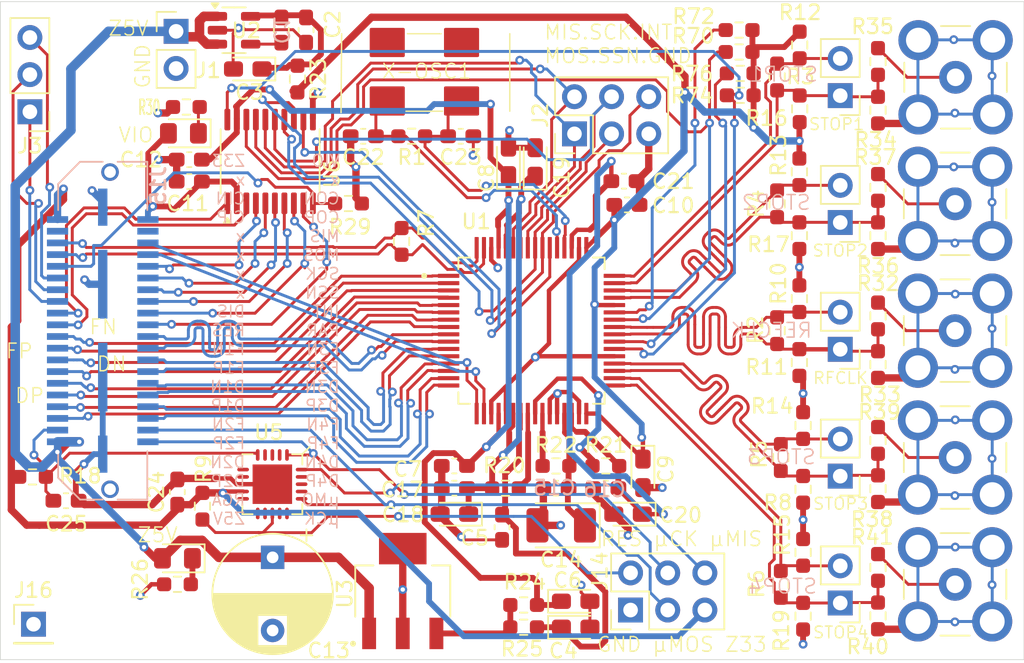
<source format=kicad_pcb>
(kicad_pcb (version 20240108) (generator "pcbnew") (generator_version "8.0")
  (layers (0 "F.Cu" signal) (1 "In1.Cu" signal) (2 "In2.Cu" signal) (31 "B.Cu" signal) (36 "B.SilkS" user "B.Silkscreen") (37 "F.SilkS" user "F.Silkscreen") (38 "B.Mask" user) (39 "F.Mask" user) (44 "Edge.Cuts" user))
  (net 0 "")
  (net 1 "Net-(U2-BYP)")
  (net 2 "TVDD33")
  (net 3 "GND")
  (net 4 "RVDD33")
  (net 5 "DVDD33")
  (net 6 "SZG5V")
  (net 7 "SZG33")
  (net 8 "/SYZYGY/R_GA")
  (net 9 "/Inputs/REFCLKN")
  (net 10 "/Inputs/REFCLKP")
  (net 11 "/Inputs/STOP1P")
  (net 12 "/Inputs/STOP1N")
  (net 13 "/Inputs/STOP2P")
  (net 14 "/Inputs/STOP2N")
  (net 15 "/Inputs/STOP3N")
  (net 16 "/Inputs/STOP3P")
  (net 17 "/Inputs/STOP4P")
  (net 18 "/Inputs/STOP4N")
  (net 19 "/SYZYGY/MCU_SCL_USCK")
  (net 20 "/SYZYGY/MCU_MISO")
  (net 21 "/SYZYGY/MCU_SDA_MOSI")
  (net 22 "/SYZYGY/MCU_RESET_B")
  (net 23 "/SYZYGY/SDO4N")
  (net 24 "/SYZYGY/INTERRUPT_N_B")
  (net 25 "/SYZYGY/SDO1N")
  (net 26 "/SYZYGY/SDO2N")
  (net 27 "/SYZYGY/LCLKINN")
  (net 28 "/SYZYGY/FRAME2N")
  (net 29 "/SYZYGY/FRAME3P")
  (net 30 "/SYZYGY/SDO2P")
  (net 31 "/SYZYGY/RSVD_37")
  (net 32 "/SYZYGY/RSVD_38")
  (net 33 "/SYZYGY/FRAME1P")
  (net 34 "/SYZYGY/FRAME1N")
  (net 35 "/SYZYGY/LCLKOUTN")
  (net 36 "/SYZYGY/LCLKOUTP")
  (net 37 "/SYZYGY/SDO3N")
  (net 38 "/SYZYGY/FRAME4N")
  (net 39 "Net-(J15-S21)")
  (net 40 "/SYZYGY/SDO1P")
  (net 41 "/SYZYGY/VIO")
  (net 42 "/SYZYGY/FRAME2P")
  (net 43 "/SYZYGY/FRAME3N")
  (net 44 "Net-(D2-K)")
  (net 45 "Net-(D3-K)")
  (net 46 "/SYZYGY/SDO3P")
  (net 47 "/SYZYGY/FRAME4P")
  (net 48 "/SYZYGY/SDO4P")
  (net 49 "Net-(J9-In)")
  (net 50 "Net-(J10-In)")
  (net 51 "/SYZYGY/LCLKINP")
  (net 52 "Net-(U1-RSTIDXN)")
  (net 53 "Net-(U1-DISABLEN)")
  (net 54 "Net-(U1-REFOSCO)")
  (net 55 "Net-(U1-REFOSCI)")
  (net 69 "/Power/TVDD33O")
  (net 70 "/gpx2/CVDD18")
  (net 71 "/gpx2/TVDD18")
  (net 72 "/gpx2/DVDD18")
  (net 73 "/gpx2/DVDD18O")
  (net 74 "/gpx2/TVDD18O")
  (net 75 "/gpx2/CVDD18O")
  (net 76 "/Power/DVDD33O")
  (net 77 "Net-(J15-S25)")
  (net 78 "Net-(J15-S23)")
  (net 79 "Net-(J11-In)")
  (net 80 "Net-(J12-In)")
  (net 81 "Net-(J13-In)")
  (net 82 "/SYZYGY/MISO_A")
  (net 83 "/SYZYGY/SS_N_A")
  (net 84 "/SYZYGY/DISABLEP_A")
  (net 85 "/SYZYGY/PARITY_A")
  (net 86 "/SYZYGY/SCK_A")
  (net 87 "/SYZYGY/REFRESP_A")
  (net 88 "/SYZYGY/MOSI_A")
  (net 89 "/SYZYGY/MOSI_B")
  (net 90 "/SYZYGY/REFRESP_B")
  (net 91 "/SYZYGY/SS_N_B")
  (net 92 "/SYZYGY/SCK_B")
  (net 93 "/SYZYGY/DISABLEP_B")
  (net 94 "/SYZYGY/MISO_B")
  (net 95 "/SYZYGY/PARITY_B")
  (net 96 "Net-(J15-S27)")
  (net 97 "/SYZYGY/INTERRUPT_A")
  (footprint "Connector_PinHeader_2.54mm:PinHeader_1x02_P2.54mm_Vertical" (layer "F.Cu") (at 126.4 79.025)
    (property "Reference" "J1")
    (property "Value" "Conn_01x02" (hide yes))
  )
  (footprint "Marcel:SMB_Jack_Vertical_mod" (layer "F.Cu") (at 179.672 116.8432)
    (property "Reference" "J13" (hide yes))
    (property "Value" "Conn_Coaxial" (hide yes))
  )
  (footprint "Resistor_SMD:R_0603_1608Metric_Pad0.98x0.95mm_HandSolder" (layer "F.Cu") (at 167.5 90.8209 90)
    (property "Reference" "R4")
    (property "Value" "100" (hide yes))
  )
  (footprint "Resistor_SMD:R_0603_1608Metric_Pad0.98x0.95mm_HandSolder" (layer "F.Cu") (at 116.582 109.495)
    (property "Reference" "R18")
    (property "Value" "10K" (hide yes))
  )
  (footprint "Connector_PinHeader_2.54mm:PinHeader_1x02_P2.54mm_Vertical" (layer "F.Cu") (at 171.818 118.1182 180)
    (property "Reference" "J8" (hide yes))
    (property "Value" "Conn_01x02" (hide yes))
  )
  (footprint "Connector_PinHeader_2.54mm:PinHeader_1x02_P2.54mm_Vertical" (layer "F.Cu") (at 171.818 109.4441 180)
    (property "Reference" "J7" (hide yes))
    (property "Value" "Conn_01x02" (hide yes))
  )
  (footprint "Marcel:SMB_Jack_Vertical_mod" (layer "F.Cu") (at 179.672 90.8209)
    (property "Reference" "J11" (hide yes))
    (property "Value" "Conn_Coaxial" (hide yes))
  )
  (footprint "Resistor_SMD:R_0603_1608Metric_Pad0.98x0.95mm_HandSolder" (layer "F.Cu") (at 169.278 110.3466 -90)
    (property "Reference" "R8")
    (property "Value" "100k" (hide yes))
  )
  (footprint "Connector_PinHeader_2.54mm:PinHeader_2x03_P2.54mm_Vertical" (layer "F.Cu") (at 153.642 86.035 90)
    (property "Reference" "J2")
    (property "Value" "Conn_02x03_Counter_Clockwise" (hide yes))
  )
  (footprint "Capacitor_SMD:C_0603_1608Metric_Pad1.08x0.95mm_HandSolder" (layer "F.Cu") (at 145.4295 108.745 180)
    (property "Reference" "C7")
    (property "Value" "100n" (hide yes))
  )
  (footprint "Capacitor_SMD:C_0603_1608Metric_Pad1.08x0.95mm_HandSolder" (layer "F.Cu") (at 157.2295 90.895)
    (property "Reference" "C10")
    (property "Value" "100n" (hide yes))
  )
  (footprint "Resistor_SMD:R_0603_1608Metric_Pad0.98x0.95mm_HandSolder" (layer "F.Cu") (at 174.4 110.3 -90)
    (property "Reference" "R38")
    (property "Value" "50" (hide yes))
  )
  (footprint "Resistor_SMD:R_0603_1608Metric_Pad0.98x0.95mm_HandSolder" (layer "F.Cu") (at 167.5 99.495 90)
    (property "Reference" "R2")
    (property "Value" "100" (hide yes))
  )
  (footprint "LM3940IMPX-3.3_NOPB:SOT230P700X180-4N" (layer "F.Cu") (at 141.9 117.3 90)
    (property "Reference" "U3")
    (property "Value" "LM3940IMPX-3.3_NOPB" (hide yes))
  )
  (footprint "Capacitor_SMD:C_0603_1608Metric_Pad1.08x0.95mm_HandSolder" (layer "F.Cu") (at 133.6 78.9375 90)
    (property "Reference" "C1" (hide yes))
    (property "Value" "1n" (hide yes))
  )
  (footprint "Resistor_SMD:R_0603_1608Metric_Pad0.98x0.95mm_HandSolder" (layer "F.Cu") (at 169.024 97.3075 90)
    (property "Reference" "R10")
    (property "Value" "100k" (hide yes))
  )
  (footprint "Resistor_SMD:R_0603_1608Metric_Pad0.98x0.95mm_HandSolder" (layer "F.Cu") (at 164.98 83.4)
    (property "Reference" "R74")
    (property "Value" "100k" (hide yes))
  )
  (footprint "Capacitor_SMD:C_0603_1608Metric_Pad1.08x0.95mm_HandSolder" (layer "F.Cu") (at 135.2875 78.9375 -90)
    (property "Reference" "C2")
    (property "Value" "100n" (hide yes))
  )
  (footprint "Resistor_SMD:R_0603_1608Metric_Pad0.98x0.95mm_HandSolder" (layer "F.Cu") (at 134.7 82.2875 -90)
    (property "Reference" "R23")
    (property "Value" "0" (hide yes))
  )
  (footprint "Capacitor_Tantalum_SMD:CP_EIA-2012-15_AVX-P_Pad1.30x1.05mm_HandSolder" (layer "F.Cu") (at 157.308 112.043 180)
    (property "Reference" "C20")
    (property "Value" "100u" (hide yes))
  )
  (footprint "Capacitor_THT:CP_Radial_D8.0mm_P5.00mm" (layer "F.Cu") (at 133 114.997349 -90)
    (property "Reference" "C13")
    (property "Value" "330u" (hide yes))
  )
  (footprint "Resistor_SMD:R_0603_1608Metric_Pad0.98x0.95mm_HandSolder" (layer "F.Cu") (at 127.1 84.2 180)
    (property "Reference" "R30")
    (property "Value" "75" (hide yes))
  )
  (footprint "Resistor_SMD:R_0603_1608Metric_Pad0.98x0.95mm_HandSolder" (layer "F.Cu") (at 169.024 92.9984 -90)
    (property "Reference" "R17")
    (property "Value" "100k" (hide yes))
  )
  (footprint "Resistor_SMD:R_0603_1608Metric_Pad0.98x0.95mm_HandSolder" (layer "F.Cu") (at 164.98 81.9)
    (property "Reference" "R76")
    (property "Value" "100k" (hide yes))
  )
  (footprint "SYZYGY:QFN-24-4x4mm" (layer "F.Cu") (at 132.982 109.995 180)
    (property "Reference" "U5")
    (property "Value" "ATtiny44A-MU" (hide yes))
  )
  (footprint "Capacitor_Tantalum_SMD:CP_EIA-3528-21_Kemet-B_Pad1.50x2.35mm_HandSolder" (layer "F.Cu") (at 152.736 112.809 180)
    (property "Reference" "C14")
    (property "Value" "220u" (hide yes))
  )
  (footprint "Connector_PinHeader_2.54mm:PinHeader_2x03_P2.54mm_Vertical" (layer "F.Cu") (at 157.48 118.6 90)
    (property "Reference" "J14")
    (property "Value" "Conn_02x03_Odd_Even" (hide yes))
  )
  (footprint "Capacitor_Tantalum_SMD:CP_EIA-2012-15_AVX-P_Pad1.30x1.05mm_HandSolder" (layer "F.Cu") (at 145.4295 112.043 180)
    (property "Reference" "C18")
    (property "Value" "33u" (hide yes))
  )
  (footprint "Resistor_SMD:R_0603_1608Metric_Pad0.98x0.95mm_HandSolder" (layer "F.Cu") (at 169.024 101.6725 -90)
    (property "Reference" "R11")
    (property "Value" "100k" (hide yes))
  )
  (footprint "Resistor_SMD:R_0603_1608Metric_Pad0.98x0.95mm_HandSolder" (layer "F.Cu") (at 174.4 84.4125 -90)
    (property "Reference" "R34")
    (property "Value" "50" (hide yes))
  )
  (footprint "Connector_PinHeader_2.54mm:PinHeader_1x02_P2.54mm_Vertical" (layer "F.Cu") (at 171.818 100.77 180)
    (property "Reference" "J4" (hide yes))
    (property "Value" "Conn_01x02" (hide yes))
  )
  (footprint "Capacitor_SMD:C_0603_1608Metric_Pad1.08x0.95mm_HandSolder" (layer "F.Cu") (at 157.0263 89.2694)
    (property "Reference" "C21")
    (property "Value" "100n" (hide yes))
  )
  (footprint "Resistor_SMD:R_0603_1608Metric_Pad0.98x0.95mm_HandSolder" (layer "F.Cu") (at 150.169 118.254)
    (property "Reference" "R24")
    (property "Value" "0" (hide yes))
  )
  (footprint "Capacitor_Tantalum_SMD:CP_EIA-2012-15_AVX-P_Pad1.30x1.05mm_HandSolder" (layer "F.Cu") (at 149.1292 87.917 90)
    (property "Reference" "C8")
    (property "Value" "33u" (hide yes))
  )
  (footprint "Resistor_SMD:R_0603_1608Metric_Pad0.98x0.95mm_HandSolder" (layer "F.Cu") (at 174.4 119 -90)
    (property "Reference" "R40")
    (property "Value" "50" (hide yes))
  )
  (footprint "Capacitor_Tantalum_SMD:CP_EIA-2012-15_AVX-P_Pad1.30x1.05mm_HandSolder" (layer "F.Cu") (at 150.958 87.958 90)
    (property "Reference" "C19")
    (property "Value" "33u" (hide yes))
  )
  (footprint "Capacitor_SMD:C_0603_1608Metric_Pad1.08x0.95mm_HandSolder" (layer "F.Cu") (at 127.3 87.8)
    (property "Reference" "C12")
    (property "Value" "0.1uF" (hide yes))
  )
  (footprint "Resistor_SMD:R_0603_1608Metric_Pad0.98x0.95mm_HandSolder" (layer "F.Cu") (at 164.9 80.436668)
    (property "Reference" "R70")
    (property "Value" "100k" (hide yes))
  )
  (footprint "Resistor_SMD:R_0603_1608Metric_Pad0.98x0.95mm_HandSolder" (layer "F.Cu") (at 169.024 88.6334 90)
    (property "Reference" "R13")
    (property "Value" "100k" (hide yes))
  )
  (footprint "Resistor_SMD:R_0603_1608Metric_Pad0.98x0.95mm_HandSolder" (layer "F.Cu") (at 126.492 116.84 180)
    (property "Reference" "R26")
    (property "Value" "330" (hide yes))
  )
  (footprint "Resistor_SMD:R_0603_1608Metric_Pad0.98x0.95mm_HandSolder" (layer "F.Cu") (at 174.4 89.7 90)
    (property "Reference" "R37")
    (property "Value" "0" (hide yes))
  )
  (footprint "LED_SMD:LED_0805_2012Metric_Pad1.15x1.40mm_HandSolder" (layer "F.Cu") (at 126.9 86 180)
    (property "Reference" "D3" (hide yes))
    (property "Value" "LED" (hide yes))
  )
  (footprint "Resistor_SMD:R_0603_1608Metric_Pad0.98x0.95mm_HandSolder" (layer "F.Cu") (at 164.9 78.936668)
    (property "Reference" "R72")
    (property "Value" "100k" (hide yes))
  )
  (footprint "Capacitor_SMD:C_0603_1608Metric_Pad1.08x0.95mm_HandSolder" (layer "F.Cu") (at 126.482 110.5325 90)
    (property "Reference" "C24")
    (property "Value" "0.1uF" (hide yes))
  )
  (footprint "Capacitor_SMD:C_0603_1608Metric_Pad1.08x0.95mm_HandSolder" (layer "F.Cu") (at 127.3 89.3)
    (property "Reference" "C11")
    (property "Value" "0.1uF" (hide yes))
  )
  (footprint "Resistor_SMD:R_0603_1608Metric_Pad0.98x0.95mm_HandSolder" (layer "F.Cu") (at 169.278 119.0207 -90)
    (property "Reference" "R19")
    (property "Value" "100k" (hide yes))
  )
  (footprint "Connector_PinHeader_2.54mm:PinHeader_1x03_P2.54mm_Vertical" (layer "F.Cu") (at 116.4 84.525 180)
    (property "Reference" "J3")
    (property "Value" "Conn_01x03" (hide yes))
  )
  (footprint "Resistor_SMD:R_0603_1608Metric_Pad0.98x0.95mm_HandSolder" (layer "F.Cu") (at 128.2 111.5 -90)
    (property "Reference" "R9")
    (property "Value" "10K" (hide yes))
  )
  (footprint "Resistor_SMD:R_0603_1608Metric_Pad0.98x0.95mm_HandSolder" (layer "F.Cu") (at 150.169 119.778)
    (property "Reference" "R25")
    (property "Value" "0" (hide yes))
  )
  (footprint "TDC_GPX2_FLQM:QFP50P1200X1200X160-64N" (layer "F.Cu") (at 150.704 99.495)
    (property "Reference" "U1")
    (property "Value" "TDC-GPX2_FLQM" (hide yes))
  )
  (footprint "Capacitor_Tantalum_SMD:CP_EIA-2012-15_AVX-P_Pad1.30x1.05mm_HandSolder" (layer "F.Cu") (at 153.725 119.778)
    (property "Reference" "C4")
    (property "Value" "33u" (hide yes))
  )
  (footprint "MountingHole:MountingHole_3.2mm_M3_DIN965" (layer "F.Cu") (at 121.382 116.495)
    (property "Reference" "H2" (hide yes))
    (property "Value" "MountingHole" (hide yes))
  )
  (footprint "Capacitor_SMD:C_0603_1608Metric_Pad1.08x0.95mm_HandSolder" (layer "F.Cu") (at 118.872 111.125)
    (property "Reference" "C25")
    (property "Value" "0.1uF DNP" (hide yes))
  )
  (footprint "Marcel:geyer kx-20" (layer "F.Cu") (at 143.62 86.8875)
    (property "Reference" "X-OSC1")
    (property "Value" "Crystal")
  )
  (footprint "Resistor_SMD:R_0603_1608Metric_Pad0.98x0.95mm_HandSolder" (layer "F.Cu") (at 174.4 93 -90)
    (property "Reference" "R36")
    (property "Value" "50" (hide yes))
  )
  (footprint "Resistor_SMD:R_0603_1608Metric_Pad0.98x0.95mm_HandSolder" (layer "F.Cu") (at 169.278 105.9816 90)
    (property "Reference" "R14")
    (property "Value" "100k" (hide yes))
  )
  (footprint "Capacitor_Tantalum_SMD:CP_EIA-2012-15_AVX-P_Pad1.30x1.05mm_HandSolder" (layer "F.Cu") (at 153.725 118)
    (property "Reference" "C6")
    (property "Value" "33u" (hide yes))
  )
  (footprint "Capacitor_SMD:C_0603_1608Metric_Pad1.08x0.95mm_HandSolder" (layer "F.Cu") (at 155.784 110.269 180)
    (property "Reference" "C16")
    (property "Value" "100n" (hide yes))
  )
  (footprint "MountingHole:MountingHole_3.2mm_M3_DIN965" (layer "F.Cu") (at 121.382 82.495)
    (property "Reference" "H1" (hide yes))
    (property "Value" "MountingHole" (hide yes))
  )
  (footprint "Resistor_SMD:R_0603_1608Metric_Pad0.98x0.95mm_HandSolder" (layer "F.Cu") (at 167.754 116.8432 90)
    (property "Reference" "R6")
    (property "Value" "100" (hide yes))
  )
  (footprint "Capacitor_Tantalum_SMD:CP_EIA-2012-15_AVX-P_Pad1.30x1.05mm_HandSolder" (layer "F.Cu") (at 131.3 81.6 180)
    (property "Reference" "C3")
    (property "Value" "100u" (hide yes))
  )
  (footprint "Resistor_SMD:R_0603_1608Metric_Pad0.98x0.95mm_HandSolder" (layer "F.Cu") (at 148.926 110.269 180)
    (property "Reference" "R20")
    (property "Value" "0" (hide yes))
  )
  (footprint "Capacitor_SMD:C_0603_1608Metric_Pad1.08x0.95mm_HandSolder" (layer "F.Cu") (at 145.4295 110.265 180)
    (property "Reference" "C17")
    (property "Value" "100n" (hide yes))
  )
  (footprint "Resistor_SMD:R_0603_1608Metric_Pad0.98x0.95mm_HandSolder" (layer "F.Cu") (at 152.3785 108.745)
    (property "Reference" "R22")
    (property "Value" "0" (hide yes))
  )
  (footprint "Resistor_SMD:R_0603_1608Metric_Pad0.98x0.95mm_HandSolder" (layer "F.Cu") (at 169.278 114.6557 90)
    (property "Reference" "R15")
    (property "Value" "100k" (hide yes))
  )
  (footprint "Resistor_SMD:R_0603_1608Metric_Pad0.98x0.95mm_HandSolder" (layer "F.Cu") (at 174.4 81.0875 90)
    (property "Reference" "R35")
    (property "Value" "0" (hide yes))
  )
  (footprint "Resistor_SMD:R_0603_1608Metric_Pad0.98x0.95mm_HandSolder" (layer "F.Cu") (at 174.4 107 90)
    (property "Reference" "R39")
    (property "Value" "0" (hide yes))
  )
  (footprint "Resistor_SMD:R_0603_1608Metric_Pad0.98x0.95mm_HandSolder" (layer "F.Cu") (at 174.4 115.6875 90)
    (property "Reference" "R41")
    (property "Value" "0" (hide yes))
  )
  (footprint "Resistor_SMD:R_0603_1608Metric_Pad0.98x0.95mm_HandSolder" (layer "F.Cu") (at 174.4 101.8125 -90)
    (property "Reference" "R33")
    (property "Value" "50" (hide yes))
  )
  (footprint "LED_SMD:LED_0805_2012Metric_Pad1.15x1.40mm_HandSolder" (layer "F.Cu") (at 126.492 115.062 180)
    (property "Reference" "D2" (hide yes))
    (property "Value" "LED" (hide yes))
  )
  (footprint "Capacitor_SMD:C_0603_1608Metric_Pad1.08x0.95mm_HandSolder" (layer "F.Cu") (at 139.2 86.2 180)
    (property "Reference" "C22")
    (property "Value" "C" (hide yes))
  )
  (footprint "Capacitor_SMD:C_0603_1608Metric_Pad1.08x0.95mm_HandSolder" (layer "F.Cu") (at 145.8625 86.2 180)
    (property "Reference" "C23")
    (property "Value" "C" (hide yes))
  )
  (footprint "Connector_PinHeader_2.54mm:PinHeader_1x02_P2.54mm_Vertical" (layer "F.Cu") (at 171.818 83.4218 180)
    (property "Reference" "J5" (hide yes))
    (property "Value" "Conn_01x02" (hide yes))
  )
  (footprint "Marcel:SMB_Jack_Vertical_mod" (layer "F.Cu") (at 179.705 82.169)
    (property "Reference" "J10" (hide yes))
    (property "Value" "Conn_Coaxial" (hide yes))
  )
  (footprint "Package_SO:TSSOP-20_4.4x6.5mm_P0.65mm" (layer "F.Cu") (at 132.83 87.9225 90)
    (property "Reference" "U6")
    (property "Value" "TXB0108PW" (hide yes))
  )
  (footprint "Package_TO_SOT_SMD:TSOT-23-5" (layer "F.Cu") (at 130.3625 78.95)
    (property "Reference" "U2")
    (property "Value" "LT1761-3.3" (hide yes))
  )
  (footprint "Capacitor_SMD:C_0603_1608Metric_Pad1.08x0.95mm_HandSolder" (layer "F.Cu") (at 148.692 112.9375 -90)
    (property "Reference" "C5")
    (property "Value" "100n" (hide yes))
  )
  (footprint "Resistor_SMD:R_0603_1608Metric_Pad0.98x0.95mm_HandSolder" (layer "F.Cu") (at 142.5125 86.2 180)
    (property "Reference" "R1")
    (property "Value" "R" (hide yes))
  )
  (footprint "Resistor_SMD:R_0603_1608Metric_Pad0.98x0.95mm_HandSolder" (layer "F.Cu") (at 167.5 82.1468 90)
    (property "Reference" "R3")
    (property "Value" "100" (hide yes))
  )
  (footprint "Resistor_SMD:R_0603_1608Metric_Pad0.98x0.95mm_HandSolder" (layer "F.Cu") (at 141.82 93.39 90)
    (property "Reference" "R7")
    (property "Value" "100" (hide yes))
  )
  (footprint "Resistor_SMD:R_0603_1608Metric_Pad0.98x0.95mm_HandSolder" (layer "F.Cu") (at 174.4 98.4875 90)
    (property "Reference" "R32")
    (property "Value" "0" (hide yes))
  )
  (footprint "Resistor_SMD:R_0603_1608Metric_Pad0.98x0.95mm_HandSolder" (layer "F.Cu") (at 169.044 79.9593 90)
    (property "Reference" "R12")
    (property "Value" "100k" (hide yes))
  )
  (footprint "Resistor_SMD:R_0603_1608Metric_Pad0.98x0.95mm_HandSolder" (layer "F.Cu") (at 138.1875 90.8)
    (property "Reference" "R29")
    (property "Value" "10k" (hide yes))
  )
  (footprint "Resistor_SMD:R_0603_1608Metric_Pad0.98x0.95mm_HandSolder" (layer "F.Cu") (at 167.754 108.1691 90)
    (property "Reference" "R5")
    (property "Value" "100" (hide yes))
  )
  (footprint "Resistor_SMD:R_0603_1608Metric_Pad0.98x0.95mm_HandSolder" (layer "F.Cu") (at 155.788 108.745)
    (property "Reference" "R21")
    (property "Value" "0" (hide yes))
  )
  (footprint "Connector_PinHeader_2.54mm:PinHeader_1x01_P2.54mm_Vertical" (layer "F.Cu") (at 116.65 119.57)
    (property "Reference" "J16")
    (property "Value" "Conn_01x01" (hide yes))
  )
  (footprint "Capacitor_Tantalum_SMD:CP_EIA-2012-15_AVX-P_Pad1.30x1.05mm_HandSolder" (layer "F.Cu") (at 158.324 109.253 -90)
    (property "Reference" "C9")
    (property "Value" "33u" (hide yes))
  )
  (footprint "Capacitor_SMD:C_0603_1608Metric_Pad1.08x0.95mm_HandSolder" (layer "F.Cu") (at 152.3785 110.269 180)
    (property "Reference" "C15")
    (property "Value" "100n" (hide yes))
  )
  (footprint "Resistor_SMD:R_0603_1608Metric_Pad0.98x0.95mm_HandSolder" (layer "F.Cu") (at 169.044 84.3243 -90)
    (property "Reference" "R16")
    (property "Value" "100k" (hide yes))
  )
  (footprint "Marcel:SMB_Jack_Vertical_mod" (layer "F.Cu") (at 179.672 99.495)
    (property "Reference" "J9" (hide yes))
    (property "Value" "Conn_Coaxial" (hide yes))
  )
  (footprint "Marcel:SMB_Jack_Vertical_mod" (layer "F.Cu") (at 179.672 108.1691)
    (property "Reference" "J12" (hide yes))
    (property "Value" "Conn_Coaxial" (hide yes))
  )
  (footprint "Connector_PinHeader_2.54mm:PinHeader_1x02_P2.54mm_Vertical" (layer "F.Cu") (at 171.818 92.0959 180)
    (property "Reference" "J6" (hide yes))
    (property "Value" "Conn_01x02" (hide yes))
  )
  (footprint "SYZYGY:QTE-020-01-F-D-A" (layer "B.Cu") (at 121.382 99.495 90)
    (property "Reference" "J15")
    (property "Value" "SYZYGY_STD")
  )
  (gr_rect (start 114.382 76.995) (end 184.382 121.995) (stroke (width 0.05)) (fill none) (layer "Edge.Cuts"))
  (gr_text "STOP2\n" (at 169.86 91.313 0) (layer "B.SilkS") (effects (font (size 1 1) (thickness 0.1)) (justify left bottom mirror)))
  (gr_text "C1" (at 133.58 78.93 -90) (layer "B.SilkS") (effects (font (size 1 1)) (justify mirror)))
  (gr_text "STOP4\n\n" (at 170.3 119.17 0) (layer "B.SilkS") (effects (font (size 1 1) (thickness 0.1)) (justify left bottom mirror)))
  (gr_text "Z33\nx\nCIN\nCIP\nx\nx\nx\nx\nDIS\nRES\nF1N\nF1P\nD1N\nD1P\nF2N\nF2P\nD2N\nD2P\nRGA\nZ5V\n" (at 131.19 112.82 0) (layer "B.SilkS") (effects (font (size 0.8 0.8) (thickness 0.1)) (justify left bottom mirror)))
  (gr_text "STOP1" (at 170.36 82.55 0) (layer "B.SilkS") (effects (font (size 1 1) (thickness 0.1)) (justify left bottom mirror)))
  (gr_text "REFCLK" (at 169.96 100.06 0) (layer "B.SilkS") (effects (font (size 1 1) (thickness 0.1)) (justify left bottom mirror)))
  (gr_text "STOP3\n" (at 170.21 108.712 0) (layer "B.SilkS") (effects (font (size 1 1) (thickness 0.1)) (justify left bottom mirror)))
  (gr_text "VIO\nx\nCON\nCOP\nMIS\nMOS\nSCK\nSSN\nINT\nPAR\nF3N\nF3P\nD3N\nD3P\nF4N\nF4P\nD4N\nD4P\nµMO\nµCK\n" (at 137.65 112.82 0) (layer "B.SilkS") (effects (font (size 0.8 0.8) (thickness 0.1)) (justify left bottom mirror)))
  (gr_text "DP" (at 115.316 104.521 0) (layer "F.SilkS") (effects (font (size 1 1) (thickness 0.1)) (justify left bottom)))
  (gr_text "STOP3" (at 169.9 111.8 0) (layer "F.SilkS") (effects (font (size 0.8 0.8) (thickness 0.1)) (justify left bottom)))
  (gr_text "Z5V\n" (at 121.7 79.4 0) (layer "F.SilkS") (effects (font (size 1 1) (thickness 0.1)) (justify left bottom)))
  (gr_text "RFCLK" (at 169.9 103.2 0) (layer "F.SilkS") (effects (font (size 0.8 0.8) (thickness 0.1)) (justify left bottom)))
  (gr_text "DN" (at 120.904 102.362 0) (layer "F.SilkS") (effects (font (size 1 1) (thickness 0.1)) (justify left bottom)))
  (gr_text "MIS.SCK.INT\nMOS.SSN.GND" (at 151.511 81.28 0) (layer "F.SilkS") (effects (font (size 1 1) (thickness 0.1)) (justify left bottom)))
  (gr_text "VIO\n" (at 122.4 86.7 0) (layer "F.SilkS") (effects (font (size 1 1) (thickness 0.1)) (justify left bottom)))
  (gr_text "STOP4" (at 169.9 120.6 0) (layer "F.SilkS") (effects (font (size 0.8 0.8) (thickness 0.1)) (justify left bottom)))
  (gr_text "FP" (at 114.681 101.473 0) (layer "F.SilkS") (effects (font (size 1 1) (thickness 0.1)) (justify left bottom)))
  (gr_text "Z5V\n" (at 123.698 114.046 0) (layer "F.SilkS") (effects (font (size 1 1) (thickness 0.1)) (justify left bottom)))
  (gr_text "RES µCK µMIS" (at 155.371 114.319 0) (layer "F.SilkS") (effects (font (size 1 1) (thickness 0.1)) (justify left bottom)))
  (gr_text "GND\n" (at 124.7 83 90) (layer "F.SilkS") (effects (font (size 1 1) (thickness 0.1)) (justify left bottom)))
  (gr_text "STOP1" (at 169.62 85.84 0) (layer "F.SilkS") (effects (font (size 0.8 0.8) (thickness 0.1)) (justify left bottom)))
  (gr_text "STOP2" (at 169.87 94.49 0) (layer "F.SilkS") (effects (font (size 0.8 0.8) (thickness 0.1)) (justify left bottom)))
  (gr_text "FN" (at 120.396 99.822 0) (layer "F.SilkS") (effects (font (size 1 1) (thickness 0.1)) (justify left bottom)))
  (gr_text "GND µMOS Z33 \n" (at 155.11 121.54 0) (layer "F.SilkS") (effects (font (size 1 1) (thickness 0.1)) (justify left bottom)))
  (segment (start 131.5 79.9) (end 133.5 79.9) (width 0.2) (layer "F.Cu") (net 1))
  (segment (start 133.5 79.9) (end 133.6 79.8) (width 0.2) (layer "F.Cu") (net 1))
  (segment (start 169.024 86.52) (end 169.024 85.2568) (width 0.4) (layer "F.Cu") (net 2))
  (segment (start 155.211 105.165) (end 154.454 105.165) (width 0.3) (layer "F.Cu") (net 2))
  (segment (start 139.768332 78.061668) (end 134.7175 83.1125) (width 0.5) (layer "F.Cu") (net 2))
  (segment (start 169.024 85.2568) (end 169.044 85.2368) (width 0.4) (layer "F.Cu") (net 2))
  (segment (start 165.8125 80.1) (end 167.9908 80.1) (width 0.4) (layer "F.Cu") (net 2))
  (segment (start 169.024 96.395) (end 169.024 95.156) (width 0.4) (layer "F.Cu") (net 2))
  (segment (start 158.324 108.278) (end 155.211 105.165) (width 0.3) (layer "F.Cu") (net 2))
  (segment (start 167.9908 80.1) (end 169.044 79.0468) (width 0.4) (layer "F.Cu") (net 2))
  (segment (start 169.278 102.839) (end 169.024 102.585) (width 0.4) (layer "F.Cu") (net 2))
  (segment (start 169.278 113.7432) (end 169.278 112.428) (width 0.4) (layer "F.Cu") (net 2))
  (segment (start 156.367 91.92) (end 156.359 91.92) (width 0.4) (layer "F.Cu") (net 2))
  (segment (start 169.278 112.428) (end 169.278 111.2591) (width 0.4) (layer "F.Cu") (net 2))
  (segment (start 161.2 82.1) (end 157.161668 78.061668) (width 0.5) (layer "F.Cu") (net 2))
  (segment (start 165.8125 80.436668) (end 165.8125 78.936668) (width 0.4) (layer "F.Cu") (net 2))
  (segment (start 165.8925 81.9) (end 165.8925 80.133334) (width 0.4) (layer "F.Cu") (net 2))
  (segment (start 134.7175 83.1125) (end 134.4 83.1125) (width 0.5) (layer "F.Cu") (net 2))
  (segment (start 158.324 106.877) (end 158.242 106.795) (width 0.3) (layer "F.Cu") (net 2))
  (segment (start 169.278 105.0691) (end 169.278 103.792) (width 0.4) (layer "F.Cu") (net 2))
  (segment (start 169.024 95.156) (end 169.024 93.9109) (width 0.4) (layer "F.Cu") (net 2))
  (segment (start 156.374 97.745) (end 155.071 97.745) (width 0.3) (layer "F.Cu") (net 2))
  (segment (start 169.278 119.9332) (end 169.278 120.937) (width 0.4) (layer "F.Cu") (net 2))
  (segment (start 157.161668 78.061668) (end 139.768332 78.061668) (width 0.5) (layer "F.Cu") (net 2))
  (segment (start 154.454 93.825) (end 155.079 93.2) (width 0.3) (layer "F.Cu") (net 2))
  (segment (start 165.8925 83.33) (end 165.8925 85.5925) (width 0.4) (layer "F.Cu") (net 2))
  (segment (start 169.024 87.7209) (end 169.024 86.52) (width 0.4) (layer "F.Cu") (net 2))
  (segment (start 165.8925 85.5925) (end 165.9 85.6) (width 0.4) (layer "F.Cu") (net 2))
  (segment (start 155.071 97.745) (end 155.022 97.696) (width 0.3) (layer "F.Cu") (net 2))
  (segment (start 156.367 91.92) (end 156.367 90.895) (width 0.4) (layer "F.Cu") (net 2))
  (segment (start 158.324 108.278) (end 158.324 106.877) (width 0.3) (layer "F.Cu") (net 2))
  (segment (start 161.2 83.2) (end 161.2 82.1) (width 0.5) (layer "F.Cu") (net 2))
  (segment (start 156.359 91.92) (end 155.079 93.2) (width 0.4) (layer "F.Cu") (net 2))
  (segment (start 169.278 103.792) (end 169.278 102.839) (width 0.4) (layer "F.Cu") (net 2))
  (segment (start 165.8925 83.33) (end 165.8925 81.563332) (width 0.4) (layer "F.Cu") (net 2))
  (via (at 169.278 120.937) (size 0.6) (drill 0.3) (layers "F.Cu" "B.Cu") (net 2))
  (via (at 158.242 106.795) (size 0.6) (drill 0.3) (layers "F.Cu" "B.Cu") (net 2))
  (via (at 161.2 83.2) (size 0.6) (drill 0.3) (layers "F.Cu" "B.Cu") (net 2))
  (via (at 155.022 97.696) (size 0.6) (drill 0.3) (layers "F.Cu" "B.Cu") (net 2))
  (via (at 169.278 112.428) (size 0.6) (drill 0.3) (layers "F.Cu" "B.Cu") (net 2))
  (via (at 169.024 86.52) (size 0.6) (drill 0.3) (layers "F.Cu" "B.Cu") (net 2))
  (via (at 169.024 95.156) (size 0.6) (drill 0.3) (layers "F.Cu" "B.Cu") (net 2))
  (via (at 156.367 91.92) (size 0.6) (drill 0.3) (layers "F.Cu" "B.Cu") (net 2))
  (via (at 169.278 103.792) (size 0.6) (drill 0.3) (layers "F.Cu" "B.Cu") (net 2))
  (via (at 165.9 85.6) (size 0.6) (drill 0.3) (layers "F.Cu" "B.Cu") (net 2))
  (segment (start 161.132 83.268) (end 161.2 83.2) (width 0.5) (layer "B.Cu") (net 2))
  (segment (start 161.2 83.2) (end 162.545 84.545) (width 0.5) (layer "B.Cu") (net 2))
  (segment (start 156.367 93.833) (end 155.022 95.178) (width 0.4) (layer "B.Cu") (net 2))
  (segment (start 156.367 91.92) (end 156.417 91.92) (width 0.5) (layer "B.Cu") (net 2))
  (segment (start 156.367 91.92) (end 156.367 93.833) (width 0.4) (layer "B.Cu") (net 2))
  (segment (start 162.545 84.545) (end 164.892661 84.545) (width 0.5) (layer "B.Cu") (net 2))
  (segment (start 165.9 85.6) (end 165.947661 85.6) (width 0.5) (layer "B.Cu") (net 2))
  (segment (start 164.892661 84.545) (end 165.9 85.552339) (width 0.5) (layer "B.Cu") (net 2))
  (segment (start 165.947661 85.6) (end 166.867661 86.52) (width 0.5) (layer "B.Cu") (net 2))
  (segment (start 165.9 85.552339) (end 165.9 85.6) (width 0.5) (layer "B.Cu") (net 2))
  (segment (start 158.242 106.795) (end 158.202 106.755) (width 0.3) (layer "B.Cu") (net 2))
  (segment (start 155.022 97.696) (end 155.022 102.67505) (width 0.4) (layer "B.Cu") (net 2))
  (segment (start 161.132 87.205) (end 161.132 83.268) (width 0.5) (layer "B.Cu") (net 2))
  (segment (start 155.022 102.67505) (end 158.242 105.89505) (width 0.4) (layer "B.Cu") (net 2))
  (segment (start 155.022 95.178) (end 155.022 97.696) (width 0.4) (layer "B.Cu") (net 2))
  (segment (start 156.417 91.92) (end 161.132 87.205) (width 0.5) (layer "B.Cu") (net 2))
  (segment (start 158.242 105.89505) (end 158.242 106.795) (width 0.4) (layer "B.Cu") (net 2))
  (segment (start 166.867661 86.52) (end 169.024 86.52) (width 0.5) (layer "B.Cu") (net 2))
  (segment (start 125.2 87.8) (end 126.4375 87.8) (width 0.5) (layer "F.Cu") (net 3))
  (segment (start 158.092 89.4726) (end 157.8888 89.2694) (width 0.5) (layer "F.Cu") (net 3))
  (segment (start 130.6935 78.828) (end 130.6655 78.8) (width 0.2) (layer "F.Cu") (net 3))
  (segment (start 126.482 109.67) (end 126.83 109.67) (width 0.5) (layer "F.Cu") (net 3))
  (segment (start 174.4 119.9125) (end 176.6027 119.9125) (width 0.5) (layer "F.Cu") (net 3))
  (segment (start 148.692 113.8) (end 146.1 113.8) (width 0.2) (layer "F.Cu") (net 3))
  (segment (start 158.722 88.4362) (end 158.722 86.035) (width 0.5) (layer "F.Cu") (net 3))
  (segment (start 138.3375 86.2) (end 138.3375 87.9375) (width 0.5) (layer "F.Cu") (net 3))
  (segment (start 130.3 81.4955) (end 130.3 79.1655) (width 0.2) (layer "F.Cu") (net 3))
  (segment (start 141.9 120.2) (end 141.9 117.2) (width 0.5) (layer "F.Cu") (net 3))
  (segment (start 176.442 102.725) (end 177.132 102.035) (width 0.2) (layer "F.Cu") (net 3))
  (segment (start 124.762 111.39) (end 126.482 109.67) (width 0.5) (layer "F.Cu") (net 3))
  (segment (start 176.6286 111.2125) (end 177.132 110.7091) (width 0.2) (layer "F.Cu") (net 3))
  (segment (start 124.714 116.84) (end 125.5795 116.84) (width 0.3) (layer "F.Cu") (net 3))
  (segment (start 152.454 103.82) (end 152.454 105.165) (width 0.3) (layer "F.Cu") (net 3))
  (segment (start 158.092 90.895) (end 158.092 89.4726) (width 0.5) (layer "F.Cu") (net 3))
  (segment (start 152.454 103.764) (end 152.482 103.792) (width 0.3) (layer "F.Cu") (net 3))
  (segment (start 126.9 109.6) (end 129.1 109.6) (width 0.5) (layer "F.Cu") (net 3))
  (segment (start 135.75 83.55) (end 136.1 83.2) (width 0.5) (layer "F.Cu") (net 3))
  (segment (start 123.952 117.602) (end 124.714 116.84) (width 0.3) (layer "F.Cu") (net 3))
  (segment (start 157.308 113.018) (end 156.333 112.043) (width 0.5) (layer "F.Cu") (net 3))
  (segment (start 144.4545 112.1545) (end 145.9 113.6) (width 0.5) (layer "F.Cu") (net 3))
  (segment (start 135.75 85) (end 135.75 83.55) (width 0.4) (layer "F.Cu") (net 3))
  (segment (start 152.482 103.792) (end 152.454 103.82) (width 0.3) (layer "F.Cu") (net 3))
  (segment (start 151.111 112.809) (end 152.691 112.809) (width 0.5) (layer "F.Cu") (net 3))
  (segment (start 150.962778 101.305778) (end 151.9 100.368556) (width 0.3) (layer "F.Cu") (net 3))
  (segment (start 119.5445 110.795) (end 120.1395 111.39) (width 0.5) (layer "F.Cu") (net 3))
  (segment (start 153.332444 103.693) (end 152.454 103.693) (width 0.3) (layer "F.Cu") (net 3))
  (segment (start 149.1292 86.942) (end 149.1292 85.8708) (width 0.4) (layer "F.Cu") (net 3))
  (segment (start 147.954 94.675444) (end 147.954 93.825) (width 0.3) (layer "F.Cu") (net 3))
  (segment (start 126.83 109.67) (end 126.9 109.6) (width 0.5) (layer "F.Cu") (net 3))
  (segment (start 146.725 86.2) (end 146.725 87.475) (width 0.2) (layer "F.Cu") (net 3))
  (segment (start 148.3 95) (end 148.4 95.2) (width 0.3) (layer "F.Cu") (net 3))
  (segment (start 174.4 85.325) (end 176.549 85.325) (width 0.5) (layer "F.Cu") (net 3))
  (segment (start 144.4545 112.043) (end 144.4545 112.1545) (width 0.5) (layer "F.Cu") (net 3))
  (segment (start 129.225 78.95) (end 130.5155 78.95) (width 0.2) (layer "F.Cu") (net 3))
  (segment (start 174.4 111.2125) (end 176.6286 111.2125) (width 0.5) (layer "F.Cu") (net 3))
  (segment (start 154.9215 110.6315) (end 156.333 112.043) (width 0.5) (layer "F.Cu") (net 3))
  (segment (start 151.954 104.193) (end 152.454 103.693) (width 0.3) (layer "F.Cu") (net 3))
  (segment (start 146.725 87.475) (end 146.7 87.5) (width 0.2) (layer "F.Cu") (net 3))
  (segment (start 151.9 100.368556) (end 151.9 96.754) (width 0.3) (layer "F.Cu") (net 3))
  (segment (start 150.958 86.983) (end 149.1702 86.983) (width 0.4) (layer "F.Cu") (net 3))
  (segment (start 150.962778 101.305778) (end 148.891778 103.376778) (width 0.3) (layer "F.Cu") (net 3))
  (segment (start 151.954 105.165) (end 151.954 104.193) (width 0.3) (layer "F.Cu") (net 3))
  (segment (start 134.4 78.9125) (end 135.2875 79.8) (width 0.2) (layer "F.Cu") (net 3))
  (segment (start 148.278556 95) (end 147.954 94.675444) (width 0.3) (layer "F.Cu") (net 3))
  (segment (start 176.5804 93.9125) (end 177.132 93.3609) (width 0.2) (layer "F.Cu") (net 3))
  (segment (start 153.954 94.7) (end 153.954 93.825) (width 0.3) (layer "F.Cu") (net 3))
  (segment (start 138.3375 87.9375) (end 138.7 88.3) (width 0.5) (layer "F.Cu") (net 3))
  (segment (start 126.4375 87.8) (end 126.4375 89.3) (width 0.5) (layer "F.Cu") (net 3))
  (segment (start 148.954 103.439) (end 148.954 104.957893) (width 0.3) (layer "F.Cu") (net 3))
  (segment (start 174.4 102.725) (end 176.442 102.725) (width 0.5) (layer "F.Cu") (net 3))
  (segment (start 146.1 113.8) (end 145.9 113.6) (width 0.2) (layer "F.Cu") (net 3))
  (segment (start 130.3 79.1655) (end 130.6655 78.8) (width 0.2) (layer "F.Cu") (net 3))
  (segment (start 144.567 110.265) (end 144.567 111.9305) (width 0.5) (layer "F.Cu") (net 3))
  (segment (start 147.954 105.165) (end 147.954 104.314556) (width 0.3) (layer "F.Cu") (net 3))
  (segment (start 120.1395 111.39) (end 124.762 111.39) (width 0.5) (layer "F.Cu") (net 3))
  (segment (start 138.7 90.4) (end 139.1 90.8) (width 0.5) (layer "F.Cu") (net 3))
  (segment (start 148.4 95.2) (end 148.278556 95) (width 0.3) (layer "F.Cu") (net 3))
  (segment (start 144.567 108.745) (end 144.567 110.265) (width 0.5) (layer "F.Cu") (net 3))
  (segment (start 131.1125 78.9125) (end 134.4 78.9125) (width 0.2) (layer "F.Cu") (net 3))
  (segment (start 151.516 112.404) (end 151.111 112.809) (width 0.5) (layer "F.Cu") (net 3))
  (segment (start 130.532 109.995) (end 130.137 109.6) (width 0.3) (layer "F.Cu") (net 3))
  (segment (start 153.954 104.314556) (end 153.332444 103.693) (width 0.3) (layer "F.Cu") (net 3))
  (segment (start 152.454 103.693) (end 152.454 103.764) (width 0.3) (layer "F.Cu") (net 3))
  (segment (start 159.647 110.228) (end 158.324 110.228) (width 0.5) (layer "F.Cu") (net 3))
  (segment (start 141.9 117.2) (end 141.9 114.4) (width 0.5) (layer "F.Cu") (net 3))
  (segment (start 148.891778 103.376778) (end 148.954 103.439) (width 0.3) (layer "F.Cu") (net 3))
  (segment (start 130.636 78.7705) (end 130.6655 78.8) (width 0.4) (layer "F.Cu") (net 3))
  (segment (start 151.023556 101.245) (end 156.374 101.245) (width 0.3) (layer "F.Cu") (net 3))
  (segment (start 157.308 113.493) (end 157.308 113.018) (width 0.5) (layer "F.Cu") (net 3))
  (segment (start 154.7 118) (end 154.1 117.4) (width 0.2) (layer "F.Cu") (net 3))
  (segment (start 154.9215 110.269) (end 154.9215 110.6315) (width 0.5) (layer "F.Cu") (net 3))
  (segment (start 151.9 96.754) (end 153.954 94.7) (width 0.3) (layer "F.Cu") (net 3))
  (segment (start 154.7 118) (end 154.7 119.778) (width 0.2) (layer "F.Cu") (net 3))
  (segment (start 125.7795 84.608) (end 126.1875 84.2) (width 0.5) (layer "F.Cu") (net 3))
  (segment (start 176.549 85.325) (end 177.165 84.709) (width 0.2) (layer "F.Cu") (net 3))
  (segment (start 174.4 93.9125) (end 176.5804 93.9125) (width 0.5) (layer "F.Cu") (net 3))
  (segment (start 149.1292 85.8708) (end 149.2 85.8) (width 0.4) (layer "F.Cu") (net 3))
  (segment (start 144.567 111.9305) (end 144.4545 112.043) (width 0.5) (layer "F.Cu") (net 3))
  (segment (start 150.962778 101.305778) (end 151.023556 101.245) (width 0.3) (layer "F.Cu") (net 3))
  (segment (start 130.5155 78.95) (end 130.6655 78.8) (width 0.2) (layer "F.Cu") (net 3))
  (segment (start 154.1 117.4) (end 154.1 116.9) (width 0.2) (layer "F.Cu") (net 3))
  (segment (start 119.5445 110.795) (end 119.5445 109.1705) (width 0.4) (layer "F.Cu") (net 3))
  (segment (start 130.325 81.5205) (end 130.3 81.4955) (width 0.2) (layer "F.Cu") (net 3))
  (segment (start 157.8888 90.6918) (end 158.092 90.895) (width 0.3) (layer "F.Cu") (net 3))
  (segment (start 119.5445 109.1705) (end 120.097 108.618) (width 0.4) (layer "F.Cu") (net 3))
  (segment (start 130.137 109.6) (end 129.1 109.6) (width 0.3) (layer "F.Cu") (net 3))
  (segment (start 125.16 84.608) (end 125.7795 84.608) (width 0.5) (layer "F.Cu") (net 3))
  (segment (start 152.691 112.809) (end 152.7 112.8) (width 0.5) (layer "F.Cu") (net 3))
  (segment (start 147.954 104.314556) (end 148.891778 103.376778) (width 0.3) (layer "F.Cu") (net 3))
  (segment (start 131 78.8) (end 131.1125 78.9125) (width 0.2) (layer "F.Cu") (net 3))
  (segment (start 138.7 88.3) (end 138.7 90.4) (width 0.5) (layer "F.Cu") (net 3))
  (segment (start 130.6655 78.8) (end 131 78.8) (width 0.2) (layer "F.Cu") (net 3))
  (segment (start 149.1702 86.983) (end 149.1292 86.942) (width 0.4) (layer "F.Cu") (net 3))
  (segment (start 157.8888 89.2694) (end 158.722 88.4362) (width 0.5) (layer "F.Cu") (net 3))
  (segment (start 176.6027 119.9125) (end 177.132 119.3832) (width 0.2) (layer "F.Cu") (net 3))
  (segment (start 153.954 105.165) (end 153.954 104.314556) (width 0.3) (layer "F.Cu") (net 3))
  (segment (start 130.982 109.995) (end 130.532 109.995) (width 0.3) (layer "F.Cu") (net 3))
  (segment (start 132.982 109.995) (end 130.982 109.995) (width 0.3) (layer "F.Cu") (net 3))
  (segment (start 151.516 110.269) (end 151.516 112.404) (width 0.5) (layer "F.Cu") (net 3))
  (via (at 136.1 83.2) (size 0.6) (drill 0.3) (layers "F.Cu" "B.Cu") (net 3))
  (via (at 179.682 114.295) (size 0.6) (drill 0.3) (layers "F.Cu" "B.Cu") (net 3))
  (via (at 152.482 103.792) (size 0.6) (drill 0.3) (layers "F.Cu" "B.Cu") (net 3))
  (via (at 182.2 90.711) (size 0.6) (drill 0.3) (layers "F.Cu" "B.Cu") (net 3))
  (via (at 159.647 110.228) (size 0.6) (drill 0.3) (layers "F.Cu" "B.Cu") (net 3))
  (via (at 182.2 108.237) (size 0.6) (drill 0.3) (layers "F.Cu" "B.Cu") (net 3))
  (via (at 150.962778 101.305778) (size 0.6) (drill 0.3) (layers "F.Cu" "B.Cu") (net 3))
  (via (at 179.682 105.595) (size 0.6) (drill 0.3) (layers "F.Cu" "B.Cu") (net 3))
  (via (at 123.952 117.602) (size 0.6) (drill 0.3) (layers "F.Cu" "B.Cu") (net 3))
  (via (at 157.308 113.493) (size 0.6) (drill 0.3) (layers "F.Cu" "B.Cu") (net 3))
  (via (at 138.7 88.3) (size 0.6) (drill 0.3) (layers "F.Cu" "B.Cu") (net 3))
  (via (at 125.16 84.608) (size 0.6) (drill 0.3) (layers "F.Cu" "B.Cu") (net 3))
  (via (at 141.9 117.2) (size 0.6) (drill 0.3) (layers "F.Cu" "B.Cu") (net 3))
  (via (at 148.4 95.2) (size 0.6) (drill 0.3) (layers "F.Cu" "B.Cu") (net 3))
  (via (at 120.142 96.012) (size 0.6) (drill 0.3) (layers "F.Cu" "B.Cu") (net 3))
  (via (at 125.2 87.8) (size 0.6) (drill 0.3) (layers "F.Cu" "B.Cu") (net 3))
  (via (at 179.66 110.777) (size 0.6) (drill 0.3) (layers "F.Cu" "B.Cu") (net 3))
  (via (at 152.7 112.8) (size 0.6) (drill 0.3) (layers "F.Cu" "B.Cu") (net 3))
  (via (at 154.1 116.9) (size 0.6) (drill 0.3) (layers "F.Cu" "B.Cu") (net 3))
  (via (at 179.66 119.413) (size 0.6) (drill 0.3) (layers "F.Cu" "B.Cu") (net 3))
  (via (at 120.097 108.618) (size 0.6) (drill 0.3) (layers "F.Cu" "B.Cu") (net 3))
  (via (at 179.582 88.295) (size 0.6) (drill 0.3) (layers "F.Cu" "B.Cu") (net 3))
  (via (at 130.6655 78.8) (size 0.6) (drill 0.3) (layers "F.Cu" "B.Cu") (net 3))
  (via (at 146.7 87.5) (size 0.6) (drill 0.3) (layers "F.Cu" "B.Cu") (net 3))
  (via (at 182.2 82.075) (size 0.6) (drill 0.3) (layers "F.Cu" "B.Cu") (net 3))
  (via (at 182.2 116.873) (size 0.6) (drill 0.3) (layers "F.Cu" "B.Cu") (net 3))
  (via (at 179.66 93.505) (size 0.6) (drill 0.3) (layers "F.Cu" "B.Cu") (net 3))
  (via (at 149.2 85.8) (size 0.6) (drill 0.3) (layers "F.Cu" "B.Cu") (net 3))
  (via (at 179.66 102.141) (size 0.6) (drill 0.3) (layers "F.Cu" "B.Cu") (net 3))
  (via (at 179.582 79.595) (size 0.6) (drill 0.3) (layers "F.Cu" "B.Cu") (net 3))
  (via (at 182.2 99.347) (size 0.6) (drill 0.3) (layers "F.Cu" "B.Cu") (net 3))
  (via (at 145.9 113.6) (size 0.6) (drill 0.3) (layers "F.Cu" "B.Cu") (net 3))
  (via (at 120.65 89.916) (size 0.6) (drill 0.3) (layers "F.Cu" "B.Cu") (net 3))
  (via (at 179.66 84.615) (size 0.6) (drill 0.3) (layers "F.Cu" "B.Cu") (net 3))
  (via (at 179.682 96.995) (size 0.6) (drill 0.3) (layers "F.Cu" "B.Cu") (net 3))
  (segment (start 182.2 82.075) (end 182.212 82.063) (width 0.2) (layer "B.Cu") (net 3))
  (segment (start 179.6738 114.3032) (end 179.682 114.295) (width 0.2) (layer "B.Cu") (net 3))
  (segment (start 177.132 114.3032) (end 177.132 119.3832) (width 0.2) (layer "B.Cu") (net 3))
  (segment (start 177.132 93.3609) (end 179.5159 93.3609) (width 0.2) (layer "B.Cu") (net 3))
  (segment (start 177.132 84.6868) (end 177.132 79.6068) (width 0.2) (layer "B.Cu") (net 3))
  (segment (start 179.5702 79.6068) (end 179.582 79.595) (width 0.2) (layer "B.Cu") (net 3))
  (segment (start 177.132 119.3832) (end 179.6302 119.3832) (width 0.2) (layer "B.Cu") (net 3))
  (segment (start 179.66 84.615) (end 179.5882 84.6868) (width 0.2) (layer "B.Cu") (net 3))
  (segment (start 179.554 102.035) (end 179.66 102.141) (width 0.2) (layer "B.Cu") (net 3))
  (segment (start 179.766 102.035) (end 182.212 102.035) (width 0.2) (layer "B.Cu") (net 3))
  (segment (start 120.45 96.32) (end 120.142 96.012) (width 0.5) (layer "B.Cu") (net 3))
  (segment (start 177.132 105.6291) (end 177.132 110.7091) (width 0.2) (layer "B.Cu") (net 3))
  (segment (start 182.212 105.6291) (end 182.212 108.225) (width 0.2) (layer "B.Cu") (net 3))
  (segment (start 121.382 96.32) (end 120.45 96.32) (width 0.5) (layer "B.Cu") (net 3))
  (segment (start 182.212 116.885) (end 182.212 119.3832) (width 0.2) (layer "B.Cu") (net 3))
  (segment (start 182.2 99.347) (end 182.212 99.335) (width 0.2) (layer "B.Cu") (net 3))
  (segment (start 179.66 119.413) (end 179.6898 119.3832) (width 0.2) (layer "B.Cu") (net 3))
  (segment (start 179.66 110.777) (end 179.5921 110.7091) (width 0.2) (layer "B.Cu") (net 3))
  (segment (start 179.8041 93.3609) (end 182.212 93.3609) (width 0.2) (layer "B.Cu") (net 3))
  (segment (start 121.382 90.648) (end 120.65 89.916) (width 0.5) (layer "B.Cu") (net 3))
  (segment (start 177.132 79.6068) (end 179.5702 79.6068) (width 0.2) (layer "B.Cu") (net 3))
  (segment (start 121.382 107.94) (end 121.382 102.67) (width 0.4) (layer "B.Cu") (net 3))
  (segment (start 182.212 90.723) (end 182.2 90.711) (width 0.2) (layer "B.Cu") (net 3))
  (segment (start 177.132 96.955) (end 177.132 102.035) (width 0.2) (layer "B.Cu") (net 3))
  (segment (start 179.66 93.505) (end 179.8041 93.3609) (width 0.2) (layer "B.Cu") (net 3))
  (segment (start 179.7279 110.7091) (end 179.66 110.777) (width 0.2) (layer "B.Cu") (net 3))
  (segment (start 182.212 99.335) (end 182.212 96.955) (width 0.2) (layer "B.Cu") (net 3))
  (segment (start 179.5159 93.3609) (end 179.66 93.505) (width 0.2) (layer "B.Cu") (net 3))
  (segment (start 120.775 107.94) (end 120.097 108.618) (width 0.4) (layer "B.Cu") (net 3))
  (segment (start 179.6479 105.6291) (end 179.682 105.595) (width 0.2) (layer "B.Cu") (net 3))
  (segment (start 179.722 96.955) (end 182.212 96.955) (width 0.2) (layer "B.Cu") (net 3))
  (segment (start 182.212 99.359) (end 182.2 99.347) (width 0.2) (layer "B.Cu") (net 3))
  (segment (start 179.582 88.295) (end 179.5961 88.2809) (width 0.2) (layer "B.Cu") (net 3))
  (segment (start 182.212 110.7091) (end 179.7279 110.7091) (width 0.2) (layer "B.Cu") (net 3))
  (segment (start 182.212 108.249) (end 182.212 110.7091) (width 0.2) (layer "B.Cu") (net 3))
  (segment (start 179.5961 88.2809) (end 182.212 88.2809) (width 0.2) (layer "B.Cu") (net 3))
  (segment (start 179.5882 84.6868) (end 177.132 84.6868) (width 0.2) (layer "B.Cu") (net 3))
  (segment (start 179.6302 119.3832) (end 179.66 119.413) (width 0.2) (layer "B.Cu") (net 3))
  (segment (start 179.6898 119.3832) (end 182.212 119.3832) (width 0.2) (layer "B.Cu") (net 3))
  (segment (start 121.382 91.05) (end 121.382 90.648) (width 0.5) (layer "B.Cu") (net 3))
  (segment (start 179.7318 84.6868) (end 179.66 84.615) (width 0.2) (layer "B.Cu") (net 3))
  (segment (start 177.132 96.955) (end 179.642 96.955) (width 0.2) (layer "B.Cu") (net 3))
  (segment (start 182.2 108.237) (end 182.212 108.249) (width 0.2) (layer "B.Cu") (net 3))
  (segment (start 179.682 114.295) (end 179.6902 114.3032) (width 0.2) (layer "B.Cu") (net 3))
  (segment (start 177.132 88.2809) (end 179.5679 88.2809) (width 0.2) (layer "B.Cu") (net 3))
  (segment (start 179.6902 114.3032) (end 182.212 114.3032) (width 0.2) (layer "B.Cu") (net 3))
  (segment (start 179.5921 110.7091) (end 177.132 110.7091) (width 0.2) (layer "B.Cu") (net 3))
  (segment (start 182.212 84.6868) (end 179.7318 84.6868) (width 0.2) (layer "B.Cu") (net 3))
  (segment (start 177.132 114.3032) (end 179.6738 114.3032) (width 0.2) (layer "B.Cu") (net 3))
  (segment (start 179.582 79.595) (end 179.5938 79.6068) (width 0.2) (layer "B.Cu") (net 3))
  (segment (start 179.682 105.595) (end 179.7161 105.6291) (width 0.2) (layer "B.Cu") (net 3))
  (segment (start 182.212 90.699) (end 182.212 88.2809) (width 0.2) (layer "B.Cu") (net 3))
  (segment (start 121.382 107.94) (end 120.775 107.94) (width 0.4) (layer "B.Cu") (net 3))
  (segment (start 182.212 82.087) (end 182.2 82.075) (width 0.2) (layer "B.Cu") (net 3))
  (segment (start 182.212 102.035) (end 182.212 99.359) (width 0.2) (layer "B.Cu") (net 3))
  (segment (start 182.2 116.873) (end 182.212 116.885) (width 0.2) (layer "B.Cu") (net 3))
  (segment (start 179.5938 79.6068) (end 182.212 79.6068) (width 0.2) (layer "B.Cu") (net 3))
  (segment (start 182.212 116.861) (end 182.2 116.873) (width 0.2) (layer "B.Cu") (net 3))
  (segment (start 182.2 90.711) (end 182.212 90.699) (width 0.2) (layer "B.Cu") (net 3))
  (segment (start 182.212 108.225) (end 182.2 108.237) (width 0.2) (layer "B.Cu") (net 3))
  (segment (start 182.212 93.3609) (end 182.212 90.723) (width 0.2) (layer "B.Cu") (net 3))
  (segment (start 179.642 96.955) (end 179.682 96.995) (width 0.2) (layer "B.Cu") (net 3))
  (segment (start 121.382 91.05) (end 121.547 91.215) (width 0.4) (layer "B.Cu") (net 3))
  (segment (start 179.5679 88.2809) (end 179.582 88.295) (width 0.2) (layer "B.Cu") (net 3))
  (segment (start 182.212 84.6868) (end 182.212 82.087) (width 0.2) (layer "B.Cu") (net 3))
  (segment (start 179.682 96.995) (end 179.722 96.955) (width 0.2) (layer "B.Cu") (net 3))
  (segment (start 182.212 82.063) (end 182.212 79.6068) (width 0.2) (layer "B.Cu") (net 3))
  (segment (start 177.132 88.2809) (end 177.132 93.3609) (width 0.2) (layer "B.Cu") (net 3))
  (segment (start 182.212 114.3032) (end 182.212 116.861) (width 0.2) (layer "B.Cu") (net 3))
  (segment (start 177.132 105.6291) (end 179.6479 105.6291) (width 0.2) (layer "B.Cu") (net 3))
  (segment (start 179.7161 105.6291) (end 182.212 105.6291) (width 0.2) (layer "B.Cu") (net 3))
  (segment (start 177.132 102.035) (end 179.554 102.035) (width 0.2) (layer "B.Cu") (net 3))
  (segment (start 179.66 102.141) (end 179.766 102.035) (width 0.2) (layer "B.Cu") (net 3))
  (segment (start 152.75 119.778) (end 154.072 121.1) (width 0.4) (layer "F.Cu") (net 4))
  (segment (start 154.072 121.1) (end 155.35 121.1) (width 0.4) (layer "F.Cu") (net 4))
  (segment (start 148.901 109.296) (end 148.901 111.866) (width 0.4) (layer "F.Cu") (net 4))
  (segment (start 149.85 108.347) (end 148.901 109.296) (width 0.4) (layer "F.Cu") (net 4))
  (segment (start 153.1375 114.7375) (end 149.6375 114.7375) (width 0.4) (layer "F.Cu") (net 4))
  (segment (start 149.6375 113.0205) (end 148.692 112.075) (width 0.4) (layer "F.Cu") (net 4))
  (segment (start 149.85 106.326551) (end 149.954 106.222551) (width 0.3) (layer "F.Cu") (net 4))
  (segment (start 149.85 106.459) (end 149.85 108.347) (width 0.4) (layer "F.Cu") (net 4))
  (segment (start 155.75 117.35) (end 153.1375 114.7375) (width 0.4) (layer "F.Cu") (net 4))
  (segment (start 151.0815 119.778) (end 152.75 119.778) (width 0.4) (layer "F.Cu") (net 4))
  (segment (start 149.954 106.222551) (end 149.954 105.165) (width 0.3) (layer "F.Cu") (net 4))
  (segment (start 155.75 120.7) (end 155.75 117.35) (width 0.4) (layer "F.Cu") (net 4))
  (segment (start 149.85 106.459) (end 149.85 106.326551) (width 0.3) (layer "F.Cu") (net 4))
  (segment (start 149.6375 114.7375) (end 149.6375 113.0205) (width 0.4) (layer "F.Cu") (net 4))
  (segment (start 148.901 111.866) (end 148.692 112.075) (width 0.4) (layer "F.Cu") (net 4))
  (segment (start 155.35 121.1) (end 155.75 120.7) (width 0.4) (layer "F.Cu") (net 4))
  (segment (start 151.0815 118.254) (end 152.496 118.254) (width 0.4) (layer "F.Cu") (net 5))
  (segment (start 147.9 87.6628) (end 147.9 84) (width 0.4) (layer "F.Cu") (net 5))
  (segment (start 149.1292 88.892) (end 149.1292 90.5722) (width 0.4) (layer "F.Cu") (net 5))
  (segment (start 130.55 84.220224) (end 130.55 85) (width 0.4) (layer "F.Cu") (net 5))
  (segment (start 147.210334 116.4) (end 143.4045 112.594166) (width 0.4) (layer "F.Cu") (net 5))
  (segment (start 143.4045 108.461858) (end 143.996358 107.87) (width 0.4) (layer "F.Cu") (net 5))
  (segment (start 148.454 93.825) (end 148.454 92.3726) (width 0.3) (layer "F.Cu") (net 5))
  (segment (start 149.1292 91.1682) (end 148.4688 91.8286) (width 0.4) (layer "F.Cu") (net 5))
  (segment (start 128.1625 87.8) (end 128.7 87.8) (width 0.4) (layer "F.Cu") (net 5))
  (segment (start 132.8 83) (end 132.7 83) (width 0.4) (layer "F.Cu") (net 5))
  (segment (start 145.417 107.87) (end 146.292 108.745) (width 0.4) (layer "F.Cu") (net 5))
  (segment (start 152.496 118.254) (end 152.75 118) (width 0.4) (layer "F.Cu") (net 5))
  (segment (start 149.1292 90.5978) (end 149.1292 91.1682) (width 0.4) (layer "F.Cu") (net 5))
  (segment (start 149.1292 90.5722) (end 149.142 90.585) (width 0.4) (layer "F.Cu") (net 5))
  (segment (start 130.55 85.95) (end 130.55 85) (width 0.4) (layer "F.Cu") (net 5))
  (segment (start 131.670224 83) (end 132.8 83) (width 0.4) (layer "F.Cu") (net 5))
  (segment (start 143.996358 107.87) (end 145.417 107.87) (width 0.4) (layer "F.Cu") (net 5))
  (segment (start 148.418 91.8794) (end 148.418 92.3366) (width 0.4) (layer "F.Cu") (net 5))
  (segment (start 148.36 106.677) (end 147.612 107.425) (width 0.4) (layer "F.Cu") (net 5))
  (segment (start 130.5 84.170224) (end 130.55 84.220224) (width 0.4) (layer "F.Cu") (net 5))
  (segment (start 130.5 84.170224) (end 131.670224 83) (width 0.4) (layer "F.Cu") (net 5))
  (segment (start 150.8 116.4) (end 147.210334 116.4) (width 0.4) (layer "F.Cu") (net 5))
  (segment (start 149.142 90.585) (end 149.1292 90.5978) (width 0.4) (layer "F.Cu") (net 5))
  (segment (start 148.4688 91.8286) (end 148.418 91.8794) (width 0.4) (layer "F.Cu") (net 5))
  (segment (start 149.1292 88.892) (end 147.9 87.6628) (width 0.4) (layer "F.Cu") (net 5))
  (segment (start 151.0815 118.254) (end 151.0815 116.6815) (width 0.4) (layer "F.Cu") (net 5))
  (segment (start 148.454 92.3726) (end 148.418 92.3366) (width 0.3) (layer "F.Cu") (net 5))
  (segment (start 143.4045 112.594166) (end 143.4045 108.461858) (width 0.4) (layer "F.Cu") (net 5))
  (segment (start 151.0815 116.6815) (end 150.8 116.4) (width 0.4) (layer "F.Cu") (net 5))
  (segment (start 147.592 107.445) (end 146.292 108.745) (width 0.4) (layer "F.Cu") (net 5))
  (segment (start 147.612 107.425) (end 147.612 107.445) (width 0.4) (layer "F.Cu") (net 5))
  (segment (start 147.612 107.445) (end 147.592 107.445) (width 0.4) (layer "F.Cu") (net 5))
  (segment (start 148.454 106.677) (end 148.454 105.165) (width 0.3) (layer "F.Cu") (net 5))
  (segment (start 128.7 87.8) (end 130.55 85.95) (width 0.4) (layer "F.Cu") (net 5))
  (via (at 147.612 107.445) (size 0.6) (drill 0.3) (layers "F.Cu" "B.Cu") (net 5))
  (via (at 149.142 90.585) (size 0.6) (drill 0.3) (layers "F.Cu" "B.Cu") (net 5))
  (via (at 147.9 84) (size 0.6) (drill 0.3) (layers "F.Cu" "B.Cu") (net 5))
  (via (at 132.8 83) (size 0.6) (drill 0.3) (layers "F.Cu" "B.Cu") (net 5))
  (segment (start 149.142 90.585) (end 149.142 105.915) (width 0.4) (layer "B.Cu") (net 5))
  (segment (start 144.048364 84) (end 147.9 84) (width 0.4) (layer "B.Cu") (net 5))
  (segment (start 134.2625 84.4625) (end 143.585864 84.4625) (width 0.4) (layer "B.Cu") (net 5))
  (segment (start 143.585864 84.4625) (end 144.048364 84) (width 0.4) (layer "B.Cu") (net 5))
  (segment (start 149.142 105.915) (end 147.612 107.445) (width 0.4) (layer "B.Cu") (net 5))
  (segment (start 132.8 83) (end 134.2625 84.4625) (width 0.4) (layer "B.Cu") (net 5))
  (segment (start 126.775 79.4) (end 126.4 79.025) (width 0.65) (layer "F.Cu") (net 6))
  (segment (start 129.225 79.9) (end 128.5 79.9) (width 0.65) (layer "F.Cu") (net 6))
  (segment (start 128.3 78) (end 129.225 78) (width 0.65) (layer "F.Cu") (net 6))
  (segment (start 128 79.4) (end 128 78.3) (width 0.65) (layer "F.Cu") (net 6))
  (segment (start 137.497349 114.997349) (end 139.6 117.1) (width 0.65) (layer "F.Cu") (net 6))
  (segment (start 125.467 115.062) (end 126.692 113.837) (width 0.65) (layer "F.Cu") (net 6))
  (segment (start 128.169944 113.837) (end 129.330293 114.997349) (width 0.65) (layer "F.Cu") (net 6))
  (segment (start 126.692 113.837) (end 128.169944 113.837) (width 0.65) (layer "F.Cu") (net 6))
  (segment (start 133 114.997349) (end 137.497349 114.997349) (width 0.65) (layer "F.Cu") (net 6))
  (segment (start 124.968 115.062) (end 124.206 114.3) (width 0.5) (layer "F.Cu") (net 6))
  (segment (start 128.5 79.9) (end 128 79.4) (width 0.65) (layer "F.Cu") (net 6))
  (segment (start 118.982 107.095) (end 118.282 107.795) (width 0.65) (layer "F.Cu") (net 6))
  (segment (start 139.6 117.1) (end 139.6 120.2) (width 0.65) (layer "F.Cu") (net 6))
  (segment (start 128 78.3) (end 128.3 78) (width 0.65) (layer "F.Cu") (net 6))
  (segment (start 119.782 107.095) (end 118.982 107.095) (width 0.65) (layer "F.Cu") (net 6))
  (segment (start 129.330293 114.997349) (end 133 114.997349) (width 0.65) (layer "F.Cu") (net 6))
  (segment (start 128 79.4) (end 126.775 79.4) (width 0.65) (layer "F.Cu") (net 6))
  (via (at 124.206 114.3) (size 0.6) (drill 0.3) (layers "F.Cu" "B.Cu") (net 6))
  (via (at 118.282 107.795) (size 0.6) (drill 0.3) (layers "F.Cu" "B.Cu") (net 6))
  (via (at 119.782 107.095) (size 0.6) (drill 0.3) (layers "F.Cu" "B.Cu") (net 6))
  (segment (start 116.340273 108.82) (end 115.4 107.879727) (width 0.65) (layer "B.Cu") (net 6))
  (segment (start 117.257 108.82) (end 116.340273 108.82) (width 0.65) (layer "B.Cu") (net 6))
  (segment (start 118.292 107.095) (end 118.292 107.785) (width 0.5) (layer "B.Cu") (net 6))
  (segment (start 124.206 114.148925) (end 118.292 108.234925) (width 0.5) (layer "B.Cu") (net 6))
  (segment (start 118.292 107.785) (end 118.282 107.795) (width 0.5) (layer "B.Cu") (net 6))
  (segment (start 118.292 107.805) (end 118.282 107.795) (width 0.5) (layer "B.Cu") (net 6))
  (segment (start 118.292 107.095) (end 119.782 107.095) (width 0.65) (layer "B.Cu") (net 6))
  (segment (start 118.282 107.795) (end 117.257 108.82) (width 0.65) (layer "B.Cu") (net 6))
  (segment (start 118.292 108.234925) (end 118.292 107.805) (width 0.5) (layer "B.Cu") (net 6))
  (segment (start 115.4 107.879727) (end 115.4 89.6) (width 0.65) (layer "B.Cu") (net 6))
  (segment (start 119.207 85.793) (end 119.207 81.594086) (width 0.65) (layer "B.Cu") (net 6))
  (segment (start 119.207 81.594086) (end 121.776086 79.025) (width 0.65) (layer "B.Cu") (net 6))
  (segment (start 124.206 114.3) (end 124.206 114.148925) (width 0.5) (layer "B.Cu") (net 6))
  (segment (start 115.4 89.6) (end 119.207 85.793) (width 0.65) (layer "B.Cu") (net 6))
  (segment (start 121.776086 79.025) (end 126.4 79.025) (width 0.65) (layer "B.Cu") (net 6))
  (segment (start 118.7 90.524) (end 115.57 93.654) (width 0.5) (layer "F.Cu") (net 7))
  (segment (start 118.7 89.8) (end 118.7 90.524) (width 0.5) (layer "F.Cu") (net 7))
  (segment (start 115.132 99.244) (end 115.132 111.745) (width 0.5) (layer "F.Cu") (net 7))
  (segment (start 115.57 98.806) (end 115.132 99.244) (width 0.5) (layer "F.Cu") (net 7))
  (segment (start 129.7875 110.5875) (end 129.8 110.6) (width 0.5) (layer "F.Cu") (net 7))
  (segment (start 127.3925 111.395) (end 128.2 110.5875) (width 0.5) (layer "F.Cu") (net 7))
  (segment (start 115.132 111.745) (end 116.182 112.795) (width 0.5) (layer "F.Cu") (net 7))
  (segment (start 115.57 93.654) (end 115.57 98.806) (width 0.5) (layer "F.Cu") (net 7))
  (segment (start 117.049 112.795) (end 125.182 112.795) (width 0.5) (layer "F.Cu") (net 7))
  (segment (start 128.2 110.5875) (end 129.7875 110.5875) (width 0.5) (layer "F.Cu") (net 7))
  (segment (start 126.482 111.395) (end 127.3925 111.395) (width 0.5) (layer "F.Cu") (net 7))
  (segment (start 126.482 111.695) (end 126.482 111.395) (width 0.5) (layer "F.Cu") (net 7))
  (segment (start 130.982 110.495) (end 129.88 110.495) (width 0.3) (layer "F.Cu") (net 7))
  (segment (start 116.182 112.795) (end 117.049 112.795) (width 0.5) (layer "F.Cu") (net 7))
  (segment (start 125.282 112.895) (end 126.482 111.695) (width 0.5) (layer "F.Cu") (net 7))
  (segment (start 129.88 110.495) (end 129.7875 110.5875) (width 0.3) (layer "F.Cu") (net 7))
  (segment (start 125.182 112.795) (end 125.282 112.895) (width 0.5) (layer "F.Cu") (net 7))
  (via (at 129.6 110.6) (size 0.6) (drill 0.3) (layers "F.Cu" "B.Cu") (net 7))
  (via (at 118.7 89.8) (size 0.6) (drill 0.3) (layers "F.Cu" "B.Cu") (net 7))
  (segment (start 160.77 120.39) (end 146.07995 120.39) (width 0.4) (layer "B.Cu") (net 7))
  (segment (start 146.07995 120.39) (end 143.7 118.01005) (width 0.4) (layer "B.Cu") (net 7))
  (segment (start 118.292 90.208) (end 118.292 91.895) (width 0.5) (layer "B.Cu") (net 7))
  (segment (start 162.56 118.6) (end 160.77 120.39) (width 0.4) (layer "B.Cu") (net 7))
  (segment (start 130.945 111.945) (end 129.6 110.6) (width 0.4) (layer "B.Cu") (net 7))
  (segment (start 118.7 89.8) (end 118.292 90.208) (width 0.5) (layer "B.Cu") (net 7))
  (segment (start 138.845 111.945) (end 130.945 111.945) (width 0.4) (layer "B.Cu") (net 7))
  (segment (start 143.7 116.8) (end 138.845 111.945) (width 0.4) (layer "B.Cu") (net 7))
  (segment (start 143.7 118.01005) (end 143.7 116.8) (width 0.4) (layer "B.Cu") (net 7))
  (segment (start 117.4945 110.47) (end 117.8195 110.795) (width 0.2) (layer "F.Cu") (net 8))
  (segment (start 117.4945 109.495) (end 119.1145 107.875) (width 0.2) (layer "F.Cu") (net 8))
  (segment (start 119.1145 107.875) (end 131.862 107.875) (width 0.2) (layer "F.Cu") (net 8))
  (segment (start 117.4945 109.495) (end 117.4945 108.8075) (width 0.2) (layer "F.Cu") (net 8))
  (segment (start 117.4945 108.8075) (end 116.682 107.995) (width 0.2) (layer "F.Cu") (net 8))
  (segment (start 131.862 107.875) (end 131.982 107.995) (width 0.2) (layer "F.Cu") (net 8))
  (segment (start 117.4945 109.495) (end 117.4945 110.47) (width 0.2) (layer "F.Cu") (net 8))
  (via (at 116.682 107.995) (size 0.6) (drill 0.3) (layers "F.Cu" "B.Cu") (net 8))
  (segment (start 117.367 106.295) (end 116.682 106.98) (width 0.2) (layer "B.Cu") (net 8))
  (segment (start 118.292 106.295) (end 117.367 106.295) (width 0.2) (layer "B.Cu") (net 8))
  (segment (start 116.682 106.98) (end 116.682 107.995) (width 0.2) (layer "B.Cu") (net 8))
  (segment (start 162.469271 99.72) (end 162.469271 98.55) (width 0.2) (layer "F.Cu") (net 9))
  (segment (start 166.081249 99.27) (end 166.481142 98.870107) (width 0.2) (layer "F.Cu") (net 9))
  (segment (start 167.8625 98.22) (end 167.5 98.5825) (width 0.2) (layer "F.Cu") (net 9))
  (segment (start 164.164271 100.635) (end 164.374271 100.635) (width 0.2) (layer "F.Cu") (net 9))
  (segment (start 163.969271 99.27) (end 163.969271 100.44) (width 0.2) (layer "F.Cu") (net 9))
  (segment (start 164.569271 100.44) (end 164.569271 99.915) (width 0.2) (layer "F.Cu") (net 9))
  (segment (start 156.374 99.245) (end 157.476501 99.245) (width 0.2) (layer "F.Cu") (net 9))
  (segment (start 161.014271 97.905) (end 161.224271 97.905) (width 0.2) (layer "F.Cu") (net 9))
  (segment (start 166.768749 98.5825) (end 167.5 98.5825) (width 0.2) (layer "F.Cu") (net 9))
  (segment (start 157.501501 99.27) (end 158.607487 99.27) (width 0.2) (layer "F.Cu") (net 9))
  (segment (start 166.481142 98.870107) (end 166.768749 98.5825) (width 0.2) (layer "F.Cu") (net 9))
  (segment (start 160.369271 99.075) (end 160.369271 98.55) (width 0.2) (layer "F.Cu") (net 9))
  (segment (start 161.869271 99.075) (end 161.869271 100.44) (width 0.2) (layer "F.Cu") (net 9))
  (segment (start 161.869271 98.55) (end 161.869271 99.075) (width 0.2) (layer "F.Cu") (net 9))
  (segment (start 157.476501 99.245) (end 157.501501 99.27) (width 0.2) (layer "F.Cu") (net 9))
  (segment (start 169.034 98.23) (end 169.024 98.22) (width 0.2) (layer "F.Cu") (net 9))
  (segment (start 162.469271 100.44) (end 162.469271 99.72) (width 0.2) (layer "F.Cu") (net 9))
  (segment (start 169.024 98.22) (end 167.8625 98.22) (width 0.2) (layer "F.Cu") (net 9))
  (segment (start 163.969271 98.55) (end 163.969271 99.27) (width 0.2) (layer "F.Cu") (net 9))
  (segment (start 159.032397 99.27) (end 160.174271 99.27) (width 0.2) (layer "F.Cu") (net 9))
  (segment (start 163.114271 97.905) (end 163.324271 97.905) (width 0.2) (layer "F.Cu") (net 9))
  (segment (start 162.064271 100.635) (end 162.274271 100.635) (width 0.2) (layer "F.Cu") (net 9))
  (segment (start 165.214271 99.27) (end 165.424271 99.27) (width 0.2) (layer "F.Cu") (net 9))
  (segment (start 165.424271 99.27) (end 166.081249 99.27) (width 0.2) (layer "F.Cu") (net 9))
  (segment (start 171.818 98.23) (end 169.034 98.23) (width 0.2) (layer "F.Cu") (net 9))
  (segment (start 158.607487 99.27) (end 159.032397 99.27) (width 0.2) (layer "F.Cu") (net 9))
  (arc (start 164.569271 99.915) (mid 164.758187 99.458916) (end 165.214271 99.27) (width 0.2) (layer "F.Cu") (net 9))
  (arc (start 161.869271 100.44) (mid 161.926385 100.577886) (end 162.064271 100.635) (width 0.2) (layer "F.Cu") (net 9))
  (arc (start 163.969271 100.44) (mid 164.026385 100.577886) (end 164.164271 100.635) (width 0.2) (layer "F.Cu") (net 9))
  (arc (start 162.469271 98.55) (mid 162.658187 98.093916) (end 163.114271 97.905) (width 0.2) (layer "F.Cu") (net 9))
  (arc (start 161.224271 97.905) (mid 161.680355 98.093916) (end 161.869271 98.55) (width 0.2) (layer "F.Cu") (net 9))
  (arc (start 164.374271 100.635) (mid 164.512157 100.577886) (end 164.569271 100.44) (width 0.2) (layer "F.Cu") (net 9))
  (arc (start 160.174271 99.27) (mid 160.312157 99.212886) (end 160.369271 99.075) (width 0.2) (layer "F.Cu") (net 9))
  (arc (start 160.369271 98.55) (mid 160.558187 98.093916) (end 161.014271 97.905) (width 0.2) (layer "F.Cu") (net 9))
  (arc (start 162.274271 100.635) (mid 162.412157 100.577886) (end 162.469271 100.44) (width 0.2) (layer "F.Cu") (net 9))
  (arc (start 163.324271 97.905) (mid 163.780355 98.093916) (end 163.969271 98.55) (width 0.2) (layer "F.Cu") (net 9))
  (segment (start 166.081249 99.72) (end 166.768749 100.4075) (width 0.2) (layer "F.Cu") (net 10))
  (segment (start 171.818 100.77) (end 169.034 100.77) (width 0.3) (layer "F.Cu") (net 10))
  (segment (start 164.164271 101.085) (end 164.374271 101.085) (width 0.2) (layer "F.Cu") (net 10))
  (segment (start 161.419271 99.075) (end 161.419271 100.44) (width 0.2) (layer "F.Cu") (net 10))
  (segment (start 163.114271 98.355) (end 163.324271 98.355) (width 0.2) (layer "F.Cu") (net 10))
  (segment (start 162.919271 99.72) (end 162.919271 98.55) (width 0.2) (layer "F.Cu") (net 10))
  (segment (start 157.476501 99.745) (end 157.501501 99.72) (width 0.2) (layer "F.Cu") (net 10))
  (segment (start 165.214271 99.72) (end 165.424271 99.72) (width 0.2) (layer "F.Cu") (net 10))
  (segment (start 163.519271 98.55) (end 163.519271 99.27) (width 0.2) (layer "F.Cu") (net 10))
  (segment (start 159.032397 99.72) (end 160.174271 99.72) (width 0.2) (layer "F.Cu") (net 10))
  (segment (start 161.419271 98.55) (end 161.419271 99.075) (width 0.2) (layer "F.Cu") (net 10))
  (segment (start 163.519271 99.27) (end 163.519271 100.44) (width 0.2) (layer "F.Cu") (net 10))
  (segment (start 157.501501 99.72) (end 158.607487 99.72) (width 0.2) (layer "F.Cu") (net 10))
  (segment (start 169.034 100.77) (end 169.024 100.76) (width 0.2) (layer "F.Cu") (net 10))
  (segment (start 162.919271 100.44) (end 162.919271 99.72) (width 0.2) (layer "F.Cu") (net 10))
  (segment (start 166.768749 100.4075) (end 167.5 100.4075) (width 0.2) (layer "F.Cu") (net 10))
  (segment (start 167.8525 100.76) (end 167.5 100.4075) (width 0.2) (layer "F.Cu") (net 10))
  (segment (start 171.948 100.9) (end 171.818 100.77) (width 0.2) (layer "F.Cu") (net 10))
  (segment (start 174.4 99.4) (end 174.4 100.9) (width 0.2) (layer "F.Cu") (net 10))
  (segment (start 174.4 100.9) (end 171.948 100.9) (width 0.2) (layer "F.Cu") (net 10))
  (segment (start 158.607487 99.72) (end 159.032397 99.72) (width 0.2) (layer "F.Cu") (net 10))
  (segment (start 165.424271 99.72) (end 166.081249 99.72) (width 0.2) (layer "F.Cu") (net 10))
  (segment (start 160.819271 99.075) (end 160.819271 98.55) (width 0.2) (layer "F.Cu") (net 10))
  (segment (start 156.374 99.745) (end 157.476501 99.745) (width 0.2) (layer "F.Cu") (net 10))
  (segment (start 161.014271 98.355) (end 161.224271 98.355) (width 0.2) (layer "F.Cu") (net 10))
  (segment (start 165.019271 100.44) (end 165.019271 99.915) (width 0.2) (layer "F.Cu") (net 10))
  (segment (start 169.024 100.76) (end 167.8525 100.76) (width 0.2) (layer "F.Cu") (net 10))
  (segment (start 162.064271 101.085) (end 162.274271 101.085) (width 0.2) (layer "F.Cu") (net 10))
  (arc (start 162.919271 98.55) (mid 162.976385 98.412114) (end 163.114271 98.355) (width 0.2) (layer "F.Cu") (net 10))
  (arc (start 165.019271 99.915) (mid 165.076385 99.777114) (end 165.214271 99.72) (width 0.2) (layer "F.Cu") (net 10))
  (arc (start 160.174271 99.72) (mid 160.630355 99.531084) (end 160.819271 99.075) (width 0.2) (layer "F.Cu") (net 10))
  (arc (start 160.819271 98.55) (mid 160.876385 98.412114) (end 161.014271 98.355) (width 0.2) (layer "F.Cu") (net 10))
  (arc (start 163.519271 100.44) (mid 163.708187 100.896084) (end 164.164271 101.085) (width 0.2) (layer "F.Cu") (net 10))
  (arc (start 162.274271 101.085) (mid 162.730355 100.896084) (end 162.919271 100.44) (width 0.2) (layer "F.Cu") (net 10))
  (arc (start 161.419271 100.44) (mid 161.608187 100.896084) (end 162.064271 101.085) (width 0.2) (layer "F.Cu") (net 10))
  (arc (start 163.324271 98.355) (mid 163.462157 98.412114) (end 163.519271 98.55) (width 0.2) (layer "F.Cu") (net 10))
  (arc (start 164.374271 101.085) (mid 164.830355 100.896084) (end 165.019271 100.44) (width 0.2) (layer "F.Cu") (net 10))
  (arc (start 161.224271 98.355) (mid 161.362157 98.412114) (end 161.419271 98.55) (width 0.2) (layer "F.Cu") (net 10))
  (segment (start 174.4 83.5) (end 171.8962 83.5) (width 0.2) (layer "F.Cu") (net 11))
  (segment (start 167.8525 83.4118) (end 167.5 83.0593) (width 0.2) (layer "F.Cu") (net 11))
  (segment (start 167.5 83.0593) (end 168.6915 83.0593) (width 0.2) (layer "F.Cu") (net 11))
  (segment (start 169.054 83.4218) (end 169.044 83.4118) (width 0.2) (layer "F.Cu") (net 11))
  (segment (start 157.501501 96.22) (end 157.476501 96.245) (width 0.2) (layer "F.Cu") (net 11))
  (segment (start 157.476501 96.245) (end 156.374 96.245) (width 0.2) (layer "F.Cu") (net 11))
  (segment (start 171.818 83.4218) (end 169.054 83.4218) (width 0.2) (layer "F.Cu") (net 11))
  (segment (start 174.4 82) (end 174.4 83.5) (width 0.2) (layer "F.Cu") (net 11))
  (segment (start 157.8982 96.22) (end 157.501501 96.22) (width 0.2) (layer "F.Cu") (net 11))
  (segment (start 167.5 86.6182) (end 157.8982 96.22) (width 0.2) (layer "F.Cu") (net 11))
  (segment (start 167.5 83.0593) (end 167.5 86.6182) (width 0.2) (layer "F.Cu") (net 11))
  (segment (start 171.8962 83.5) (end 171.818 83.4218) (width 0.2) (layer "F.Cu") (net 11))
  (segment (start 168.6915 83.0593) (end 169.044 83.4118) (width 0.2) (layer "F.Cu") (net 11))
  (segment (start 167.5 81.2343) (end 167.05 81.6843) (width 0.2) (layer "F.Cu") (net 12))
  (segment (start 167.05 86.4318) (end 157.7118 95.77) (width 0.2) (layer "F.Cu") (net 12))
  (segment (start 167.05 83.863522) (end 167.05 86.4318) (width 0.2) (layer "F.Cu") (net 12))
  (segment (start 167.5 81.2343) (end 168.6815 81.2343) (width 0.2) (layer "F.Cu") (net 12))
  (segment (start 169.054 80.8818) (end 169.044 80.8718) (width 0.2) (layer "F.Cu") (net 12))
  (segment (start 166.725 82.580078) (end 166.725 83.538522) (width 0.2) (layer "F.Cu") (net 12))
  (segment (start 157.476501 95.745) (end 156.374 95.745) (width 0.2) (layer "F.Cu") (net 12))
  (segment (start 167.05 82.255078) (end 166.725 82.580078) (width 0.2) (layer "F.Cu") (net 12))
  (segment (start 171.818 80.8818) (end 169.054 80.8818) (width 0.2) (layer "F.Cu") (net 12))
  (segment (start 157.501501 95.77) (end 157.476501 95.745) (width 0.2) (layer "F.Cu") (net 12))
  (segment (start 167.05 81.6843) (end 167.05 82.255078) (width 0.2) (layer "F.Cu") (net 12))
  (segment (start 157.7118 95.77) (end 157.501501 95.77) (width 0.2) (layer "F.Cu") (net 12))
  (segment (start 168.6815 81.2343) (end 169.044 80.8718) (width 0.2) (layer "F.Cu") (net 12))
  (segment (start 166.725 83.538522) (end 167.05 83.863522) (width 0.2) (layer "F.Cu") (net 12))
  (segment (start 162.72361 95.321187) (end 163.204442 95.802019) (width 0.2) (layer "F.Cu") (net 13))
  (segment (start 164.721188 93.32361) (end 165.504494 92.540303) (width 0.2) (layer "F.Cu") (net 13))
  (segment (start 165.504494 92.540303) (end 166.311397 91.7334) (width 0.2) (layer "F.Cu") (net 13))
  (segment (start 166.311397 91.7334) (end 167.5 91.7334) (width 0.2) (layer "F.Cu") (net 13))
  (segment (start 162.56451 95.162088) (end 162.72361 95.321187) (width 0.2) (layer "F.Cu") (net 13))
  (segment (start 162.564513 95.16209) (end 162.56451 95.162088) (width 0.2) (layer "F.Cu") (net 13))
  (segment (start 164.088326 95.802019) (end 164.229747 95.660597) (width 0.2) (layer "F.Cu") (net 13))
  (segment (start 163.589818 94.136782) (end 163.466073 94.01304) (width 0.2) (layer "F.Cu") (net 13))
  (segment (start 161.924581 94.522158) (end 162.28167 94.879247) (width 0.2) (layer "F.Cu") (net 13))
  (segment (start 174.4 90.6125) (end 174.4 92.0875) (width 0.2) (layer "F.Cu") (net 13))
  (segment (start 171.8264 92.0875) (end 171.818 92.0959) (width 0.2) (layer "F.Cu") (net 13))
  (segment (start 163.748914 94.295881) (end 163.589815 94.136782) (width 0.2) (layer "F.Cu") (net 13))
  (segment (start 169.024 92.0859) (end 167.8525 92.0859) (width 0.2) (layer "F.Cu") (net 13))
  (segment (start 156.374 97.245) (end 157.476501 97.245) (width 0.2) (layer "F.Cu") (net 13))
  (segment (start 164.579767 93.465032) (end 164.721188 93.32361) (width 0.2) (layer "F.Cu") (net 13))
  (segment (start 162.28167 94.879247) (end 162.564513 95.16209) (width 0.2) (layer "F.Cu") (net 13))
  (segment (start 162.949885 93.249364) (end 163.091308 93.107942) (width 0.2) (layer "F.Cu") (net 13))
  (segment (start 157.476501 97.245) (end 157.501501 97.22) (width 0.2) (layer "F.Cu") (net 13))
  (segment (start 171.6789 92.0959) (end 171.6689 92.0859) (width 0.2) (layer "F.Cu") (net 13))
  (segment (start 164.229747 94.776714) (end 163.748914 94.295881) (width 0.2) (layer "F.Cu") (net 13))
  (segment (start 163.589815 94.136782) (end 163.589818 94.136782) (width 0.2) (layer "F.Cu") (net 13))
  (segment (start 163.338794 93.107943) (end 163.695883 93.465032) (width 0.2) (layer "F.Cu") (net 13))
  (segment (start 161.535672 94.663579) (end 161.677095 94.522157) (width 0.2) (layer "F.Cu") (net 13))
  (segment (start 171.6689 92.0859) (end 169.024 92.0859) (width 0.2) (layer "F.Cu") (net 13))
  (segment (start 171.818 92.0959) (end 171.6789 92.0959) (width 0.2) (layer "F.Cu") (net 13))
  (segment (start 174.4 92.0875) (end 171.8264 92.0875) (width 0.2) (layer "F.Cu") (net 13))
  (segment (start 161.892758 96.152039) (end 161.89276 96.152039) (width 0.2) (layer "F.Cu") (net 13))
  (segment (start 163.306974 93.853941) (end 162.949885 93.496852) (width 0.2) (layer "F.Cu") (net 13))
  (segment (start 163.466073 94.01304) (end 163.306974 93.853941) (width 0.2) (layer "F.Cu") (net 13))
  (segment (start 161.89276 95.268155) (end 161.535672 94.911067) (width 0.2) (layer "F.Cu") (net 13))
  (segment (start 167.8525 92.0859) (end 167.5 91.7334) (width 0.2) (layer "F.Cu") (net 13))
  (segment (start 157.501501 97.22) (end 160.824797 97.22) (width 0.2) (layer "F.Cu") (net 13))
  (segment (start 160.824797 97.22) (end 161.892758 96.152039) (width 0.2) (layer "F.Cu") (net 13))
  (arc (start 163.695883 93.465032) (mid 164.137825 93.64809) (end 164.579767 93.465032) (width 0.2) (layer "F.Cu") (net 13))
  (arc (start 163.204442 95.802019) (mid 163.646384 95.985077) (end 164.088326 95.802019) (width 0.2) (layer "F.Cu") (net 13))
  (arc (start 163.091308 93.107942) (mid 163.215052 93.056686) (end 163.338794 93.107943) (width 0.2) (layer "F.Cu") (net 13))
  (arc (start 162.949885 93.496852) (mid 162.898629 93.373108) (end 162.949885 93.249364) (width 0.2) (layer "F.Cu") (net 13))
  (arc (start 161.89276 96.152039) (mid 162.075818 95.710097) (end 161.89276 95.268155) (width 0.2) (layer "F.Cu") (net 13))
  (arc (start 161.677095 94.522157) (mid 161.800839 94.470901) (end 161.924581 94.522158) (width 0.2) (layer "F.Cu") (net 13))
  (arc (start 161.535672 94.911067) (mid 161.484416 94.787323) (end 161.535672 94.663579) (width 0.2) (layer "F.Cu") (net 13))
  (arc (start 164.229747 95.660597) (mid 164.412805 95.218655) (end 164.229747 94.776714) (width 0.2) (layer "F.Cu") (net 13))
  (segment (start 163.656992 92.789745) (end 164.014081 93.146834) (width 0.2) (layer "F.Cu") (net 14))
  (segment (start 164.40299 93.005412) (end 165.186296 92.222104) (width 0.2) (layer "F.Cu") (net 14))
  (segment (start 169.034 89.5559) (end 169.024 89.5459) (width 0.2) (layer "F.Cu") (net 14))
  (segment (start 162.988776 94.172139) (end 162.631687 93.81505) (width 0.2) (layer "F.Cu") (net 14))
  (segment (start 171.818 89.5559) (end 169.034 89.5559) (width 0.2) (layer "F.Cu") (net 14))
  (segment (start 167.8625 89.5459) (end 167.5 89.9084) (width 0.2) (layer "F.Cu") (net 14))
  (segment (start 162.882709 94.843889) (end 163.041808 95.002989) (width 0.2) (layer "F.Cu") (net 14))
  (segment (start 169.024 89.5459) (end 167.8625 89.5459) (width 0.2) (layer "F.Cu") (net 14))
  (segment (start 163.041808 95.002989) (end 163.52264 95.483821) (width 0.2) (layer "F.Cu") (net 14))
  (segment (start 163.147875 94.331238) (end 162.988776 94.172139) (width 0.2) (layer "F.Cu") (net 14))
  (segment (start 162.599868 94.561048) (end 162.882711 94.843891) (width 0.2) (layer "F.Cu") (net 14))
  (segment (start 162.882711 94.843891) (end 162.882709 94.843889) (width 0.2) (layer "F.Cu") (net 14))
  (segment (start 161.217474 94.34538) (end 161.358895 94.20396) (width 0.2) (layer "F.Cu") (net 14))
  (segment (start 163.271617 94.45498) (end 163.271617 94.454983) (width 0.2) (layer "F.Cu") (net 14))
  (segment (start 162.242779 94.203959) (end 162.599868 94.561048) (width 0.2) (layer "F.Cu") (net 14))
  (segment (start 157.501501 96.77) (end 160.6384 96.77) (width 0.2) (layer "F.Cu") (net 14))
  (segment (start 163.271617 94.454983) (end 163.147875 94.331238) (width 0.2) (layer "F.Cu") (net 14))
  (segment (start 163.911549 95.094912) (end 163.430716 94.614079) (width 0.2) (layer "F.Cu") (net 14))
  (segment (start 165.186296 92.222104) (end 167.5 89.9084) (width 0.2) (layer "F.Cu") (net 14))
  (segment (start 164.261569 93.146834) (end 164.40299 93.005412) (width 0.2) (layer "F.Cu") (net 14))
  (segment (start 163.770128 95.483821) (end 163.911549 95.342399) (width 0.2) (layer "F.Cu") (net 14))
  (segment (start 163.430716 94.614079) (end 163.271617 94.45498) (width 0.2) (layer "F.Cu") (net 14))
  (segment (start 156.374 96.745) (end 157.476501 96.745) (width 0.2) (layer "F.Cu") (net 14))
  (segment (start 162.631687 92.931166) (end 162.77311 92.789744) (width 0.2) (layer "F.Cu") (net 14))
  (segment (start 157.476501 96.745) (end 157.501501 96.77) (width 0.2) (layer "F.Cu") (net 14))
  (segment (start 161.57456 95.83384) (end 161.574561 95.83384) (width 0.2) (layer "F.Cu") (net 14))
  (segment (start 160.6384 96.77) (end 161.57456 95.83384) (width 0.2) (layer "F.Cu") (net 14))
  (segment (start 161.574562 95.586352) (end 161.217474 95.229264) (width 0.2) (layer "F.Cu") (net 14))
  (arc (start 163.911549 95.342399) (mid 163.962805 95.218655) (end 163.911549 95.094912) (width 0.2) (layer "F.Cu") (net 14))
  (arc (start 161.358895 94.20396) (mid 161.800837 94.020902) (end 162.242779 94.203959) (width 0.2) (layer "F.Cu") (net 14))
  (arc (start 163.52264 95.483821) (mid 163.646384 95.535077) (end 163.770128 95.483821) (width 0.2) (layer "F.Cu") (net 14))
  (arc (start 161.574561 95.83384) (mid 161.625818 95.710096) (end 161.574562 95.586352) (width 0.2) (layer "F.Cu") (net 14))
  (arc (start 162.77311 92.789744) (mid 163.215052 92.606686) (end 163.656992 92.789745) (width 0.2) (layer "F.Cu") (net 14))
  (arc (start 161.217474 95.229264) (mid 161.034416 94.787322) (end 161.217474 94.34538) (width 0.2) (layer "F.Cu") (net 14))
  (arc (start 162.631687 93.81505) (mid 162.448629 93.373108) (end 162.631687 92.931166) (width 0.2) (layer "F.Cu") (net 14))
  (arc (start 164.014081 93.146834) (mid 164.137825 93.19809) (end 164.261569 93.146834) (width 0.2) (layer "F.Cu") (net 14))
  (segment (start 163.345126 104.354527) (end 163.186027 104.513626) (width 0.2) (layer "F.Cu") (net 15))
  (segment (start 157.501501 101.77) (end 161.078797 101.77) (width 0.2) (layer "F.Cu") (net 15))
  (segment (start 165.04218 105.733382) (end 165.183601 105.874804) (width 0.2) (layer "F.Cu") (net 15))
  (segment (start 165.342701 105.185375) (end 165.042179 105.485894) (width 0.2) (layer "F.Cu") (net 15))
  (segment (start 169.288 106.9041) (end 169.278 106.8941) (width 0.2) (layer "F.Cu") (net 15))
  (segment (start 165.183601 105.874804) (end 165.692491 106.383694) (width 0.2) (layer "F.Cu") (net 15))
  (segment (start 162.355177 103.04638) (end 162.355177 103.046379) (width 0.2) (layer "F.Cu") (net 15))
  (segment (start 165.692491 106.383694) (end 166.565397 107.2566) (width 0.2) (layer "F.Cu") (net 15))
  (segment (start 163.734032 104.743433) (end 163.857775 104.619689) (width 0.2) (layer "F.Cu") (net 15))
  (segment (start 162.602665 103.04638) (end 162.903186 102.74586) (width 0.2) (layer "F.Cu") (net 15))
  (segment (start 163.734033 104.743434) (end 163.734032 104.743433) (width 0.2) (layer "F.Cu") (net 15))
  (segment (start 162.761762 105.185377) (end 162.903183 105.326798) (width 0.2) (layer "F.Cu") (net 15))
  (segment (start 163.92849 103.771164) (end 163.627968 104.071683) (width 0.2) (layer "F.Cu") (net 15))
  (segment (start 161.078797 101.77) (end 162.355177 103.04638) (width 0.2) (layer "F.Cu") (net 15))
  (segment (start 157.476501 101.745) (end 157.501501 101.77) (width 0.2) (layer "F.Cu") (net 15))
  (segment (start 163.627968 104.071683) (end 163.345125 104.354526) (width 0.2) (layer "F.Cu") (net 15))
  (segment (start 169.278 106.8941) (end 168.1165 106.8941) (width 0.2) (layer "F.Cu") (net 15))
  (segment (start 163.857775 104.619689) (end 164.016874 104.46059) (width 0.2) (layer "F.Cu") (net 15))
  (segment (start 168.1165 106.8941) (end 167.754 107.2566) (width 0.2) (layer "F.Cu") (net 15))
  (segment (start 165.201279 104.16007) (end 165.3427 104.301491) (width 0.2) (layer "F.Cu") (net 15))
  (segment (start 171.818 106.9041) (end 169.288 106.9041) (width 0.2) (layer "F.Cu") (net 15))
  (segment (start 163.15067 105.326798) (end 163.574934 104.902533) (width 0.2) (layer "F.Cu") (net 15))
  (segment (start 163.345125 104.354526) (end 163.345126 104.354527) (width 0.2) (layer "F.Cu") (net 15))
  (segment (start 163.787068 102.745859) (end 163.928489 102.88728) (width 0.2) (layer "F.Cu") (net 15))
  (segment (start 156.374 101.745) (end 157.476501 101.745) (width 0.2) (layer "F.Cu") (net 15))
  (segment (start 164.016874 104.46059) (end 164.317395 104.160069) (width 0.2) (layer "F.Cu") (net 15))
  (segment (start 166.565397 107.2566) (end 167.754 107.2566) (width 0.2) (layer "F.Cu") (net 15))
  (segment (start 163.574934 104.902533) (end 163.734033 104.743434) (width 0.2) (layer "F.Cu") (net 15))
  (segment (start 163.186027 104.513626) (end 162.761762 104.93789) (width 0.2) (layer "F.Cu") (net 15))
  (arc (start 165.3427 104.301491) (mid 165.525758 104.743433) (end 165.342701 105.185375) (width 0.2) (layer "F.Cu") (net 15))
  (arc (start 162.903186 102.74586) (mid 163.345126 102.562801) (end 163.787068 102.745859) (width 0.2) (layer "F.Cu") (net 15))
  (arc (start 165.042179 105.485894) (mid 164.990924 105.609638) (end 165.04218 105.733382) (width 0.2) (layer "F.Cu") (net 15))
  (arc (start 162.761762 104.93789) (mid 162.710506 105.061633) (end 162.761762 105.185377) (width 0.2) (layer "F.Cu") (net 15))
  (arc (start 163.928489 102.88728) (mid 164.111547 103.329222) (end 163.92849 103.771164) (width 0.2) (layer "F.Cu") (net 15))
  (arc (start 162.355177 103.046379) (mid 162.478923 103.097637) (end 162.602665 103.04638) (width 0.2) (layer "F.Cu") (net 15))
  (arc (start 162.903183 105.326798) (mid 163.026927 105.378054) (end 163.15067 105.326798) (width 0.2) (layer "F.Cu") (net 15))
  (arc (start 164.317395 104.160069) (mid 164.759337 103.977012) (end 165.201279 104.16007) (width 0.2) (layer "F.Cu") (net 15))
  (segment (start 171.8746 109.3875) (end 171.818 109.4441) (width 0.2) (layer "F.Cu") (net 16))
  (segment (start 163.309771 103.753487) (end 163.026928 104.03633) (width 0.2) (layer "F.Cu") (net 16))
  (segment (start 174.4 109.3875) (end 171.8746 109.3875) (width 0.2) (layer "F.Cu") (net 16))
  (segment (start 162.867828 104.195428) (end 162.443564 104.619692) (width 0.2) (layer "F.Cu") (net 16))
  (segment (start 163.026928 104.03633) (end 163.026927 104.036328) (width 0.2) (layer "F.Cu") (net 16))
  (segment (start 171.818 109.4441) (end 169.288 109.4441) (width 0.2) (layer "F.Cu") (net 16))
  (segment (start 164.723982 106.05158) (end 164.865403 106.193002) (width 0.2) (layer "F.Cu") (net 16))
  (segment (start 169.278 109.4341) (end 168.1065 109.4341) (width 0.2) (layer "F.Cu") (net 16))
  (segment (start 160.8924 102.22) (end 162.036979 103.364579) (width 0.2) (layer "F.Cu") (net 16))
  (segment (start 163.610291 103.452966) (end 163.309771 103.753487) (width 0.2) (layer "F.Cu") (net 16))
  (segment (start 168.1065 109.4341) (end 167.754 109.0816) (width 0.2) (layer "F.Cu") (net 16))
  (segment (start 164.883081 104.478268) (end 165.024502 104.619689) (width 0.2) (layer "F.Cu") (net 16))
  (segment (start 164.175975 104.937889) (end 164.335074 104.77879) (width 0.2) (layer "F.Cu") (net 16))
  (segment (start 162.920864 103.36458) (end 163.221383 103.064058) (width 0.2) (layer "F.Cu") (net 16))
  (segment (start 165.374293 106.701893) (end 167.754 109.0816) (width 0.2) (layer "F.Cu") (net 16))
  (segment (start 164.335074 104.77879) (end 164.635595 104.478269) (width 0.2) (layer "F.Cu") (net 16))
  (segment (start 164.052231 105.061632) (end 164.175975 104.937889) (width 0.2) (layer "F.Cu") (net 16))
  (segment (start 156.374 102.245) (end 157.476501 102.245) (width 0.2) (layer "F.Cu") (net 16))
  (segment (start 169.288 109.4441) (end 169.278 109.4341) (width 0.2) (layer "F.Cu") (net 16))
  (segment (start 174.4 107.9125) (end 174.4 109.3875) (width 0.2) (layer "F.Cu") (net 16))
  (segment (start 163.468868 105.644996) (end 163.893132 105.220731) (width 0.2) (layer "F.Cu") (net 16))
  (segment (start 157.476501 102.245) (end 157.501501 102.22) (width 0.2) (layer "F.Cu") (net 16))
  (segment (start 163.026927 104.036328) (end 162.867828 104.195428) (width 0.2) (layer "F.Cu") (net 16))
  (segment (start 165.024503 104.867177) (end 164.723981 105.167696) (width 0.2) (layer "F.Cu") (net 16))
  (segment (start 157.501501 102.22) (end 160.8924 102.22) (width 0.2) (layer "F.Cu") (net 16))
  (segment (start 162.443564 105.503575) (end 162.584985 105.644996) (width 0.2) (layer "F.Cu") (net 16))
  (segment (start 163.893132 105.220731) (end 164.052231 105.061632) (width 0.2) (layer "F.Cu") (net 16))
  (segment (start 162.036979 103.364579) (end 162.036978 103.364578) (width 0.2) (layer "F.Cu") (net 16))
  (segment (start 164.865403 106.193002) (end 165.374293 106.701893) (width 0.2) (layer "F.Cu") (net 16))
  (segment (start 163.468871 103.064059) (end 163.610292 103.20548) (width 0.2) (layer "F.Cu") (net 16))
  (arc (start 165.024502 104.619689) (mid 165.075758 104.743433) (end 165.024503 104.867177) (width 0.2) (layer "F.Cu") (net 16))
  (arc (start 164.723981 105.167696) (mid 164.540924 105.609638) (end 164.723982 106.05158) (width 0.2) (layer "F.Cu") (net 16))
  (arc (start 163.221383 103.064058) (mid 163.345127 103.012803) (end 163.468871 103.064059) (width 0.2) (layer "F.Cu") (net 16))
  (arc (start 162.443564 104.619692) (mid 162.260506 105.061633) (end 162.443564 105.503575) (width 0.2) (layer "F.Cu") (net 16))
  (arc (start 163.610292 103.20548) (mid 163.661548 103.329224) (end 163.610291 103.452966) (width 0.2) (layer "F.Cu") (net 16))
  (arc (start 162.036978 103.364578) (mid 162.478922 103.547638) (end 162.920864 103.36458) (width 0.2) (layer "F.Cu") (net 16))
  (arc (start 164.635595 104.478269) (mid 164.759337 104.427012) (end 164.883081 104.478268) (width 0.2) (layer "F.Cu") (net 16))
  (arc (start 162.584985 105.644996) (mid 163.026927 105.828054) (end 163.468868 105.644996) (width 0.2) (layer "F.Cu") (net 16))
  (segment (start 171.8487 118.0875) (end 171.818 118.1182) (width 0.2) (layer "F.Cu") (net 17))
  (segment (start 167.754 117.7557) (end 167.304 117.3057) (width 0.2) (layer "F.Cu") (net 17))
  (segment (start 171.818 118.1182) (end 169.288 118.1182) (width 0.2) (layer "F.Cu") (net 17))
  (segment (start 166.979 115.451478) (end 167.304 115.126478) (width 0.2) (layer "F.Cu") (net 17))
  (segment (start 167.304 115.126478) (end 167.304 112.6222) (width 0.2) (layer "F.Cu") (net 17))
  (segment (start 174.4 118.0875) (end 171.8487 118.0875) (width 0.2) (layer "F.Cu") (net 17))
  (segment (start 157.9018 103.22) (end 157.501501 103.22) (width 0.2) (layer "F.Cu") (net 17))
  (segment (start 167.304 112.6222) (end 157.9018 103.22) (width 0.2) (layer "F.Cu") (net 17))
  (segment (start 171.983685 118.5082) (end 171.818 118.5082) (width 0.2) (layer "F.Cu") (net 17))
  (segment (start 174.4 116.6) (end 174.4 118.0875) (width 0.2) (layer "F.Cu") (net 17))
  (segment (start 169.288 118.1182) (end 169.278 118.1082) (width 0.2) (layer "F.Cu") (net 17))
  (segment (start 166.979 116.409922) (end 166.979 115.451478) (width 0.2) (layer "F.Cu") (net 17))
  (segment (start 169.278 118.1082) (end 168.1065 118.1082) (width 0.2) (layer "F.Cu") (net 17))
  (segment (start 167.304 117.3057) (end 167.304 116.734922) (width 0.2) (layer "F.Cu") (net 17))
  (segment (start 157.476501 103.245) (end 156.374 103.245) (width 0.2) (layer "F.Cu") (net 17))
  (segment (start 168.1065 118.1082) (end 167.754 117.7557) (width 0.2) (layer "F.Cu") (net 17))
  (segment (start 157.501501 103.22) (end 157.476501 103.245) (width 0.2) (layer "F.Cu") (net 17))
  (segment (start 167.304 116.734922) (end 166.979 116.409922) (width 0.2) (layer "F.Cu") (net 17))
  (segment (start 167.754 112.4358) (end 158.0882 102.77) (width 0.2) (layer "F.Cu") (net 18))
  (segment (start 158.0882 102.77) (end 157.501501 102.77) (width 0.2) (layer "F.Cu") (net 18))
  (segment (start 167.754 115.9307) (end 167.754 112.4358) (width 0.2) (layer "F.Cu") (net 18))
  (segment (start 157.501501 102.77) (end 157.476501 102.745) (width 0.2) (layer "F.Cu") (net 18))
  (segment (start 169.278 115.5682) (end 168.1165 115.5682) (width 0.2) (layer "F.Cu") (net 18))
  (segment (start 169.288 115.5782) (end 169.278 115.5682) (width 0.2) (layer "F.Cu") (net 18))
  (segment (start 157.476501 102.745) (end 156.374 102.745) (width 0.2) (layer "F.Cu") (net 18))
  (segment (start 171.818 115.5782) (end 169.288 115.5782) (width 0.2) (layer "F.Cu") (net 18))
  (segment (start 168.1165 115.5682) (end 167.754 115.9307) (width 0.2) (layer "F.Cu") (net 18))
  (segment (start 136.887 109) (end 135.882 107.995) (width 0.2) (layer "F.Cu") (net 19))
  (segment (start 135.882 107.995) (end 133.982 107.995) (width 0.2) (layer "F.Cu") (net 19))
  (segment (start 140.305 109) (end 136.887 109) (width 0.2) (layer "F.Cu") (net 19))
  (segment (start 142 110.695) (end 140.305 109) (width 0.2) (layer "F.Cu") (net 19))
  (via (at 142 110.695) (size 0.6) (drill 0.3) (layers "F.Cu" "B.Cu") (net 19))
  (via (at 135.782 107.895) (size 0.6) (drill 0.3) (layers "F.Cu" "B.Cu") (net 19))
  (segment (start 158.82 114.86) (end 160.02 116.06) (width 0.2) (layer "B.Cu") (net 19))
  (segment (start 158.82 113.97) (end 158.82 114.86) (width 0.2) (layer "B.Cu") (net 19))
  (segment (start 135.782 107.895) (end 135.882 107.995) (width 0.3) (layer "B.Cu") (net 19))
  (segment (start 134.982 107.095) (end 135.782 107.895) (width 0.2) (layer "B.Cu") (net 19))
  (segment (start 124.472 107.095) (end 134.982 107.095) (width 0.2) (layer "B.Cu") (net 19))
  (segment (start 142 110.695) (end 155.545 110.695) (width 0.2) (layer "B.Cu") (net 19))
  (segment (start 155.545 110.695) (end 158.82 113.97) (width 0.2) (layer "B.Cu") (net 19))
  (segment (start 141.05286 110.59639) (end 137.917704 110.59639) (width 0.2) (layer "F.Cu") (net 20))
  (segment (start 136.316314 108.995) (end 134.982 108.995) (width 0.2) (layer "F.Cu") (net 20))
  (segment (start 137.917704 110.59639) (end 136.316314 108.995) (width 0.2) (layer "F.Cu") (net 20))
  (via (at 141.05286 110.59639) (size 0.6) (drill 0.3) (layers "F.Cu" "B.Cu") (net 20))
  (segment (start 141.05286 110.59639) (end 141.60425 110.045) (width 0.2) (layer "B.Cu") (net 20))
  (segment (start 156.545 110.045) (end 162.56 116.06) (width 0.2) (layer "B.Cu") (net 20))
  (segment (start 141.60425 110.045) (end 156.545 110.045) (width 0.2) (layer "B.Cu") (net 20))
  (segment (start 141.1 111.395) (end 135.382 111.395) (width 0.2) (layer "F.Cu") (net 21))
  (segment (start 135.382 111.395) (end 134.982 110.995) (width 0.2) (layer "F.Cu") (net 21))
  (via (at 141.1 111.395) (size 0.6) (drill 0.3) (layers "F.Cu" "B.Cu") (net 21))
  (segment (start 135.595 106.295) (end 124.472 106.295) (width 0.2) (layer "B.Cu") (net 21))
  (segment (start 141.1 111.395) (end 140.695 111.395) (width 0.2) (layer "B.Cu") (net 21))
  (segment (start 153.795 111.395) (end 157.26 114.86) (width 0.2) (layer "B.Cu") (net 21))
  (segment (start 157.26 114.86) (end 157.977057 114.86) (width 0.2) (layer "B.Cu") (net 21))
  (segment (start 141.1 111.395) (end 153.795 111.395) (width 0.2) (layer "B.Cu") (net 21))
  (segment (start 158.82 117.4) (end 160.02 118.6) (width 0.2) (layer "B.Cu") (net 21))
  (segment (start 158.82 115.702943) (end 158.82 117.4) (width 0.2) (layer "B.Cu") (net 21))
  (segment (start 157.977057 114.86) (end 158.82 115.702943) (width 0.2) (layer "B.Cu") (net 21))
  (segment (start 140.695 111.395) (end 135.595 106.295) (width 0.2) (layer "B.Cu") (net 21))
  (segment (start 135.6695 113.3075) (end 132.045541 113.3075) (width 0.2) (layer "F.Cu") (net 22))
  (segment (start 132.038041 113.3) (end 129.0875 113.3) (width 0.2) (layer "F.Cu") (net 22))
  (segment (start 129.0875 113.3) (end 128.2 112.4125) (width 0.2) (layer "F.Cu") (net 22))
  (segment (start 132.334 113.3075) (end 132.045541 113.3075) (width 0.2) (layer "F.Cu") (net 22))
  (segment (start 132.045541 113.3075) (end 132.038041 113.3) (width 0.2) (layer "F.Cu") (net 22))
  (segment (start 136.782 112.195) (end 141.6 112.195) (width 0.2) (layer "F.Cu") (net 22))
  (segment (start 132.982 112.6595) (end 132.334 113.3075) (width 0.2) (layer "F.Cu") (net 22))
  (segment (start 136.782 112.195) (end 135.6695 113.3075) (width 0.2) (layer "F.Cu") (net 22))
  (segment (start 132.982 111.995) (end 132.982 112.6595) (width 0.2) (layer "F.Cu") (net 22))
  (via (at 141.6 112.195) (size 0.6) (drill 0.3) (layers "F.Cu" "B.Cu") (net 22))
  (segment (start 154.56 116.06) (end 157.48 116.06) (width 0.2) (layer "B.Cu") (net 22))
  (segment (start 150.695 112.195) (end 154.56 116.06) (width 0.2) (layer "B.Cu") (net 22))
  (segment (start 141.6 112.195) (end 149.482 112.195) (width 0.2) (layer "B.Cu") (net 22))
  (segment (start 149.482 112.195) (end 150.695 112.195) (width 0.2) (layer "B.Cu") (net 22))
  (segment (start 143.089999 103.531801) (end 143.089999 105.000001) (width 0.2) (layer "F.Cu") (net 23))
  (segment (start 143.089999 105.000001) (end 142.9 105.19) (width 0.2) (layer "F.Cu") (net 23))
  (segment (start 144.414 102.77) (end 143.8518 102.77) (width 0.2) (layer "F.Cu") (net 23))
  (segment (start 145.034 102.745) (end 144.439 102.745) (width 0.2) (layer "F.Cu") (net 23))
  (segment (start 143.8518 102.77) (end 143.089999 103.531801) (width 0.2) (layer "F.Cu") (net 23))
  (segment (start 144.439 102.745) (end 144.414 102.77) (width 0.2) (layer "F.Cu") (net 23))
  (segment (start 145.034 102.745) (end 145.009001 102.769999) (width 0.2) (layer "F.Cu") (net 23))
  (via (at 142.9 105.19) (size 0.6) (drill 0.3) (layers "F.Cu" "B.Cu") (net 23))
  (segment (start 136.925022 104.87) (end 125.734501 104.87) (width 0.2) (layer "B.Cu") (net 23))
  (segment (start 142.9 105.19) (end 143.089999 105.379999) (width 0.2) (layer "B.Cu") (net 23))
  (segment (start 125.559501 104.695) (end 124.472 104.695) (width 0.2) (layer "B.Cu") (net 23))
  (segment (start 143.089999 105.379999) (end 143.089999 107.250001) (width 0.2) (layer "B.Cu") (net 23))
  (segment (start 138.93 108.07) (end 137.625 106.765) (width 0.2) (layer "B.Cu") (net 23))
  (segment (start 142.27 108.07) (end 138.93 108.07) (width 0.2) (layer "B.Cu") (net 23))
  (segment (start 125.734501 104.87) (end 125.559501 104.695) (width 0.2) (layer "B.Cu") (net 23))
  (segment (start 143.089999 107.250001) (end 142.27 108.07) (width 0.2) (layer "B.Cu") (net 23))
  (segment (start 137.625 105.569978) (end 136.925022 104.87) (width 0.2) (layer "B.Cu") (net 23))
  (segment (start 137.625 106.765) (end 137.625 105.569978) (width 0.2) (layer "B.Cu") (net 23))
  (segment (start 151.454 93.825) (end 151.454 95.50387) (width 0.2) (layer "F.Cu") (net 24))
  (segment (start 157.435 86.647) (end 157.435 84.782) (width 0.2) (layer "F.Cu") (net 24))
  (segment (start 134.087499 83.9) (end 132.5 83.9) (width 0.2) (layer "F.Cu") (net 24))
  (segment (start 132.4 83.9) (end 132.2 83.7) (width 0.2) (layer "F.Cu") (net 24))
  (segment (start 157.435 84.782) (end 158.722 83.495) (width 0.2) (layer "F.Cu") (net 24))
  (segment (start 151.454 93.825) (end 151.454 92.81965) (width 0.2) (layer "F.Cu") (net 24))
  (segment (start 155.3263 88.287188) (end 155.3263 87.8507) (width 0.2) (layer "F.Cu") (net 24))
  (segment (start 155.992 87.185) (end 156.897 87.185) (width 0.2) (layer "F.Cu") (net 24))
  (segment (start 147.882 98.795) (end 148.082 98.795) (width 0.3) (layer "F.Cu") (net 24))
  (segment (start 152.2 92.07365) (end 152.2 91.413488) (width 0.2) (layer "F.Cu") (net 24))
  (segment (start 156.897 87.185) (end 157.435 86.647) (width 0.2) (layer "F.Cu") (net 24))
  (segment (start 132.5 83.9) (end 132.3 83.7) (width 0.2) (layer "F.Cu") (net 24))
  (segment (start 151.454 95.50387) (end 148.16287 98.795) (width 0.2) (layer "F.Cu") (net 24))
  (segment (start 134.45 85) (end 134.45 84.262501) (width 0.2) (layer "F.Cu") (net 24))
  (segment (start 152.2 91.413488) (end 155.3263 88.287188) (width 0.2) (layer "F.Cu") (net 24))
  (segment (start 155.3263 87.8507) (end 155.992 87.185) (width 0.2) (layer "F.Cu") (net 24))
  (segment (start 134.45 84.262501) (end 134.087499 83.9) (width 0.2) (layer "F.Cu") (net 24))
  (segment (start 151.454 92.81965) (end 152.2 92.07365) (width 0.2) (layer "F.Cu") (net 24))
  (segment (start 148.16287 98.795) (end 147.882 98.795) (width 0.2) (layer "F.Cu") (net 24))
  (via (at 132.3 83.7) (size 0.6) (drill 0.3) (layers "F.Cu" "B.Cu") (net 24))
  (via (at 147.882 98.795) (size 0.6) (drill 0.3) (layers "F.Cu" "B.Cu") (net 24))
  (segment (start 134.9 86.648529) (end 134.9 86.151471) (width 0.2) (layer "B.Cu") (net 24))
  (segment (start 135.4 89) (end 134.5 88.1) (width 0.2) (layer "B.Cu") (net 24))
  (segment (start 134.9 86.151471) (end 134.548529 85.8) (width 0.2) (layer "B.Cu") (net 24))
  (segment (start 147.997523 96.746332) (end 140.251191 89) (width 0.2) (layer "B.Cu") (net 24))
  (segment (start 134.5 87) (end 134.548529 87) (width 0.2) (layer "B.Cu") (net 24))
  (segment (start 134.4 85.8) (end 132.3 83.7) (width 0.2) (layer "B.Cu") (net 24))
  (segment (start 140.251191 89) (end 135.4 89) (width 0.2) (layer "B.Cu") (net 24))
  (segment (start 134.5 88.1) (end 134.5 87) (width 0.2) (layer "B.Cu") (net 24))
  (segment (start 134.548529 85.8) (end 134.4 85.8) (width 0.2) (layer "B.Cu") (net 24))
  (segment (start 147.997523 98.679477) (end 147.997523 96.746332) (width 0.2) (layer "B.Cu") (net 24))
  (segment (start 147.882 98.795) (end 147.997523 98.679477) (width 0.2) (layer "B.Cu") (net 24))
  (segment (start 134.548529 87) (end 134.9 86.648529) (width 0.2) (layer "B.Cu") (net 24))
  (segment (start 120.561998 101.695) (end 120.586998 101.67) (width 0.2) (layer "F.Cu") (net 25))
  (segment (start 143.931439 96.74506) (end 143.931499 96.745) (width 0.2) (layer "F.Cu") (net 25))
  (segment (start 143.931499 96.745) (end 145.034 96.745) (width 0.2) (layer "F.Cu") (net 25))
  (segment (start 133.1888 101.67) (end 138.0888 96.77) (width 0.2) (layer "F.Cu") (net 25))
  (segment (start 138.0888 96.77) (end 138.386747 96.77) (width 0.2) (layer "F.Cu") (net 25))
  (segment (start 138.386747 96.77) (end 138.411687 96.74506) (width 0.2) (layer "F.Cu") (net 25))
  (segment (start 120.586998 101.67) (end 133.1888 101.67) (width 0.2) (layer "F.Cu") (net 25))
  (segment (start 138.411687 96.74506) (end 143.931439 96.74506) (width 0.2) (layer "F.Cu") (net 25))
  (via (at 120.561998 101.695) (size 0.6) (drill 0.3) (layers "F.Cu" "B.Cu") (net 25))
  (segment (start 120.200199 101.695) (end 120.000199 101.495) (width 0.2) (layer "B.Cu") (net 25))
  (segment (start 119.390828 101.495) (end 118.292 101.495) (width 0.2) (layer "B.Cu") (net 25))
  (segment (start 120.000199 101.495) (end 119.623568 101.495) (width 0.2) (layer "B.Cu") (net 25))
  (segment (start 119.623568 101.495) (end 119.390828 101.495) (width 0.2) (layer "B.Cu") (net 25))
  (segment (start 120.561998 101.695) (end 120.200199 101.695) (width 0.2) (layer "B.Cu") (net 25))
  (segment (start 133.2138 104.745) (end 119.860421 104.745) (width 0.2) (layer "F.Cu") (net 26))
  (segment (start 145.034 98.745) (end 143.931499 98.745) (width 0.2) (layer "F.Cu") (net 26))
  (segment (start 139.51378 98.44502) (end 133.2138 104.745) (width 0.2) (layer "F.Cu") (net 26))
  (segment (start 143.931499 98.745) (end 143.906499 98.77) (width 0.2) (layer "F.Cu") (net 26))
  (segment (start 143.906499 98.77) (end 142.873269 98.77) (width 0.2) (layer "F.Cu") (net 26))
  (segment (start 142.873269 98.77) (end 142.548289 98.44502) (width 0.2) (layer "F.Cu") (net 26))
  (segment (start 142.548289 98.44502) (end 139.51378 98.44502) (width 0.2) (layer "F.Cu") (net 26))
  (via (at 119.860421 104.745) (size 0.6) (drill 0.3) (layers "F.Cu" "B.Cu") (net 26))
  (segment (start 118.342 104.745) (end 118.292 104.695) (width 0.2) (layer "B.Cu") (net 26))
  (segment (start 119.860421 104.745) (end 118.342 104.745) (width 0.2) (layer "B.Cu") (net 26))
  (segment (start 146.979 94.7328) (end 146.644014 95.067786) (width 0.2) (layer "F.Cu") (net 27))
  (segment (start 143.4532 93.165) (end 143.238751 93.165) (width 0.2) (layer "F.Cu") (net 27))
  (segment (start 136.212604 93.802499) (end 136.265083 93.75002) (width 0.2) (layer "F.Cu") (net 27))
  (segment (start 146.644014 95.067786) (end 146.272886 95.067786) (width 0.2) (layer "F.Cu") (net 27))
  (segment (start 145.14322 94.85502) (end 143.4532 93.165) (width 0.2) (layer "F.Cu") (net 27))
  (segment (start 146.954 93.825) (end 146.954 94.42) (width 0.2) (layer "F.Cu") (net 27))
  (segment (start 137.134917 93.75002) (end 137.187396 93.802499) (width 0.2) (layer "F.Cu") (net 27))
  (segment (start 120.262499 93.802499) (end 136.212604 93.802499) (width 0.2) (layer "F.Cu") (net 27))
  (segment (start 137.187396 93.802499) (end 140.033703 93.802499) (width 0.2) (layer "F.Cu") (net 27))
  (segment (start 120 93.54) (end 120.262499 93.802499) (width 0.2) (layer "F.Cu") (net 27))
  (segment (start 140.033703 93.802499) (end 140.671202 93.165) (width 0.2) (layer "F.Cu") (net 27))
  (segment (start 146.06012 94.85502) (end 145.14322 94.85502) (width 0.2) (layer "F.Cu") (net 27))
  (segment (start 143.238751 93.165) (end 142.551251 92.4775) (width 0.2) (layer "F.Cu") (net 27))
  (segment (start 141.8075 92.4775) (end 141.82 92.4775) (width 0.2) (layer "F.Cu") (net 27))
  (segment (start 146.954 94.42) (end 146.979 94.445) (width 0.2) (layer "F.Cu") (net 27))
  (segment (start 146.979 94.445) (end 146.979 94.7328) (width 0.2) (layer "F.Cu") (net 27))
  (segment (start 140.671202 93.165) (end 141.12 93.165) (width 0.2) (layer "F.Cu") (net 27))
  (segment (start 136.265083 93.75002) (end 137.134917 93.75002) (width 0.2) (layer "F.Cu") (net 27))
  (segment (start 146.272886 95.067786) (end 146.06012 94.85502) (width 0.2) (layer "F.Cu") (net 27))
  (segment (start 141.12 93.165) (end 141.8075 92.4775) (width 0.2) (layer "F.Cu") (net 27))
  (segment (start 142.551251 92.4775) (end 141.82 92.4775) (width 0.2) (layer "F.Cu") (net 27))
  (via (at 120 93.54) (size 0.6) (drill 0.3) (layers "F.Cu" "B.Cu") (net 27))
  (segment (start 120 93.54) (end 119.955 93.495) (width 0.2) (layer "B.Cu") (net 27))
  (segment (start 119.955 93.495) (end 118.292 93.495) (width 0.2) (layer "B.Cu") (net 27))
  (segment (start 138.76376 97.59504) (end 142.900363 97.59504) (width 0.2) (layer "F.Cu") (net 28))
  (segment (start 142.900363 97.59504) (end 143.075323 97.77) (width 0.2) (layer "F.Cu") (net 28))
  (segment (start 120.561998 103.395) (end 120.636998 103.47) (width 0.2) (layer "F.Cu") (net 28))
  (segment (start 132.8888 103.47) (end 138.76376 97.59504) (width 0.2) (layer "F.Cu") (net 28))
  (segment (start 143.931499 97.745) (end 145.034 97.745) (width 0.2) (layer "F.Cu") (net 28))
  (segment (start 143.906499 97.77) (end 143.931499 97.745) (width 0.2) (layer "F.Cu") (net 28))
  (segment (start 143.075323 97.77) (end 143.906499 97.77) (width 0.2) (layer "F.Cu") (net 28))
  (segment (start 120.636998 103.47) (end 132.8888 103.47) (width 0.2) (layer "F.Cu") (net 28))
  (via (at 120.561998 103.395) (size 0.6) (drill 0.3) (layers "F.Cu" "B.Cu") (net 28))
  (segment (start 120.230529 103.395) (end 120.130529 103.295) (width 0.2) (layer "B.Cu") (net 28))
  (segment (start 120.561998 103.395) (end 120.230529 103.395) (width 0.2) (layer "B.Cu") (net 28))
  (segment (start 120.100199 103.295) (end 119.900199 103.095) (width 0.2) (layer "B.Cu") (net 28))
  (segment (start 119.900199 103.095) (end 118.292 103.095) (width 0.2) (layer "B.Cu") (net 28))
  (segment (start 120.130529 103.295) (end 120.100199 103.295) (width 0.2) (layer "B.Cu") (net 28))
  (segment (start 143.931499 100.245) (end 143.906499 100.22) (width 0.2) (layer "F.Cu") (net 29))
  (segment (start 141.408199 100.22) (end 140.49 101.138199) (width 0.2) (layer "F.Cu") (net 29))
  (segment (start 140.49 101.138199) (end 140.49 101.18) (width 0.2) (layer "F.Cu") (net 29))
  (segment (start 143.906499 100.22) (end 141.408199 100.22) (width 0.2) (layer "F.Cu") (net 29))
  (segment (start 145.034 100.245) (end 143.931499 100.245) (width 0.2) (layer "F.Cu") (net 29))
  (via (at 140.49 101.18) (size 0.6) (drill 0.3) (layers "F.Cu" "B.Cu") (net 29))
  (segment (start 129.689178 100.52) (end 129.689178 99.47) (width 0.2) (layer "B.Cu") (net 29))
  (segment (start 140.248529 101.18) (end 140.49 101.18) (width 0.2) (layer "B.Cu") (net 29))
  (segment (start 129.689178 100.6575) (end 129.689178 100.52) (width 0.2) (layer "B.Cu") (net 29))
  (segment (start 127.689178 99.895) (end 127.689178 99.47) (width 0.2) (layer "B.Cu") (net 29))
  (segment (start 125.734501 100.52) (end 127.064178 100.52) (width 0.2) (layer "B.Cu") (net 29))
  (segment (start 139.073199 102.185) (end 139.838199 101.42) (width 0.2) (layer "B.Cu") (net 29))
  (segment (start 128.239178 99.47) (end 128.239178 99.895) (width 0.2) (layer "B.Cu") (net 29))
  (segment (start 131.064178 100.52) (end 132.02718 100.52) (width 0.2) (layer "B.Cu") (net 29))
  (segment (start 140.008529 101.42) (end 140.248529 101.18) (width 0.2) (layer "B.Cu") (net 29))
  (segment (start 124.472 100.695) (end 125.559501 100.695) (width 0.2) (layer "B.Cu") (net 29))
  (segment (start 128.239178 99.895) (end 128.239178 100.6575) (width 0.2) (layer "B.Cu") (net 29))
  (segment (start 129.864178 99.295) (end 130.064178 99.295) (width 0.2) (layer "B.Cu") (net 29))
  (segment (start 132.02718 100.52) (end 136.566843 100.52) (width 0.2) (layer "B.Cu") (net 29))
  (segment (start 138.231843 102.185) (end 139.073199 102.185) (width 0.2) (layer "B.Cu") (net 29))
  (segment (start 130.239178 99.47) (end 130.239178 99.895) (width 0.2) (layer "B.Cu") (net 29))
  (segment (start 127.864178 99.295) (end 128.064178 99.295) (width 0.2) (layer "B.Cu") (net 29))
  (segment (start 128.826678 101.245) (end 129.101678 101.245) (width 0.2) (layer "B.Cu") (net 29))
  (segment (start 130.864178 100.52) (end 131.064178 100.52) (width 0.2) (layer "B.Cu") (net 29))
  (segment (start 136.566843 100.52) (end 138.231843 102.185) (width 0.2) (layer "B.Cu") (net 29))
  (segment (start 125.559501 100.695) (end 125.734501 100.52) (width 0.2) (layer "B.Cu") (net 29))
  (segment (start 139.838199 101.42) (end 140.008529 101.42) (width 0.2) (layer "B.Cu") (net 29))
  (arc (start 129.101678 101.245) (mid 129.517103 101.072925) (end 129.689178 100.6575) (width 0.2) (layer "B.Cu") (net 29))
  (arc (start 127.689178 99.47) (mid 127.740434 99.346256) (end 127.864178 99.295) (width 0.2) (layer "B.Cu") (net 29))
  (arc (start 128.064178 99.295) (mid 128.187922 99.346256) (end 128.239178 99.47) (width 0.2) (layer "B.Cu") (net 29))
  (arc (start 128.239178 100.6575) (mid 128.411253 101.072925) (end 128.826678 101.245) (width 0.2) (layer "B.Cu") (net 29))
  (arc (start 130.239178 99.895) (mid 130.422236 100.336942) (end 130.864178 100.52) (width 0.2) (layer "B.Cu") (net 29))
  (arc (start 127.064178 100.52) (mid 127.50612 100.336942) (end 127.689178 99.895) (width 0.2) (layer "B.Cu") (net 29))
  (arc (start 130.064178 99.295) (mid 130.187922 99.346256) (end 130.239178 99.47) (width 0.2) (layer "B.Cu") (net 29))
  (arc (start 129.689178 99.47) (mid 129.740434 99.346256) (end 129.864178 99.295) (width 0.2) (layer "B.Cu") (net 29))
  (segment (start 139.002911 99.592289) (end 139.7002 98.895) (width 0.2) (layer "F.Cu") (net 30))
  (segment (start 143.906499 99.22) (end 143.931499 99.245) (width 0.2) (layer "F.Cu") (net 30))
  (segment (start 139.7002 98.895) (end 142.361901 98.895) (width 0.2) (layer "F.Cu") (net 30))
  (segment (start 138.634539 99.960661) (end 138.634539 99.94376) (width 0.2) (layer "F.Cu") (net 30))
  (segment (start 142.686901 99.22) (end 143.906499 99.22) (width 0.2) (layer "F.Cu") (net 30))
  (segment (start 142.361901 98.895) (end 142.686901 99.22) (width 0.2) (layer "F.Cu") (net 30))
  (segment (start 120.382 105.195) (end 133.4002 105.195) (width 0.2) (layer "F.Cu") (net 30))
  (segment (start 138.98601 99.592289) (end 139.002911 99.592289) (width 0.2) (layer "F.Cu") (net 30))
  (segment (start 138.634539 99.94376) (end 138.98601 99.592289) (width 0.2) (layer "F.Cu") (net 30))
  (segment (start 143.931499 99.245) (end 145.034 99.245) (width 0.2) (layer "F.Cu") (net 30))
  (segment (start 133.4002 105.195) (end 138.634539 99.960661) (width 0.2) (layer "F.Cu") (net 30))
  (via (at 120.385274 105.348766) (size 0.6) (drill 0.3) (layers "F.Cu" "B.Cu") (net 30))
  (segment (start 120.17862 105.348766) (end 120.032386 105.495) (width 0.2) (layer "B.Cu") (net 30))
  (segment (start 120.032386 105.495) (end 118.292 105.495) (width 0.2) (layer "B.Cu") (net 30))
  (segment (start 120.385274 105.348766) (end 120.17862 105.348766) (width 0.2) (layer "B.Cu") (net 30))
  (segment (start 137.832 96.245) (end 145.034 96.245) (width 0.2) (layer "F.Cu") (net 33))
  (segment (start 133.182 100.895) (end 137.832 96.245) (width 0.2) (layer "F.Cu") (net 33))
  (segment (start 119.760216 100.895) (end 133.182 100.895) (width 0.2) (layer "F.Cu") (net 33))
  (segment (start 119.660216 100.795) (end 119.760216 100.895) (width 0.2) (layer "F.Cu") (net 33))
  (via (at 119.660216 100.795) (size 0.6) (drill 0.3) (layers "F.Cu" "B.Cu") (net 33))
  (segment (start 119.282 100.695) (end 118.292 100.695) (width 0.2) (layer "B.Cu") (net 33))
  (segment (start 119.660216 100.795) (end 119.382 100.795) (width 0.2) (layer "B.Cu") (net 33))
  (segment (start 119.382 100.795) (end 119.282 100.695) (width 0.2) (layer "B.Cu") (net 33))
  (segment (start 143.931499 95.745) (end 145.034 95.745) (width 0.2) (layer "F.Cu") (net 34))
  (segment (start 120.482 100.295) (end 120.557 100.37) (width 0.2) (layer "F.Cu") (net 34))
  (segment (start 137.707 95.77) (end 143.906499 95.77) (width 0.2) (layer "F.Cu") (net 34))
  (segment (start 143.906499 95.77) (end 143.931499 95.745) (width 0.2) (layer "F.Cu") (net 34))
  (segment (start 133.107 100.37) (end 137.707 95.77) (width 0.2) (layer "F.Cu") (net 34))
  (segment (start 120.557 100.37) (end 133.107 100.37) (width 0.2) (layer "F.Cu") (net 34))
  (via (at 120.482 100.295) (size 0.6) (drill 0.3) (layers "F.Cu" "B.Cu") (net 34))
  (segment (start 119.554501 100.07) (end 119.379501 99.895) (width 0.2) (layer "B.Cu") (net 34))
  (segment (start 119.379501 99.895) (end 118.292 99.895) (width 0.2) (layer "B.Cu") (net 34))
  (segment (start 120.482 100.295) (end 120.078415 100.295) (width 0.2) (layer "B.Cu") (net 34))
  (segment (start 120.078415 100.295) (end 119.853415 100.07) (width 0.2) (layer "B.Cu") (net 34))
  (segment (start 119.853415 100.07) (end 119.554501 100.07) (width 0.2) (layer "B.Cu") (net 34))
  (segment (start 146.292576 102.885363) (end 146.954 103.546787) (width 0.2) (layer "F.Cu") (net 35))
  (segment (start 146.292576 101.672662) (end 146.292576 102.885363) (width 0.2) (layer "F.Cu") (net 35))
  (segment (start 146.954 103.546787) (end 146.954 105.165) (width 0.2) (layer "F.Cu") (net 35))
  (via (at 146.292576 101.672662) (size 0.6) (drill 0.3) (layers "F.Cu" "B.Cu") (net 35))
  (segment (start 146.292576 101.672662) (end 145.51 101.68) (width 0.2) (layer "B.Cu") (net 35))
  (segment (start 145.51 101.68) (end 125.36 93.8) (width 0.2) (layer "B.Cu") (net 35))
  (segment (start 125.36 93.8) (end 124.472 93.495) (width 0.2) (layer "B.Cu") (net 35))
  (segment (start 146.292576 101.672662) (end 146.292576 101.47834) (width 0.2) (layer "B.Cu") (net 35))
  (segment (start 147.454 103.481101) (end 147.454 105.165) (width 0.2) (layer "F.Cu") (net 36))
  (segment (start 146.892576 102.919677) (end 147.454 103.481101) (width 0.2) (layer "F.Cu") (net 36))
  (segment (start 146.892576 102.291823) (end 146.892576 102.919677) (width 0.2) (layer "F.Cu") (net 36))
  (via (at 146.892576 102.291823) (size 0.6) (drill 0.3) (layers "F.Cu" "B.Cu") (net 36))
  (segment (start 146.892576 102.291823) (end 145.74 102.27) (width 0.2) (layer "B.Cu") (net 36))
  (segment (start 145.74 102.27) (end 125.34 94.31) (width 0.2) (layer "B.Cu") (net 36))
  (segment (start 146.892576 102.291823) (end 146.873415 102.272662) (width 0.2) (layer "B.Cu") (net 36))
  (segment (start 125.34 94.31) (end 124.472 94.295) (width 0.2) (layer "B.Cu") (net 36))
  (segment (start 142.1618 100.77) (end 140.542604 102.389196) (width 0.2) (layer "F.Cu") (net 37))
  (segment (start 145.034 100.745) (end 143.931499 100.745) (width 0.2) (layer "F.Cu") (net 37))
  (segment (start 143.931499 100.745) (end 143.906499 100.77) (width 0.2) (layer "F.Cu") (net 37))
  (segment (start 140.542604 102.389196) (end 140.542604 103.489745) (width 0.2) (layer "F.Cu") (net 37))
  (segment (start 143.906499 100.77) (end 142.1618 100.77) (width 0.2) (layer "F.Cu") (net 37))
  (segment (start 140.542604 103.489745) (end 140.391326 103.641023) (width 0.2) (layer "F.Cu") (net 37))
  (via (at 140.391326 103.641023) (size 0.6) (drill 0.3) (layers "F.Cu" "B.Cu") (net 37))
  (segment (start 139.534644 104.756444) (end 136.4482 101.67) (width 0.2) (layer "B.Cu") (net 37))
  (segment (start 125.734501 101.67) (end 125.559501 101.495) (width 0.2) (layer "B.Cu") (net 37))
  (segment (start 139.923001 105.914746) (end 139.534644 105.526389) (width 0.2) (layer "B.Cu") (net 37))
  (segment (start 140.588719 105.719014) (end 140.392987 105.914746) (width 0.2) (layer "B.Cu") (net 37))
  (segment (start 125.559501 101.495) (end 124.472 101.495) (width 0.2) (layer "B.Cu") (net 37))
  (segment (start 139.534644 105.526389) (end 139.534644 104.756444) (width 0.2) (layer "B.Cu") (net 37))
  (segment (start 136.4482 101.67) (end 125.734501 101.67) (width 0.2) (layer "B.Cu") (net 37))
  (segment (start 140.392987 105.914746) (end 139.923001 105.914746) (width 0.2) (layer "B.Cu") (net 37))
  (segment (start 140.588719 103.838416) (end 140.588719 105.719014) (width 0.2) (layer "B.Cu") (net 37))
  (segment (start 140.391326 103.641023) (end 140.588719 103.838416) (width 0.2) (layer "B.Cu") (net 37))
  (segment (start 141.789999 104.260001) (end 141.61 104.44) (width 0.2) (layer "F.Cu") (net 38))
  (segment (start 143.931499 101.745) (end 143.906499 101.77) (width 0.2) (layer "F.Cu") (net 38))
  (segment (start 143.906499 101.77) (end 143.4218 101.77) (width 0.2) (layer "F.Cu") (net 38))
  (segment (start 141.789999 103.401801) (end 141.789999 104.260001) (width 0.2) (layer "F.Cu") (net 38))
  (segment (start 145.034 101.745) (end 143.931499 101.745) (width 0.2) (layer "F.Cu") (net 38))
  (segment (start 143.4218 101.77) (end 141.789999 103.401801) (width 0.2) (layer "F.Cu") (net 38))
  (via (at 141.61 104.44) (size 0.6) (drill 0.3) (layers "F.Cu" "B.Cu") (net 38))
  (segment (start 125.737794 103.205) (end 125.672794 103.27) (width 0.2) (layer "B.Cu") (net 38))
  (segment (start 124.967 103.095) (end 124.472 103.095) (width 0.2) (layer "B.Cu") (net 38))
  (segment (start 141.5268 106.955) (end 139.4532 106.955) (width 0.2) (layer "B.Cu") (net 38))
  (segment (start 138.495 105.9968) (end 138.495 104.9768) (width 0.2) (layer "B.Cu") (net 38))
  (segment (start 125.672794 103.27) (end 125.142 103.27) (width 0.2) (layer "B.Cu") (net 38))
  (segment (start 141.61 104.44) (end 141.809999 104.639999) (width 0.2) (layer "B.Cu") (net 38))
  (segment (start 141.809999 104.639999) (end 141.809999 106.671801) (width 0.2) (layer "B.Cu") (net 38))
  (segment (start 136.7232 103.205) (end 125.737794 103.205) (width 0.2) (layer "B.Cu") (net 38))
  (segment (start 139.4532 106.955) (end 138.495 105.9968) (width 0.2) (layer "B.Cu") (net 38))
  (segment (start 138.495 104.9768) (end 136.7232 103.205) (width 0.2) (layer "B.Cu") (net 38))
  (segment (start 141.809999 106.671801) (end 141.5268 106.955) (width 0.2) (layer "B.Cu") (net 38))
  (segment (start 125.142 103.27) (end 124.967 103.095) (width 0.2) (layer "B.Cu") (net 38))
  (segment (start 116.4 84.525) (end 116.4 89.9) (width 0.2) (layer "F.Cu") (net 39))
  (via (at 116.4 89.9) (size 0.6) (drill 0.3) (layers "F.Cu" "B.Cu") (net 39))
  (segment (start 117.205 97.495) (end 116.391735 96.681735) (width 0.2) (layer "B.Cu") (net 39))
  (segment (start 116.391735 90.008265) (end 116.4 90) (width 0.2) (layer "B.Cu") (net 39))
  (segment (start 116.391735 96.681735) (end 116.391735 90.008265) (width 0.2) (layer "B.Cu") (net 39))
  (segment (start 116.4 90) (end 116.4 89.9) (width 0.2) (layer "B.Cu") (net 39))
  (segment (start 116.5 89.9) (end 116.4 90) (width 0.2) (layer "B.Cu") (net 39))
  (segment (start 116.4 89.9) (end 116.5 89.9) (width 0.2) (layer "B.Cu") (net 39))
  (segment (start 118.292 97.495) (end 117.205 97.495) (width 0.2) (layer "B.Cu") (net 39))
  (segment (start 120.282 102.595) (end 120.582 102.295) (width 0.2) (layer "F.Cu") (net 40))
  (segment (start 138.598075 97.19504) (end 144.98404 97.19504) (width 0.2) (layer "F.Cu") (net 40))
  (segment (start 144.98404 97.19504) (end 145.034 97.245) (width 0.2) (layer "F.Cu") (net 40))
  (segment (start 133.498115 102.295) (end 138.598075 97.19504) (width 0.2) (layer "F.Cu") (net 40))
  (segment (start 120.582 102.295) (end 133.498115 102.295) (width 0.2) (layer "F.Cu") (net 40))
  (via (at 120.282 102.595) (size 0.6) (drill 0.3) (layers "F.Cu" "B.Cu") (net 40))
  (segment (start 119.982 102.295) (end 118.292 102.295) (width 0.2) (layer "B.Cu") (net 40))
  (segment (start 120.282 102.595) (end 119.982 102.295) (width 0.2) (layer "B.Cu") (net 40))
  (segment (start 124.8 91) (end 124.5 90.7) (width 0.4) (layer "F.Cu") (net 41))
  (segment (start 126.2625 91.2) (end 128.1625 89.3) (width 0.4) (layer "F.Cu") (net 41))
  (segment (start 130.2 89.3) (end 130.55 89.65) (width 0.4) (layer "F.Cu") (net 41))
  (segment (start 124.5 87.375) (end 125.875 86) (width 0.4) (layer "F.Cu") (net 41))
  (segment (start 124.8 91) (end 125.9 91) (width 0.4) (layer "F.Cu") (net 41))
  (segment (start 130.55 89.987501) (end 130.55 90.725) (width 0.2) (layer "F.Cu") (net 41))
  (segment (start 130.55 89.65) (end 130.55 90.725) (width 0.4) (layer "F.Cu") (net 41))
  (segment (start 126.1 91.2) (end 126.2625 91.2) (width 0.4) (layer "F.Cu") (net 41))
  (segment (start 125.9 91) (end 126.1 91.2) (width 0.4) (layer "F.Cu") (net 41))
  (segment (start 124.5 90.7) (end 124.5 87.375) (width 0.4) (layer "F.Cu") (net 41))
  (segment (start 128.1625 89.3) (end 130.2 89.3) (width 0.4) (layer "F.Cu") (net 41))
  (via (at 124.8 91) (size 0.6) (drill 0.3) (layers "F.Cu" "B.Cu") (net 41))
  (segment (start 124.8 91) (end 124.472 91.328) (width 0.4) (layer "B.Cu") (net 41))
  (segment (start 124.472 91.328) (end 124.472 91.895) (width 0.4) (layer "B.Cu") (net 41))
  (segment (start 138.95018 98.04502) (end 142.713975 98.04502) (width 0.2) (layer "F.Cu") (net 42))
  (segment (start 142.713975 98.04502) (end 142.888955 98.22) (width 0.2) (layer "F.Cu") (net 42))
  (segment (start 119.982 103.995) (end 133.0002 103.995) (width 0.2) (layer "F.Cu") (net 42))
  (segment (start 142.888955 98.22) (end 143.906499 98.22) (width 0.2) (layer "F.Cu") (net 42))
  (segment (start 119.882 103.895) (end 119.982 103.995) (width 0.2) (layer "F.Cu") (net 42))
  (segment (start 133.0002 103.995) (end 138.95018 98.04502) (width 0.2) (layer "F.Cu") (net 42))
  (segment (start 143.906499 98.22) (end 143.931499 98.245) (width 0.2) (layer "F.Cu") (net 42))
  (segment (start 143.931499 98.245) (end 145.034 98.245) (width 0.2) (layer "F.Cu") (net 42))
  (via (at 119.882 103.895) (size 0.6) (drill 0.3) (layers "F.Cu" "B.Cu") (net 42))
  (segment (start 119.882 103.895) (end 118.292 103.895) (width 0.2) (layer "B.Cu") (net 42))
  (segment (start 140.411801 100.58) (end 140.241471 100.58) (width 0.2) (layer "F.Cu") (net 43))
  (segment (start 143.931499 99.745) (end 143.906499 99.77) (width 0.2) (layer "F.Cu") (net 43))
  (segment (start 145.034 99.745) (end 143.931499 99.745) (width 0.2) (layer "F.Cu") (net 43))
  (segment (start 140.001471 100.82) (end 139.76 100.82) (width 0.2) (layer "F.Cu") (net 43))
  (segment (start 141.221801 99.77) (end 140.411801 100.58) (width 0.2) (layer "F.Cu") (net 43))
  (segment (start 140.241471 100.58) (end 140.001471 100.82) (width 0.2) (layer "F.Cu") (net 43))
  (segment (start 143.906499 99.77) (end 141.221801 99.77) (width 0.2) (layer "F.Cu") (net 43))
  (via (at 139.76 100.82) (size 0.6) (drill 0.3) (layers "F.Cu" "B.Cu") (net 43))
  (segment (start 125.734501 100.07) (end 127.064178 100.07) (width 0.2) (layer "B.Cu") (net 43))
  (segment (start 129.239178 100.52) (end 129.239178 99.47) (width 0.2) (layer "B.Cu") (net 43))
  (segment (start 132.02718 100.07) (end 136.753243 100.07) (width 0.2) (layer "B.Cu") (net 43))
  (segment (start 131.064178 100.07) (end 132.02718 100.07) (width 0.2) (layer "B.Cu") (net 43))
  (segment (start 130.689178 99.47) (end 130.689178 99.895) (width 0.2) (layer "B.Cu") (net 43))
  (segment (start 138.886801 101.735) (end 139.76 100.861801) (width 0.2) (layer "B.Cu") (net 43))
  (segment (start 130.864178 100.07) (end 131.064178 100.07) (width 0.2) (layer "B.Cu") (net 43))
  (segment (start 124.472 99.895) (end 125.559501 99.895) (width 0.2) (layer "B.Cu") (net 43))
  (segment (start 127.239178 99.895) (end 127.239178 99.47) (width 0.2) (layer "B.Cu") (net 43))
  (segment (start 128.689178 99.47) (end 128.689178 99.895) (width 0.2) (layer "B.Cu") (net 43))
  (segment (start 128.826678 100.795) (end 129.101678 100.795) (width 0.2) (layer "B.Cu") (net 43))
  (segment (start 136.753243 100.07) (end 138.418243 101.735) (width 0.2) (layer "B.Cu") (net 43))
  (segment (start 129.864178 98.845) (end 130.064178 98.845) (width 0.2) (layer "B.Cu") (net 43))
  (segment (start 138.418243 101.735) (end 138.886801 101.735) (width 0.2) (layer "B.Cu") (net 43))
  (segment (start 127.864178 98.845) (end 128.064178 98.845) (width 0.2) (layer "B.Cu") (net 43))
  (segment (start 139.76 100.861801) (end 139.76 100.82) (width 0.2) (layer "B.Cu") (net 43))
  (segment (start 128.689178 99.895) (end 128.689178 100.6575) (width 0.2) (layer "B.Cu") (net 43))
  (segment (start 129.239178 100.6575) (end 129.239178 100.52) (width 0.2) (layer "B.Cu") (net 43))
  (segment (start 125.559501 99.895) (end 125.734501 100.07) (width 0.2) (layer "B.Cu") (net 43))
  (arc (start 128.689178 100.6575) (mid 128.729451 100.754727) (end 128.826678 100.795) (width 0.2) (layer "B.Cu") (net 43))
  (arc (start 128.064178 98.845) (mid 128.50612 99.028058) (end 128.689178 99.47) (width 0.2) (layer "B.Cu") (net 43))
  (arc (start 127.239178 99.47) (mid 127.422236 99.028058) (end 127.864178 98.845) (width 0.2) (layer "B.Cu") (net 43))
  (arc (start 130.689178 99.895) (mid 130.740434 100.018744) (end 130.864178 100.07) (width 0.2) (layer "B.Cu") (net 43))
  (arc (start 130.064178 98.845) (mid 130.50612 99.028058) (end 130.689178 99.47) (width 0.2) (layer "B.Cu") (net 43))
  (arc (start 129.239178 99.47) (mid 129.422236 99.028058) (end 129.864178 98.845) (width 0.2) (layer "B.Cu") (net 43))
  (arc (start 127.064178 100.07) (mid 127.187922 100.018744) (end 127.239178 99.895) (width 0.2) (layer "B.Cu") (net 43))
  (arc (start 129.101678 100.795) (mid 129.198905 100.754727) (end 129.239178 100.6575) (width 0.2) (layer "B.Cu") (net 43))
  (segment (start 127.517 116.7275) (end 127.4045 116.84) (width 0.4) (layer "F.Cu") (net 44))
  (segment (start 127.517 115.062) (end 127.517 116.7275) (width 0.4) (layer "F.Cu") (net 44))
  (segment (start 127.4045 115.1745) (end 127.517 115.062) (width 0.2) (layer "F.Cu") (net 44))
  (segment (start 127.925 84.2875) (end 128.0125 84.2) (width 0.2) (layer "F.Cu") (net 45))
  (segment (start 127.925 86) (end 127.925 84.2875) (width 0.2) (layer "F.Cu") (net 45))
  (segment (start 145.034 101.245) (end 143.931499 101.245) (width 0.2) (layer "F.Cu") (net 46))
  (segment (start 143.931499 101.245) (end 143.906499 101.22) (width 0.2) (layer "F.Cu") (net 46))
  (segment (start 140.992606 103.489745) (end 141.189999 103.687138) (width 0.2) (layer "F.Cu") (net 46))
  (segment (start 143.906499 101.22) (end 142.3482 101.22) (width 0.2) (layer "F.Cu") (net 46))
  (segment (start 140.992606 102.575594) (end 140.992606 103.489745) (width 0.2) (layer "F.Cu") (net 46))
  (segment (start 142.3482 101.22) (end 140.992606 102.575594) (width 0.2) (layer "F.Cu") (net 46))
  (via (at 141.189999 103.687138) (size 0.6) (drill 0.3) (layers "F.Cu" "B.Cu") (net 46))
  (segment (start 141.038721 103.838416) (end 141.038721 104.16275) (width 0.2) (layer "B.Cu") (net 46))
  (segment (start 141.01 104.688529) (end 141.038721 104.71725) (width 0.2) (layer "B.Cu") (net 46))
  (segment (start 141.038721 104.16275) (end 141.01 104.191471) (width 0.2) (layer "B.Cu") (net 46))
  (segment (start 125.559501 102.295) (end 124.472 102.295) (width 0.2) (layer "B.Cu") (net 46))
  (segment (start 141.01 104.191471) (end 141.01 104.688529) (width 0.2) (layer "B.Cu") (net 46))
  (segment (start 141.189999 103.687138) (end 141.038721 103.838416) (width 0.2) (layer "B.Cu") (net 46))
  (segment (start 139.084644 104.942844) (end 136.2618 102.12) (width 0.2) (layer "B.Cu") (net 46))
  (segment (start 125.734501 102.12) (end 125.559501 102.295) (width 0.2) (layer "B.Cu") (net 46))
  (segment (start 140.579387 106.364746) (end 139.736601 106.364746) (width 0.2) (layer "B.Cu") (net 46))
  (segment (start 139.736601 106.364746) (end 139.084644 105.712789) (width 0.2) (layer "B.Cu") (net 46))
  (segment (start 141.038721 105.905412) (end 140.579387 106.364746) (width 0.2) (layer "B.Cu") (net 46))
  (segment (start 141.038721 104.71725) (end 141.038721 105.905412) (width 0.2) (layer "B.Cu") (net 46))
  (segment (start 139.084644 105.712789) (end 139.084644 104.942844) (width 0.2) (layer "B.Cu") (net 46))
  (segment (start 136.2618 102.12) (end 125.734501 102.12) (width 0.2) (layer "B.Cu") (net 46))
  (segment (start 143.6082 102.22) (end 142.240001 103.588199) (width 0.2) (layer "F.Cu") (net 47))
  (segment (start 143.931499 102.245) (end 143.906499 102.22) (width 0.2) (layer "F.Cu") (net 47))
  (segment (start 142.240001 104.260001) (end 142.44 104.46) (width 0.2) (layer "F.Cu") (net 47))
  (segment (start 143.906499 102.22) (end 143.6082 102.22) (width 0.2) (layer "F.Cu") (net 47))
  (segment (start 145.034 102.245) (end 143.931499 102.245) (width 0.2) (layer "F.Cu") (net 47))
  (segment (start 142.240001 103.588199) (end 142.240001 104.260001) (width 0.2) (layer "F.Cu") (net 47))
  (via (at 142.44 104.46) (size 0.6) (drill 0.3) (layers "F.Cu" "B.Cu") (net 47))
  (segment (start 125.91 103.655) (end 125.845 103.72) (width 0.2) (layer "B.Cu") (net 47))
  (segment (start 142.260001 104.639999) (end 142.260001 106.858199) (width 0.2) (layer "B.Cu") (net 47))
  (segment (start 142.260001 106.858199) (end 141.7132 107.405) (width 0.2) (layer "B.Cu") (net 47))
  (segment (start 125.142 103.72) (end 124.967 103.895) (width 0.2) (layer "B.Cu") (net 47))
  (segment (start 142.44 104.46) (end 142.260001 104.639999) (width 0.2) (layer "B.Cu") (net 47))
  (segment (start 125.845 103.72) (end 125.142 103.72) (width 0.2) (layer "B.Cu") (net 47))
  (segment (start 138.045 105.1632) (end 136.5368 103.655) (width 0.2) (layer "B.Cu") (net 47))
  (segment (start 139.2668 107.405) (end 138.045 106.1832) (width 0.2) (layer "B.Cu") (net 47))
  (segment (start 124.967 103.895) (end 124.472 103.895) (width 0.2) (layer "B.Cu") (net 47))
  (segment (start 141.7132 107.405) (end 139.2668 107.405) (width 0.2) (layer "B.Cu") (net 47))
  (segment (start 136.5368 103.655) (end 125.91 103.655) (width 0.2) (layer "B.Cu") (net 47))
  (segment (start 138.045 106.1832) (end 138.045 105.1632) (width 0.2) (layer "B.Cu") (net 47))
  (segment (start 143.540001 105.000001) (end 143.73 105.19) (width 0.2) (layer "F.Cu") (net 48))
  (segment (start 145.034 103.245) (end 144.439 103.245) (width 0.2) (layer "F.Cu") (net 48))
  (segment (start 145.009001 103.220001) (end 144.975199 103.220001) (width 0.2) (layer "F.Cu") (net 48))
  (segment (start 143.540001 103.718199) (end 143.540001 105.000001) (width 0.2) (layer "F.Cu") (net 48))
  (segment (start 144.0382 103.22) (end 143.540001 103.718199) (width 0.2) (layer "F.Cu") (net 48))
  (segment (start 144.414 103.22) (end 144.0382 103.22) (width 0.2) (layer "F.Cu") (net 48))
  (segment (start 144.439 103.245) (end 144.414 103.22) (width 0.2) (layer "F.Cu") (net 48))
  (segment (start 145.034 103.245) (end 145.009001 103.220001) (width 0.2) (layer "F.Cu") (net 48))
  (via (at 143.73 105.19) (size 0.6) (drill 0.3) (layers "F.Cu" "B.Cu") (net 48))
  (segment (start 138.74 108.5) (end 137.175 106.935) (width 0.2) (layer "B.Cu") (net 48))
  (segment (start 125.559501 105.495) (end 124.472 105.495) (width 0.2) (layer "B.Cu") (net 48))
  (segment (start 137.175 105.756378) (end 136.738622 105.32) (width 0.2) (layer "B.Cu") (net 48))
  (segment (start 137.175 106.935) (end 137.175 105.756378) (width 0.2) (layer "B.Cu") (net 48))
  (segment (start 142.46 108.5) (end 138.74 108.5) (width 0.2) (layer "B.Cu") (net 48))
  (segment (start 143.540001 105.379999) (end 143.540001 107.419999) (width 0.2) (layer "B.Cu") (net 48))
  (segment (start 136.738622 105.32) (end 125.734501 105.32) (width 0.2) (layer "B.Cu") (net 48))
  (segment (start 125.734501 105.32) (end 125.559501 105.495) (width 0.2) (layer "B.Cu") (net 48))
  (segment (start 143.540001 107.419999) (end 142.46 108.5) (width 0.2) (layer "B.Cu") (net 48))
  (segment (start 143.73 105.19) (end 143.540001 105.379999) (width 0.2) (layer "B.Cu") (net 48))
  (segment (start 174.4 97.575) (end 176.32 99.495) (width 0.2) (layer "F.Cu") (net 49))
  (segment (start 176.32 99.495) (end 179.672 99.495) (width 0.2) (layer "F.Cu") (net 49))
  (segment (start 174.4 80.175) (end 176.394 82.169) (width 0.2) (layer "F.Cu") (net 50))
  (segment (start 176.394 82.169) (end 179.705 82.169) (width 0.2) (layer "F.Cu") (net 50))
  (segment (start 140.220101 94.252501) (end 140.857602 93.615) (width 0.2) (layer "F.Cu") (net 51))
  (segment (start 146.069 95.500268) (end 145.873732 95.305) (width 0.2) (layer "F.Cu") (net 51))
  (segment (start 120.02 94.495) (end 120.262499 94.252501) (width 0.2) (layer "F.Cu") (net 51))
  (segment (start 147.454 93.825) (end 147.454 94.42) (width 0.2) (layer "F.Cu") (net 51))
  (segment (start 147.429 94.9192) (end 146.830414 95.517786) (width 0.2) (layer "F.Cu") (net 51))
  (segment (start 140.857602 93.615) (end 141.12 93.615) (width 0.2) (layer "F.Cu") (net 51))
  (segment (start 144.9568 95.305) (end 143.2668 93.615) (width 0.2) (layer "F.Cu") (net 51))
  (segment (start 136.948529 94.2) (end 137.00103 94.252501) (width 0.2) (layer "F.Cu") (net 51))
  (segment (start 136.39897 94.252501) (end 136.451471 94.2) (width 0.2) (layer "F.Cu") (net 51))
  (segment (start 142.551251 94.3025) (end 141.82 94.3025) (width 0.2) (layer "F.Cu") (net 51))
  (segment (start 141.8075 94.3025) (end 141.82 94.3025) (width 0.2) (layer "F.Cu") (net 51))
  (segment (start 146.830414 95.517786) (end 146.069 95.517786) (width 0.2) (layer "F.Cu") (net 51))
  (segment (start 147.429 94.445) (end 147.429 94.9192) (width 0.2) (layer "F.Cu") (net 51))
  (segment (start 143.238751 93.615) (end 142.551251 94.3025) (width 0.2) (layer "F.Cu") (net 51))
  (segment (start 137.00103 94.252501) (end 140.220101 94.252501) (width 0.2) (layer "F.Cu") (net 51))
  (segment (start 143.2668 93.615) (end 143.238751 93.615) (width 0.2) (layer "F.Cu") (net 51))
  (segment (start 141.12 93.615) (end 141.8075 94.3025) (width 0.2) (layer "F.Cu") (net 51))
  (segment (start 136.451471 94.2) (end 136.948529 94.2) (width 0.2) (layer "F.Cu") (net 51))
  (segment (start 145.873732 95.305) (end 144.9568 95.305) (width 0.2) (layer "F.Cu") (net 51))
  (segment (start 120.262499 94.252501) (end 136.39897 94.252501) (width 0.2) (layer "F.Cu") (net 51))
  (segment (start 146.069 95.517786) (end 146.069 95.500268) (width 0.2) (layer "F.Cu") (net 51))
  (segment (start 147.454 94.42) (end 147.429 94.445) (width 0.2) (layer "F.Cu") (net 51))
  (via (at 120.02 94.495) (size 0.6) (drill 0.3) (layers "F.Cu" "B.Cu") (net 51))
  (segment (start 119.753529 94.495) (end 119.553529 94.295) (width 0.2) (layer "B.Cu") (net 51))
  (segment (start 120.02 94.495) (end 119.753529 94.495) (width 0.2) (layer "B.Cu") (net 51))
  (segment (start 119.553529 94.295) (end 118.292 94.295) (width 0.2) (layer "B.Cu") (net 51))
  (segment (start 157.908471 98.245) (end 156.374 98.245) (width 0.2) (layer "F.Cu") (net 52))
  (segment (start 158.507001 98.07) (end 158.083471 98.07) (width 0.2) (layer "F.Cu") (net 52))
  (segment (start 163.160832 78.936668) (end 163.9875 78.936668) (width 0.2) (layer "F.Cu") (net 52))
  (segment (start 161.882 80.2155) (end 163.160832 78.936668) (width 0.2) (layer "F.Cu") (net 52))
  (segment (start 158.757001 97.82) (end 158.732001 97.795) (width 0.2) (layer "F.Cu") (net 52))
  (segment (start 158.083471 98.07) (end 157.908471 98.245) (width 0.2) (layer "F.Cu") (net 52))
  (segment (start 161.882 80.2155) (end 161.882 85.295) (width 0.2) (layer "F.Cu") (net 52))
  (segment (start 158.757001 97.82) (end 158.507001 98.07) (width 0.2) (layer "F.Cu") (net 52))
  (segment (start 158.732001 97.795) (end 158.682 97.795) (width 0.2) (layer "F.Cu") (net 52))
  (via (at 158.757001 97.82) (size 0.6) (drill 0.3) (layers "F.Cu" "B.Cu") (net 52))
  (via (at 161.882 85.295) (size 0.6) (drill 0.3) (layers "F.Cu" "B.Cu") (net 52))
  (segment (start 158.757001 97.82) (end 158.959 97.618001) (width 0.2) (layer "B.Cu") (net 52))
  (segment (start 158.959 91.104) (end 161.882 88.181) (width 0.2) (layer "B.Cu") (net 52))
  (segment (start 161.882 88.181) (end 161.882 85.295) (width 0.2) (layer "B.Cu") (net 52))
  (segment (start 158.959 97.618001) (end 158.959 91.104) (width 0.2) (layer "B.Cu") (net 52))
  (segment (start 163.28 84.793) (end 163.28 82.6875) (width 0.2) (layer "F.Cu") (net 53))
  (segment (start 163.28 84.793) (end 163.782 85.295) (width 0.2) (layer "F.Cu") (net 53))
  (segment (start 156.374 100.245) (end 158.332 100.245) (width 0.2) (layer "F.Cu") (net 53))
  (segment (start 163.782 85.295) (end 163.782 85.195) (width 0.2) (layer "F.Cu") (net 53))
  (segment (start 158.332 100.245) (end 158.882 100.395) (width 0.2) (layer "F.Cu") (net 53))
  (segment (start 163.28 82.6875) (end 164.0675 81.9) (width 0.2) (layer "F.Cu") (net 53))
  (via (at 163.782 85.295) (size 0.6) (drill 0.3) (layers "F.Cu" "B.Cu") (net 53))
  (via (at 158.882 100.395) (size 0.6) (drill 0.3) (layers "F.Cu" "B.Cu") (net 53))
  (segment (start 163.982 85.495) (end 163.782 85.295) (width 0.2) (layer "B.Cu") (net 53))
  (segment (start 163.982 95.295) (end 163.982 85.495) (width 0.2) (layer "B.Cu") (net 53))
  (segment (start 158.882 100.395) (end 163.982 95.295) (width 0.2) (layer "B.Cu") (net 53))
  (segment (start 146.3 90.4) (end 147.6 90.4) (width 0.2) (layer "F.Cu") (net 54))
  (segment (start 152.454 92.754) (end 152.41109 92.71109) (width 0.2) (layer "F.Cu") (net 54))
  (segment (start 152.454 93.825) (end 152.454 92.754) (width 0.2) (layer "F.Cu") (net 54))
  (segment (start 140.0625 84.545) (end 140.72 83.8875) (width 0.2) (layer "F.Cu") (net 54))
  (segment (start 141.6 86.2) (end 142.1 86.2) (width 0.2) (layer "F.Cu") (net 54))
  (segment (start 140.0625 86.2) (end 141.6 86.2) (width 0.2) (layer "F.Cu") (net 54))
  (segment (start 147.6 90.4) (end 147.6 90.2) (width 0.2) (layer "F.Cu") (net 54))
  (segment (start 140.0625 86.2) (end 140.0625 84.545) (width 0.2) (layer "F.Cu") (net 54))
  (segment (start 142.1 86.2) (end 146.3 90.4) (width 0.2) (layer "F.Cu") (net 54))
  (via (at 152.41109 92.71109) (size 0.6) (drill 0.3) (layers "F.Cu" "B.Cu") (net 54))
  (via (at 147.6 90.4) (size 0.6) (drill 0.3) (layers "F.Cu" "B.Cu") (net 54))
  (segment (start 147.648529 90.4) (end 147.6 90.4) (width 0.2) (layer "B.Cu") (net 54))
  (segment (start 152.41109 91.625561) (end 150.685529 89.9) (width 0.2) (layer "B.Cu") (net 54))
  (segment (start 152.41109 92.71109) (end 152.41109 91.625561) (width 0.2) (layer "B.Cu") (net 54))
  (segment (start 148.148529 89.9) (end 147.648529 90.4) (width 0.2) (layer "B.Cu") (net 54))
  (segment (start 150.685529 89.9) (end 148.148529 89.9) (width 0.2) (layer "B.Cu") (net 54))
  (segment (start 143.425 86.925) (end 146.4 89.9) (width 0.2) (layer "F.Cu") (net 55))
  (segment (start 152.954 93.016709) (end 153.014 92.956709) (width 0.2) (layer "F.Cu") (net 55))
  (segment (start 153.014 92.014) (end 153 92) (width 0.2) (layer "F.Cu") (net 55))
  (segment (start 143.425 86.2) (end 143.425 86.925) (width 0.2) (layer "F.Cu") (net 55))
  (segment (start 145 86.2) (end 143.425 86.2) (width 0.2) (layer "F.Cu") (net 55))
  (segment (start 147.551471 89.6) (end 147.6 89.6) (width 0.2) (layer "F.Cu") (net 55))
  (segment (start 153.014 92.956709) (end 153.014 92.014) (width 0.2) (layer "F.Cu") (net 55))
  (segment (start 145 86.2) (end 145 84.6875) (width 0.2) (layer "F.Cu") (net 55))
  (segment (start 147.6 89.6) (end 147.579657 89.679657) (width 0.2) (layer "F.Cu") (net 55))
  (segment (start 146.4 89.9) (end 147.251471 89.9) (width 0.2) (layer "F.Cu") (net 55))
  (segment (start 147.251471 89.9) (end 147.551471 89.6) (width 0.2) (layer "F.Cu") (net 55))
  (segment (start 152.954 93.825) (end 152.954 93.016709) (width 0.2) (layer "F.Cu") (net 55))
  (segment (start 145 84.6875) (end 145.8 83.8875) (width 0.2) (layer "F.Cu") (net 55))
  (via (at 153.0151 91.97349) (size 0.6) (drill 0.3) (layers "F.Cu" "B.Cu") (net 55))
  (via (at 147.6 89.6) (size 0.6) (drill 0.3) (layers "F.Cu" "B.Cu") (net 55))
  (segment (start 147.7 89.5) (end 147.6 89.6) (width 0.2) (layer "B.Cu") (net 55))
  (segment (start 150.851214 89.5) (end 147.7 89.5) (width 0.2) (layer "B.Cu") (net 55))
  (segment (start 153.0151 91.663886) (end 150.851214 89.5) (width 0.2) (layer "B.Cu") (net 55))
  (segment (start 153.0151 91.97349) (end 153.0151 91.663886) (width 0.2) (layer "B.Cu") (net 55))
  (segment (start 134.4 81.2875) (end 135.6125 81.2875) (width 0.4) (layer "F.Cu") (net 69))
  (segment (start 136.3 80.6) (end 136.3 78.938) (width 0.4) (layer "F.Cu") (net 69))
  (segment (start 135.2875 77.9255) (end 133.5725 77.9255) (width 0.4) (layer "F.Cu") (net 69))
  (segment (start 136.3 78.938) (end 135.2875 77.9255) (width 0.4) (layer "F.Cu") (net 69))
  (segment (start 133.5725 77.9255) (end 133.5575 77.9405) (width 0.4) (layer "F.Cu") (net 69))
  (segment (start 135.6125 81.2875) (end 136.3 80.6) (width 0.4) (layer "F.Cu") (net 69))
  (segment (start 135.395 77.818) (end 135.2875 77.9255) (width 0.4) (layer "F.Cu") (net 69))
  (segment (start 133.5575 77.9405) (end 131.795 77.9405) (width 0.4) (layer "F.Cu") (net 69))
  (segment (start 133.975 81.5205) (end 134.175 81.3205) (width 0.4) (layer "F.Cu") (net 69))
  (segment (start 132.275 81.5205) (end 133.975 81.5205) (width 0.4) (layer "F.Cu") (net 69))
  (segment (start 152.99 106.459) (end 152.954 106.423) (width 0.3) (layer "F.Cu") (net 70))
  (segment (start 153.241 108.795) (end 153.291 108.745) (width 0.4) (layer "F.Cu") (net 70))
  (segment (start 153.241 110.269) (end 153.241 108.795) (width 0.4) (layer "F.Cu") (net 70))
  (segment (start 153.291 106.76) (end 152.99 106.459) (width 0.4) (layer "F.Cu") (net 70))
  (segment (start 153.191 110.269) (end 153.191 111.639) (width 0.4) (layer "F.Cu") (net 70))
  (segment (start 153.191 111.639) (end 154.361 112.809) (width 0.4) (layer "F.Cu") (net 70))
  (segment (start 153.291 110.169) (end 153.191 110.269) (width 0.4) (layer "F.Cu") (net 70))
  (segment (start 153.291 108.745) (end 153.291 106.76) (width 0.4) (layer "F.Cu") (net 70))
  (segment (start 152.954 106.423) (end 152.954 105.165) (width 0.3) (layer "F.Cu") (net 70))
  (segment (start 154.7 92.6) (end 153.828556 92.6) (width 0.3) (layer "F.Cu") (net 71))
  (segment (start 153.454 93.346) (end 153.454 93.825) (width 0.3) (layer "F.Cu") (net 71))
  (segment (start 158.283 112.043) (end 159.67 112.043) (width 0.3) (layer "F.Cu") (net 71))
  (segment (start 155.1 92.2) (end 155.1 90.2785) (width 0.4) (layer "F.Cu") (net 71))
  (segment (start 158.283 111.9055) (end 156.6465 110.269) (width 0.4) (layer "F.Cu") (net 71))
  (segment (start 154.7 92.6) (end 155.1 92.2) (width 0.4) (layer "F.Cu") (net 71))
  (segment (start 153.454 106.1102) (end 153.454 105.165) (width 0.3) (layer "F.Cu") (net 71))
  (segment (start 156.1638 89.2694) (end 156.1638 87.9768) (width 0.3) (layer "F.Cu") (net 71))
  (segment (start 159.67 112.043) (end 159.672 112.045) (width 0.3) (layer "F.Cu") (net 71))
  (segment (start 153.828556 92.6) (end 153.464 92.964556) (width 0.3) (layer "F.Cu") (net 71))
  (segment (start 155.1 90.2785) (end 156.1915 89.187) (width 0.4) (layer "F.Cu") (net 71))
  (segment (start 156.162 87.975) (end 156.162 87.905) (width 0.3) (layer "F.Cu") (net 71))
  (segment (start 156.1638 87.9768) (end 156.162 87.975) (width 0.3) (layer "F.Cu") (net 71))
  (segment (start 159.672 112.045) (end 159.732 112.045) (width 0.3) (layer "F.Cu") (net 71))
  (segment (start 156.6465 110.269) (end 156.6465 108.799) (width 0.4) (layer "F.Cu") (net 71))
  (segment (start 153.464 93.336) (end 153.454 93.346) (width 0.3) (layer "F.Cu") (net 71))
  (segment (start 158.283 112.043) (end 158.283 111.9055) (width 0.4) (layer "F.Cu") (net 71))
  (segment (start 156.6465 108.799) (end 156.7005 108.745) (width 0.4) (layer "F.Cu") (net 71))
  (segment (start 153.752 106.4082) (end 153.454 106.1102) (width 0.3) (layer "F.Cu") (net 71))
  (segment (start 156.162 87.905) (end 156.092 87.905) (width 0.3) (layer "F.Cu") (net 71))
  (segment (start 154.371236 106.415736) (end 153.795264 106.415736) (width 0.4) (layer "F.Cu") (net 71))
  (segment (start 156.092 87.905) (end 156.152 87.965) (width 0.3) (layer "F.Cu") (net 71))
  (segment (start 159.732 112.045) (end 159.732 112.105) (width 0.3) (layer "F.Cu") (net 71))
  (segment (start 156.7005 108.745) (end 154.371236 106.415736) (width 0.4) (layer "F.Cu") (net 71))
  (segment (start 153.464 92.964556) (end 153.464 93.336) (width 0.3) (layer "F.Cu") (net 71))
  (segment (start 159.732 112.105) (end 159.672 112.045) (width 0.3) (layer "F.Cu") (net 71))
  (via (at 156.162 87.905) (size 0.6) (drill 0.3) (layers "F.Cu" "B.Cu") (net 71))
  (via (at 159.732 112.045) (size 0.6) (drill 0.3) (layers "F.Cu" "B.Cu") (net 71))
  (segment (start 155.2 88.867) (end 156.162 87.905) (width 0.4) (layer "B.Cu") (net 71))
  (segment (start 155.2 93.7) (end 155.2 88.867) (width 0.4) (layer "B.Cu") (net 71))
  (segment (start 159.732 112.045) (end 157.132 109.445) (width 0.4) (layer "B.Cu") (net 71))
  (segment (start 153.306 95.594) (end 155.2 93.7) (width 0.4) (layer "B.Cu") (net 71))
  (segment (start 154.98605 109.445) (end 153.306 107.76495) (width 0.4) (layer "B.Cu") (net 71))
  (segment (start 157.132 109.445) (end 154.98605 109.445) (width 0.4) (layer "B.Cu") (net 71))
  (segment (start 153.306 107.76495) (end 153.306 95.594) (width 0.4) (layer "B.Cu") (net 71))
  (segment (start 149.18 106.289444) (end 149.444 106.025444) (width 0.3) (layer "F.Cu") (net 72))
  (segment (start 148.954 92.974556) (end 148.954 93.825) (width 0.3) (layer "F.Cu") (net 72))
  (segment (start 146.292 111.9305) (end 146.4045 112.043) (width 0.2) (layer "F.Cu") (net 72))
  (segment (start 148.742 108.005) (end 148.0135 108.7335) (width 0.4) (layer "F.Cu") (net 72))
  (segment (start 148.0135 110.269) (end 146.296 110.269) (width 0.4) (layer "F.Cu") (net 72))
  (segment (start 149.018 92.2858) (end 149.018 92.910556) (width 0.3) (layer "F.Cu") (net 72))
  (segment (start 150.667 88.933) (end 150 89.6) (width 0.4) (layer "F.Cu") (net 72))
  (segment (start 148.762 108.005) (end 148.742 108.005) (width 0.4) (layer "F.Cu") (net 72))
  (segment (start 150 90.5) (end 149.842 90.658) (width 0.4) (layer "F.Cu") (net 72))
  (segment (start 149.444 106.025444) (end 149.444 105.175) (width 0.3) (layer "F.Cu") (net 72))
  (segment (start 149.18 107.567) (end 148.762 107.985) (width 0.4) (layer "F.Cu") (net 72))
  (segment (start 150.958 88.933) (end 150.667 88.933) (width 0.4) (layer "F.Cu") (net 72))
  (segment (start 149.018 92.910556) (end 148.954 92.974556) (width 0.3) (layer "F.Cu") (net 72))
  (segment (start 149.842 91.4618) (end 149.018 92.2858) (width 0.4) (layer "F.Cu") (net 72))
  (segment (start 146.296 110.269) (end 146.292 110.265) (width 0.4) (layer "F.Cu") (net 72))
  (segment (start 149.842 90.658) (end 149.842 91.4618) (width 0.4) (layer "F.Cu") (net 72))
  (segment (start 146.4045 110.3775) (end 146.292 110.265) (width 0.4) (layer "F.Cu") (net 72))
  (segment (start 150 89.6) (end 150 90.5) (width 0.4) (layer "F.Cu") (net 72))
  (segment (start 149.18 106.459) (end 149.18 106.289444) (width 0.3) (layer "F.Cu") (net 72))
  (segment (start 149.444 105.175) (end 149.454 105.165) (width 0.3) (layer "F.Cu") (net 72))
  (segment (start 146.4045 112.043) (end 146.4045 110.3775) (width 0.4) (layer "F.Cu") (net 72))
  (segment (start 148.762 107.985) (end 148.762 108.005) (width 0.4) (layer "F.Cu") (net 72))
  (segment (start 149.18 106.459) (end 149.18 107.567) (width 0.4) (layer "F.Cu") (net 72))
  (segment (start 148.0135 108.7335) (end 148.0135 110.269) (width 0.4) (layer "F.Cu") (net 72))
  (via (at 148.762 108.005) (size 0.6) (drill 0.3) (layers "F.Cu" "B.Cu") (net 72))
  (via (at 150 90.5) (size 0.6) (drill 0.3) (layers "F.Cu" "B.Cu") (net 72))
  (segment (start 149.842 90.658) (end 149.842 106.925) (width 0.4) (layer "B.Cu") (net 72))
  (segment (start 149.842 106.925) (end 148.762 108.005) (width 0.4) (layer "B.Cu") (net 72))
  (segment (start 150 90.5) (end 149.842 90.658) (width 0.4) (layer "B.Cu") (net 72))
  (segment (start 149.8385 110.269) (end 150.472685 109.634815) (width 0.4) (layer "F.Cu") (net 73))
  (segment (start 150.454 106.463) (end 150.454 105.165) (width 0.3) (layer "F.Cu") (net 73))
  (segment (start 150.472685 109.634815) (end 150.472685 106.481684) (width 0.4) (layer "F.Cu") (net 73))
  (segment (start 154.8755 108.745) (end 154.8755 108.3445) (width 0.4) (layer "F.Cu") (net 74))
  (segment (start 154.8755 108.3445) (end 154.006 107.475) (width 0.4) (layer "F.Cu") (net 74))
  (segment (start 155.276 103.919) (end 154.133 102.776) (width 0.3) (layer "F.Cu") (net 74))
  (segment (start 152.492556 102.776) (end 150.954 104.314556) (width 0.3) (layer "F.Cu") (net 74))
  (segment (start 154.133 102.776) (end 152.492556 102.776) (width 0.3) (layer "F.Cu") (net 74))
  (segment (start 150.954 104.314556) (end 150.954 105.165) (width 0.3) (layer "F.Cu") (net 74))
  (via (at 154.006 107.475) (size 0.6) (drill 0.3) (layers "F.Cu" "B.Cu") (net 74))
  (via (at 155.276 103.919) (size 0.6) (drill 0.3) (layers "F.Cu" "B.Cu") (net 74))
  (segment (start 155.276 106.205) (end 155.276 103.919) (width 0.4) (layer "B.Cu") (net 74))
  (segment (start 154.006 107.475) (end 155.276 106.205) (width 0.4) (layer "B.Cu") (net 74))
  (segment (start 151.466 106.459) (end 151.454 106.447) (width 0.4) (layer "F.Cu") (net 75))
  (segment (start 151.466 108.745) (end 151.466 106.459) (width 0.4) (layer "F.Cu") (net 75))
  (segment (start 151.454 106.447) (end 151.454 105.165) (width 0.3) (layer "F.Cu") (net 75))
  (segment (start 148.8345 120.2) (end 149.2565 119.778) (width 0.4) (layer "F.Cu") (net 76))
  (segment (start 149.2565 118.254) (end 149.2565 119.778) (width 0.4) (layer "F.Cu") (net 76))
  (segment (start 144.2 120.2) (end 148.8345 120.2) (width 0.4) (layer "F.Cu") (net 76))
  (segment (start 117.6 89.52443) (end 117.6 80.645) (width 0.2) (layer "F.Cu") (net 77))
  (segment (start 117.757471 89.681901) (end 117.6 89.52443) (width 0.2) (layer "F.Cu") (net 77))
  (segment (start 117.6 80.645) (end 116.4 79.445) (width 0.2) (layer "F.Cu") (net 77))
  (via (at 117.757471 89.681901) (size 0.6) (drill 0.3) (layers "F.Cu" "B.Cu") (net 77))
  (segment (start 117.2 95.728) (end 117.367 95.895) (width 0.2) (layer "B.Cu") (net 77))
  (segment (start 117.2 91.432) (end 117.2 95.728) (width 0.2) (layer "B.Cu") (net 77))
  (segment (start 117.757471 89.681901) (end 117.757471 89.964711) (width 0.2) (layer "B.Cu") (net 77))
  (segment (start 117.742 90.89) (end 117.2 91.432) (width 0.2) (layer "B.Cu") (net 77))
  (segment (start 117.367 95.895) (end 118.292 95.895) (width 0.2) (layer "B.Cu") (net 77))
  (segment (start 117.742 89.980182) (end 117.742 90.89) (width 0.2) (layer "B.Cu") (net 77))
  (segment (start 117.757471 89.964711) (end 117.742 89.980182) (width 0.2) (layer "B.Cu") (net 77))
  (segment (start 116.191735 90.791735) (end 115.25 89.85) (width 0.2) (layer "F.Cu") (net 78))
  (segment (start 115.25 83.135) (end 116.4 81.985) (width 0.2) (layer "F.Cu") (net 78))
  (segment (start 116.991735 90.791735) (end 116.191735 90.791735) (width 0.2) (layer "F.Cu") (net 78))
  (segment (start 115.25 89.85) (end 115.25 83.135) (width 0.2) (layer "F.Cu") (net 78))
  (via (at 116.991735 90.791735) (size 0.6) (drill 0.3) (layers "F.Cu" "B.Cu") (net 78))
  (segment (start 117.367 96.695) (end 118.292 96.695) (width 0.2) (layer "B.Cu") (net 78))
  (segment (start 116.8 90.98347) (end 116.8 96.128) (width 0.2) (layer "B.Cu") (net 78))
  (segment (start 116.991735 90.791735) (end 116.8 90.98347) (width 0.2) (layer "B.Cu") (net 78))
  (segment (start 116.8 96.128) (end 117.367 96.695) (width 0.2) (layer "B.Cu") (net 78))
  (segment (start 174.4 88.7875) (end 176.4334 90.8209) (width 0.2) (layer "F.Cu") (net 79))
  (segment (start 176.4334 90.8209) (end 179.672 90.8209) (width 0.2) (layer "F.Cu") (net 79))
  (segment (start 174.4 106.0875) (end 176.4816 108.1691) (width 0.2) (layer "F.Cu") (net 80))
  (segment (start 176.4816 108.1691) (end 179.672 108.1691) (width 0.2) (layer "F.Cu") (net 80))
  (segment (start 176.4682 116.8432) (end 179.672 116.8432) (width 0.2) (layer "F.Cu") (net 81))
  (segment (start 174.4 114.775) (end 176.4682 116.8432) (width 0.2) (layer "F.Cu") (net 81))
  (segment (start 130.7 95) (end 126.22 95) (width 0.2) (layer "F.Cu") (net 82))
  (segment (start 131.85 91.95) (end 131.9 92) (width 0.2) (layer "F.Cu") (net 82))
  (segment (start 131.85 90.725) (end 131.85 91.95) (width 0.2) (layer "F.Cu") (net 82))
  (segment (start 125.95 95.27) (end 125.95 95.11) (width 0.2) (layer "F.Cu") (net 82))
  (segment (start 126.22 95) (end 125.95 95.27) (width 0.2) (layer "F.Cu") (net 82))
  (via (at 131.9 92) (size 0.6) (drill 0.3) (layers "F.Cu" "B.Cu") (net 82))
  (via (at 125.95 95.27) (size 0.6) (drill 0.3) (layers "F.Cu" "B.Cu") (net 82))
  (via (at 130.7 95) (size 0.6) (drill 0.3) (layers "F.Cu" "B.Cu") (net 82))
  (segment (start 131.9 92) (end 131.8 92.1) (width 0.2) (layer "B.Cu") (net 82))
  (segment (start 131.9 92.2) (end 130.7 93.4) (width 0.2) (layer "B.Cu") (net 82))
  (segment (start 131.9 92) (end 131.9 92.2) (width 0.2) (layer "B.Cu") (net 82))
  (segment (start 131.8 92.1) (end 131.8 92.3) (width 0.2) (layer "B.Cu") (net 82))
  (segment (start 131.8 92.3) (end 131.8 92.3) (width 0.2) (layer "B.Cu") (net 82))
  (segment (start 124.472 95.095) (end 125.775 95.095) (width 0.2) (layer "B.Cu") (net 82))
  (segment (start 125.775 95.095) (end 125.95 95.27) (width 0.2) (layer "B.Cu") (net 82))
  (segment (start 130.7 93.4) (end 130.7 95) (width 0.2) (layer "B.Cu") (net 82))
  (segment (start 133.8 90.725) (end 133.8 92.6) (width 0.2) (layer "F.Cu") (net 83))
  (segment (start 131.4 97.5) (end 127.59 97.5) (width 0.2) (layer "F.Cu") (net 83))
  (segment (start 134 94.9) (end 131.4 97.5) (width 0.2) (layer "F.Cu") (net 83))
  (segment (start 133.8 92.6) (end 134 92.8) (width 0.2) (layer "F.Cu") (net 83))
  (via (at 127.59 97.5) (size 0.6) (drill 0.3) (layers "F.Cu" "B.Cu") (net 83))
  (via (at 134 94.9) (size 0.6) (drill 0.3) (layers "F.Cu" "B.Cu") (net 83))
  (via (at 134 92.8) (size 0.6) (drill 0.3) (layers "F.Cu" "B.Cu") (net 83))
  (segment (start 127.595 97.495) (end 127.605 97.495) (width 0.2) (layer "B.Cu") (net 83))
  (segment (start 134 92.9) (end 134 92.8) (width 0.2) (layer "B.Cu") (net 83))
  (segment (start 134.1 92.8) (end 134.1 92.8) (width 0.2) (layer "B.Cu") (net 83))
  (segment (start 134 92.9) (end 134 92.9) (width 0.2) (layer "B.Cu") (net 83))
  (segment (start 127.605 97.495) (end 127.63 97.47) (width 0.2) (layer "B.Cu") (net 83))
  (segment (start 134 92.8) (end 134.1 92.8) (width 0.2) (layer "B.Cu") (net 83))
  (segment (start 127.585 97.495) (end 127.59 97.5) (width 0.2) (layer "B.Cu") (net 83))
  (segment (start 127.59 97.5) (end 127.595 97.495) (width 0.2) (layer "B.Cu") (net 83))
  (segment (start 124.472 97.495) (end 127.585 97.495) (width 0.2) (layer "B.Cu") (net 83))
  (segment (start 134 94.9) (end 134 92.9) (width 0.2) (layer "B.Cu") (net 83))
  (segment (start 123.640686 91.875) (end 122.865686 91.1) (width 0.2) (layer "F.Cu") (net 84))
  (segment (start 120.1 91.1) (end 118.9 92.3) (width 0.2) (layer "F.Cu") (net 84))
  (segment (start 118.9 92.3) (end 118.9 97.5) (width 0.2) (layer "F.Cu") (net 84))
  (segment (start 128.75 91.875) (end 123.640686 91.875) (width 0.2) (layer "F.Cu") (net 84))
  (segment (start 122.865686 91.1) (end 120.1 91.1) (width 0.2) (layer "F.Cu") (net 84))
  (segment (start 118.9 97.5) (end 119.7 98.3) (width 0.2) (layer "F.Cu") (net 84))
  (segment (start 129.9 90.725) (end 128.75 91.875) (width 0.2) (layer "F.Cu") (net 84))
  (via (at 119.7 98.3) (size 0.6) (drill 0.3) (layers "F.Cu" "B.Cu") (net 84))
  (segment (start 118.292 98.295) (end 119.695 98.295) (width 0.2) (layer "B.Cu") (net 84))
  (segment (start 119.695 98.295) (end 119.7 98.3) (width 0.2) (layer "B.Cu") (net 84))
  (segment (start 135.1 90.725) (end 135.1 91.7) (width 0.2) (layer "F.Cu") (net 85))
  (segment (start 132.93 99.06) (end 126.09 99.06) (width 0.2) (layer "F.Cu") (net 85))
  (segment (start 136.7 94.8) (end 136.7 95.29) (width 0.2) (layer "F.Cu") (net 85))
  (segment (start 126.09 99.06) (end 126.13 99.1) (width 0.3) (layer "F.Cu") (net 85))
  (segment (start 135.1 91.7) (end 135.8 92.4) (width 0.2) (layer "F.Cu") (net 85))
  (segment (start 136.7 95.29) (end 132.93 99.06) (width 0.2) (layer "F.Cu") (net 85))
  (via (at 126.09 99.06) (size 0.6) (drill 0.3) (layers "F.Cu" "B.Cu") (net 85))
  (via (at 136.7 94.8) (size 0.6) (drill 0.3) (layers "F.Cu" "B.Cu") (net 85))
  (via (at 135.8 92.4) (size 0.6) (drill 0.3) (layers "F.Cu" "B.Cu") (net 85))
  (segment (start 135.8 92.5) (end 135.8 92.4) (width 0.2) (layer "B.Cu") (net 85))
  (segment (start 136.7 94.8) (end 136.7 93.4) (width 0.2) (layer "B.Cu") (net 85))
  (segment (start 124.507 99.06) (end 124.472 99.095) (width 0.3) (layer "B.Cu") (net 85))
  (segment (start 126.09 99.06) (end 124.507 99.06) (width 0.2) (layer "B.Cu") (net 85))
  (segment (start 135.8 92.4) (end 135.7 92.4) (width 0.2) (layer "B.Cu") (net 85))
  (segment (start 135.7 92.4) (end 135.7 92.4) (width 0.2) (layer "B.Cu") (net 85))
  (segment (start 136.7 93.4) (end 135.8 92.5) (width 0.2) (layer "B.Cu") (net 85))
  (segment (start 133.15 92.05) (end 133.2 92.1) (width 0.2) (layer "F.Cu") (net 86))
  (segment (start 131.03 96.87) (end 126.55 96.87) (width 0.2) (layer "F.Cu") (net 86))
  (segment (start 133.15 90.725) (end 133.15 92.05) (width 0.2) (layer "F.Cu") (net 86))
  (segment (start 132.9 95) (end 131.03 96.87) (width 0.2) (layer "F.Cu") (net 86))
  (via (at 133.2 92.1) (size 0.6) (drill 0.3) (layers "F.Cu" "B.Cu") (net 86))
  (via (at 126.55 96.87) (size 0.6) (drill 0.3) (layers "F.Cu" "B.Cu") (net 86))
  (via (at 132.9 95) (size 0.6) (drill 0.3) (layers "F.Cu" "B.Cu") (net 86))
  (segment (start 133.2 94.7) (end 133.2 92.1) (width 0.2) (layer "B.Cu") (net 86))
  (segment (start 124.472 96.695) (end 125.397 96.695) (width 0.2) (layer "B.Cu") (net 86))
  (segment (start 133.2 92.1) (end 133.2 92) (width 0.2) (layer "B.Cu") (net 86))
  (segment (start 132.9 95) (end 133.2 94.7) (width 0.2) (layer "B.Cu") (net 86))
  (segment (start 125.397 96.695) (end 125.562 96.86) (width 0.2) (layer "B.Cu") (net 86))
  (segment (start 126.4 96.86) (end 126.39 96.86) (width 0.2) (layer "B.Cu") (net 86))
  (segment (start 126.38 96.86) (end 126.55 96.87) (width 0.2) (layer "B.Cu") (net 86))
  (segment (start 126.55 96.87) (end 126.4 96.86) (width 0.2) (layer "B.Cu") (net 86))
  (segment (start 125.562 96.86) (end 126.38 96.86) (width 0.2) (layer "B.Cu") (net 86))
  (segment (start 122.7 91.5) (end 120.265686 91.5) (width 0.2) (layer "F.Cu") (net 87))
  (segment (start 123.475 92.275) (end 122.7 91.5) (width 0.2) (layer "F.Cu") (net 87))
  (segment (start 120.3 98.051471) (end 120.3 98.548529) (width 0.2) (layer "F.Cu") (net 87))
  (segment (start 130.387499 92.275) (end 123.475 92.275) (width 0.2) (layer "F.Cu") (net 87))
  (segment (start 119.3 92.465686) (end 119.3 97.051471) (width 0.2) (layer "F.Cu") (net 87))
  (segment (start 120.3 98.548529) (end 119.748529 99.1) (width 0.2) (layer "F.Cu") (net 87))
  (segment (start 120.265686 91.5) (end 119.3 92.465686) (width 0.2) (layer "F.Cu") (net 87))
  (segment (start 130.387499 92.275) (end 131.2 91.462499) (width 0.2) (layer "F.Cu") (net 87))
  (segment (start 119.3 97.051471) (end 120.3 98.051471) (width 0.2) (layer "F.Cu") (net 87))
  (segment (start 131.2 91.462499) (end 131.2 90.725) (width 0.2) (layer "F.Cu") (net 87))
  (segment (start 119.748529 99.1) (end 119.7 99.1) (width 0.2) (layer "F.Cu") (net 87))
  (via (at 119.7 99.1) (size 0.6) (drill 0.3) (layers "F.Cu" "B.Cu") (net 87))
  (segment (start 118.292 99.095) (end 119.7 99.1) (width 0.2) (layer "B.Cu") (net 87))
  (segment (start 119.7 99.1) (end 119.695 99.095) (width 0.2) (layer "B.Cu") (net 87))
  (segment (start 132.5 92.7) (end 132.4 92.8) (width 0.2) (layer "F.Cu") (net 88))
  (segment (start 131.8 94.9) (end 130.45 96.25) (width 0.2) (layer "F.Cu") (net 88))
  (segment (start 130.45 96.25) (end 127.28 96.25) (width 0.2) (layer "F.Cu") (net 88))
  (segment (start 132.5 90.725) (end 132.5 92.7) (width 0.2) (layer "F.Cu") (net 88))
  (via (at 132.4 92.8) (size 0.6) (drill 0.3) (layers "F.Cu" "B.Cu") (net 88))
  (via (at 131.8 94.9) (size 0.6) (drill 0.3) (layers "F.Cu" "B.Cu") (net 88))
  (via (at 127.28 96.25) (size 0.6) (drill 0.3) (layers "F.Cu" "B.Cu") (net 88))
  (segment (start 127.28 96.34) (end 127.25 96.31) (width 0.2) (layer "B.Cu") (net 88))
  (segment (start 131.8 94.9) (end 131.8 93.4) (width 0.2) (layer "B.Cu") (net 88))
  (segment (start 124.472 95.895) (end 126.835 95.895) (width 0.2) (layer "B.Cu") (net 88))
  (segment (start 126.835 95.895) (end 127.19 96.25) (width 0.2) (layer "B.Cu") (net 88))
  (segment (start 131.8 93.4) (end 132.4 92.8) (width 0.2) (layer "B.Cu") (net 88))
  (segment (start 127.28 96.25) (end 127.28 96.34) (width 0.2) (layer "B.Cu") (net 88))
  (segment (start 127.19 96.25) (end 127.28 96.25) (width 0.2) (layer "B.Cu") (net 88))
  (segment (start 149.7 81.2) (end 139.707672 81.2) (width 0.2) (layer "F.Cu") (net 89))
  (segment (start 149.954 93.825) (end 149.954 92.622592) (width 0.2) (layer "F.Cu") (net 89))
  (segment (start 139.707672 81.2) (end 137.1 83.807672) (width 0.2) (layer "F.Cu") (net 89))
  (segment (start 151.63343 90.283) (end 153.642 88.27443) (width 0.2) (layer "F.Cu") (net 89))
  (segment (start 151 90.865686) (end 151.582686 90.283) (width 0.2) (layer "F.Cu") (net 89))
  (segment (start 149.9 81) (end 150.1 81) (width 0.2) (layer "F.Cu") (net 89))
  (segment (start 137.1 85.001907) (end 136.6 85.501907) (width 0.2) (layer "F.Cu") (net 89))
  (segment (start 136.6 87.868628) (end 136.168628 88.3) (width 0.2) (layer "F.Cu") (net 89))
  (segment (start 132.5 87) (end 132.5 85) (width 0.2) (layer "F.Cu") (net 89))
  (segment (start 149.9 81) (end 149.7 81.2) (width 0.2) (layer "F.Cu") (net 89))
  (segment (start 151.582686 90.283) (end 151.63343 90.283) (width 0.2) (layer "F.Cu") (net 89))
  (segment (start 136.168628 88.3) (end 133.8 88.3) (width 0.2) (layer "F.Cu") (net 89))
  (segment (start 153.642 88.27443) (end 153.642 86.035) (width 0.2) (layer "F.Cu") (net 89))
  (segment (start 133.8 88.3) (end 132.5 87) (width 0.2) (layer "F.Cu") (net 89))
  (segment (start 151 91.576592) (end 151 90.865686) (width 0.2) (layer "F.Cu") (net 89))
  (segment (start 149.954 92.622592) (end 151 91.576592) (width 0.2) (layer "F.Cu") (net 89))
  (segment (start 137.1 83.807672) (end 137.1 85.001907) (width 0.2) (layer "F.Cu") (net 89))
  (segment (start 136.6 85.501907) (end 136.6 87.868628) (width 0.2) (layer "F.Cu") (net 89))
  (via (at 149.9 81) (size 0.6) (drill 0.3) (layers "F.Cu" "B.Cu") (net 89))
  (segment (start 150.7 81.848529) (end 151 82.148529) (width 0.2) (layer "B.Cu") (net 89))
  (segment (start 151 83.393) (end 153.642 86.035) (width 0.2) (layer "B.Cu") (net 89))
  (segment (start 149.9 81) (end 150.348529 81) (width 0.2) (layer "B.Cu") (net 89))
  (segment (start 150.7 81.351471) (end 150.7 81.848529) (width 0.2) (layer "B.Cu") (net 89))
  (segment (start 151 82.148529) (end 151 83.393) (width 0.2) (layer "B.Cu") (net 89))
  (segment (start 150.348529 81) (end 150.7 81.351471) (width 0.2) (layer "B.Cu") (net 89))
  (segment (start 137.399999 85.833278) (end 137.399999 88.200001) (width 0.2) (layer "F.Cu") (net 90))
  (segment (start 162.282 85.895) (end 161.395 85.895) (width 0.2) (layer "F.Cu") (net 90))
  (segment (start 158.332 98.745) (end 156.374 98.745) (width 0.2) (layer "F.Cu") (net 90))
  (segment (start 139.22 82.819044) (end 139.22 84.58) (width 0.2) (layer "F.Cu") (net 90))
  (segment (start 136.5 89.1) (end 133.4 89.1) (width 0.2) (layer "F.Cu") (net 90))
  (segment (start 161.395 85.895) (end 160 84.5) (width 0.2) (layer "F.Cu") (net 90))
  (segment (start 163.427498 80.436668) (end 163.9875 80.436668) (width 0.2) (layer "F.Cu") (net 90))
  (segment (start 158.332 98.67) (end 158.357 98.695) (width 0.2) (layer "F.Cu") (net 90))
  (segment (start 158.382 98.695) (end 158.332 98.745) (width 0.2) (layer "F.Cu") (net 90))
  (segment (start 139.22 84.58) (end 138.375 85.425) (width 0.2) (layer "F.Cu") (net 90))
  (segment (start 158.357 98.695) (end 158.382 98.695) (width 0.2) (layer "F.Cu") (net 90))
  (segment (start 139.694044 82.345) (end 139.22 82.819044) (width 0.2) (layer "F.Cu") (net 90))
  (segment (start 131.2 86.9) (end 131.2 85) (width 0.2) (layer "F.Cu") (net 90))
  (segment (start 159.198346 82.345) (end 139.694044 82.345) (width 0.2) (layer "F.Cu") (net 90))
  (segment (start 138.375 85.425) (end 137.808278 85.425) (width 0.2) (layer "F.Cu") (net 90))
  (segment (start 162.88 85.293) (end 162.882 85.295) (width 0.2) (layer "F.Cu") (net 90))
  (segment (start 137.399999 88.200001) (end 136.5 89.1) (width 0.2) (layer "F.Cu") (net 90))
  (segment (start 133.4 89.1) (end 131.2 86.9) (width 0.2) (layer "F.Cu") (net 90))
  (segment (start 162.882 85.295) (end 162.882 85.195) (width 0.2) (layer "F.Cu") (net 90))
  (segment (start 160 84.5) (end 160 83.146654) (width 0.2) (layer "F.Cu") (net 90))
  (segment (start 162.88 80.984166) (end 162.88 85.293) (width 0.2) (layer "F.Cu") (net 90))
  (segment (start 162.88 80.984166) (end 163.427498 80.436668) (width 0.2) (layer "F.Cu") (net 90))
  (segment (start 162.882 85.295) (end 162.282 85.895) (width 0.2) (layer "F.Cu") (net 90))
  (segment (start 160 83.146654) (end 159.198346 82.345) (width 0.2) (layer "F.Cu") (net 90))
  (segment (start 137.808278 85.425) (end 137.399999 85.833278) (width 0.2) (layer "F.Cu") (net 90))
  (via (at 162.882 85.295) (size 0.6) (drill 0.3) (layers "F.Cu" "B.Cu") (net 90))
  (via (at 158.332 98.67) (size 0.6) (drill 0.3) (layers "F.Cu" "B.Cu") (net 90))
  (segment (start 162.882 94.543529) (end 162.882 85.295) (width 0.2) (layer "B.Cu") (net 90))
  (segment (start 158.332 98.67) (end 158.755529 98.67) (width 0.2) (layer "B.Cu") (net 90))
  (segment (start 158.755529 98.67) (end 162.882 94.543529) (width 0.2) (layer "B.Cu") (net 90))
  (segment (start 154.442 88.605802) (end 154.442 88.000686) (width 0.2) (layer "F.Cu") (net 91))
  (segment (start 147.16898 98.145) (end 148.105764 98.145) (width 0.2) (layer "F.Cu") (net 91))
  (segment (start 133.8 85.9) (end 134.3 86.4) (width 0.2) (layer "F.Cu") (net 91))
  (segment (start 150.954 93.825) (end 150.954 92.753964) (width 0.2) (layer "F.Cu") (net 91))
  (segment (start 150.954 92.753964) (end 151.8 91.907964) (width 0.2) (layer "F.Cu") (net 91))
  (segment (start 133.8 85) (end 133.8 85.9) (width 0.2) (layer "F.Cu") (net 91))
  (segment (start 147.11898 98.195) (end 147.16898 98.145) (width 0.2) (layer "F.Cu") (net 91))
  (segment (start 154.442 88.000686) (end 156.182 86.260686) (width 0.2) (layer "F.Cu") (net 91))
  (segment (start 156.182 86.260686) (end 156.182 86.035) (width 0.2) (layer "F.Cu") (net 91))
  (segment (start 151.8 91.907964) (end 151.8 91.247802) (width 0.2) (layer "F.Cu") (net 91))
  (segment (start 151.8 91.247802) (end 154.442 88.605802) (width 0.2) (layer "F.Cu") (net 91))
  (segment (start 148.105764 98.145) (end 150.954 95.296764) (width 0.2) (layer "F.Cu") (net 91))
  (segment (start 150.954 95.296764) (end 150.954 93.825) (width 0.2) (layer "F.Cu") (net 91))
  (via (at 147.11898 98.195) (size 0.6) (drill 0.3) (layers "F.Cu" "B.Cu") (net 91))
  (via (at 134.3 86.4) (size 0.6) (drill 0.3) (layers "F.Cu" "B.Cu") (net 91))
  (segment (start 134.1 88.265686) (end 135.234314 89.4) (width 0.2) (layer "B.Cu") (net 91))
  (segment (start 135.234314 89.4) (end 139.7 89.4) (width 0.2) (layer "B.Cu") (net 91))
  (segment (start 134.3 86.4) (end 134.1 86.6) (width 0.2) (layer "B.Cu") (net 91))
  (segment (start 134.1 86.6) (end 134.1 88.265686) (width 0.2) (layer "B.Cu") (net 91))
  (segment (start 139.7 89.4) (end 147.11898 96.81898) (width 0.2) (layer "B.Cu") (net 91))
  (segment (start 147.11898 96.81898) (end 147.11898 98.195) (width 0.2) (layer "B.Cu") (net 91))
  (segment (start 150.454 92.688278) (end 151.4 91.742278) (width 0.2) (layer "F.Cu") (net 92))
  (segment (start 151.4 91.082116) (end 154.042 88.440116) (width 0.2) (layer "F.Cu") (net 92))
  (segment (start 150.454 93.825) (end 150.454 92.688278) (width 0.2) (layer "F.Cu") (net 92))
  (segment (start 135.9 87.9) (end 133.965686 87.9) (width 0.2) (layer "F.Cu") (net 92))
  (segment (start 151.4 91.742278) (end 151.4 91.082116) (width 0.2) (layer "F.Cu") (net 92))
  (segment (start 154.982 86.895) (end 154.982 84.695) (width 0.2) (layer "F.Cu") (net 92))
  (segment (start 136 87.8) (end 135.9 87.9) (width 0.2) (layer "F.Cu") (net 92))
  (segment (start 154.982 84.695) (end 156.182 83.495) (width 0.2) (layer "F.Cu") (net 92))
  (segment (start 154.042 87.835) (end 154.982 86.895) (width 0.2) (layer "F.Cu") (net 92))
  (segment (start 136 86.575735) (end 136 87.8) (width 0.2) (layer "F.Cu") (net 92))
  (segment (start 154.042 88.440116) (end 154.042 87.835) (width 0.2) (layer "F.Cu") (net 92))
  (segment (start 133.15 87.084314) (end 133.15 85) (width 0.2) (layer "F.Cu") (net 92))
  (segment (start 133.965686 87.9) (end 133.15 87.084314) (width 0.2) (layer "F.Cu") (net 92))
  (via (at 136 86.575735) (size 0.6) (drill 0.3) (layers "F.Cu" "B.Cu") (net 92))
  (segment (start 150.4 86.4) (end 151.8 87.8) (width 0.2) (layer "B.Cu") (net 92))
  (segment (start 154.792 87.308) (end 154.792 84.885) (width 0.2) (layer "B.Cu") (net 92))
  (segment (start 154.3 87.8) (end 154.792 87.308) (width 0.2) (layer "B.Cu") (net 92))
  (segment (start 154.792 84.885) (end 156.182 83.495) (width 0.2) (layer "B.Cu") (net 92))
  (segment (start 136 86.575735) (end 136.175735 86.4) (width 0.2) (layer "B.Cu") (net 92))
  (segment (start 136.175735 86.4) (end 150.4 86.4) (width 0.2) (layer "B.Cu") (net 92))
  (segment (start 151.8 87.8) (end 154.3 87.8) (width 0.2) (layer "B.Cu") (net 92))
  (segment (start 164.582 83.8445) (end 164.582 85.295) (width 0.2) (layer "F.Cu") (net 93))
  (segment (start 129.9 83.2) (end 129.9 85) (width 0.2) (layer "F.Cu") (net 93))
  (segment (start 130.2 82.9) (end 129.9 83.2) (width 0.2) (layer "F.Cu") (net 93))
  (segment (start 164.582 85.295) (end 164.682 85.295) (width 0.2) (layer "F.Cu") (net 93))
  (segment (start 164.582 85.195) (end 164.582 85.295) (width 0.2) (layer "F.Cu") (net 93))
  (segment (start 158.232 100.745) (end 158.382 100.895) (width 0.2) (layer "F.Cu") (net 93))
  (segment (start 158.582 101.095) (end 158.482 100.995) (width 0.2) (layer "F.Cu") (net 93))
  (segment (start 164.682 85.295) (end 164.582 85.195) (width 0.2) (layer "F.Cu") (net 93))
  (segment (start 164.0675 83.33) (end 164.83 83.33) (width 0.2) (layer "F.Cu") (net 93))
  (segment (start 164.0675 83.33) (end 164.582 83.8445) (width 0.2) (layer "F.Cu") (net 93))
  (segment (start 164.83 83.33) (end 164.9 83.4) (width 0.2) (layer "F.Cu") (net 93))
  (segment (start 158.382 100.895) (end 158.382 101.095) (width 0.2) (layer "F.Cu") (net 93))
  (segment (start 156.374 100.745) (end 158.232 100.745) (width 0.2) (layer "F.Cu") (net 93))
  (segment (start 158.382 101.095) (end 158.582 101.095) (width 0.2) (layer "F.Cu") (net 93))
  (via (at 164.9 83.4) (size 0.6) (drill 0.3) (layers "F.Cu" "B.Cu") (net 93))
  (via (at 164.582 85.295) (size 0.6) (drill 0.3) (layers "F.Cu" "B.Cu") (net 93))
  (via (at 130.2 82.9) (size 0.6) (drill 0.3) (layers "F.Cu" "B.Cu") (net 93))
  (via (at 158.382 101.095) (size 0.6) (drill 0.3) (layers "F.Cu" "B.Cu") (net 93))
  (segment (start 132.051471 82.9) (end 134.551471 80.4) (width 0.2) (layer "B.Cu") (net 93))
  (segment (start 130.2 82.9) (end 132.051471 82.9) (width 0.2) (layer "B.Cu") (net 93))
  (segment (start 134.551471 80.4) (end 163.148529 80.4) (width 0.2) (layer "B.Cu") (net 93))
  (segment (start 163.148529 80.4) (end 164.9 82.151471) (width 0.2) (layer "B.Cu") (net 93))
  (segment (start 164.9 82.151471) (end 164.9 83.4) (width 0.2) (layer "B.Cu") (net 93))
  (segment (start 164.582 95.543529) (end 164.582 85.295) (width 0.2) (layer "B.Cu") (net 93))
  (segment (start 158.382 101.095) (end 159.030529 101.095) (width 0.2) (layer "B.Cu") (net 93))
  (segment (start 159.030529 101.095) (end 164.582 95.543529) (width 0.2) (layer "B.Cu") (net 93))
  (segment (start 151.3 81.6) (end 139.873358 81.6) (width 0.2) (layer "F.Cu") (net 94))
  (segment (start 150.6 90.7) (end 151.417 89.883) (width 0.2) (layer "F.Cu") (net 94))
  (segment (start 149.454 93.825) (end 149.454 93.110952) (width 0.2) (layer "F.Cu") (net 94))
  (segment (start 139.873358 81.6) (end 138.82 82.653358) (width 0.2) (layer "F.Cu") (net 94))
  (segment (start 138.82 84.414314) (end 138.209314 85.025) (width 0.2) (layer "F.Cu") (net 94))
  (segment (start 149.468 93.096952) (end 149.468 92.542906) (width 0.2) (layer "F.Cu") (net 94))
  (segment (start 137.642592 85.025) (end 137.408278 85.259315) (width 0.2) (layer "F.Cu") (net 94))
  (segment (start 149.454 93.110952) (end 149.468 93.096952) (width 0.2) (layer "F.Cu") (net 94))
  (segment (start 152.082 89.268744) (end 152.082 85.055) (width 0.2) (layer "F.Cu") (net 94))
  (segment (start 131.85 86.95) (end 131.85 85) (width 0.2) (layer "F.Cu") (net 94))
  (segment (start 137 85.667592) (end 137 88.034314) (width 0.2) (layer "F.Cu") (net 94))
  (segment (start 138.209314 85.025) (end 137.642592 85.025) (width 0.2) (layer "F.Cu") (net 94))
  (segment (start 133.6 88.7) (end 131.85 86.95) (width 0.2) (layer "F.Cu") (net 94))
  (segment (start 136.334314 88.7) (end 133.6 88.7) (width 0.2) (layer "F.Cu") (net 94))
  (segment (start 152.082 85.055) (end 153.642 83.495) (width 0.2) (layer "F.Cu") (net 94))
  (segment (start 151.417 89.883) (end 151.467744 89.883) (width 0.2) (layer "F.Cu") (net 94))
  (segment (start 137.408278 85.259315) (end 137 85.667592) (width 0.2) (layer "F.Cu") (net 94))
  (segment (start 150.6 91.410906) (end 150.6 90.7) (width 0.2) (layer "F.Cu") (net 94))
  (segment (start 137 88.034314) (end 136.334314 88.7) (width 0.2) (layer "F.Cu") (net 94))
  (segment (start 138.82 82.653358) (end 138.82 84.414314) (width 0.2) (layer "F.Cu") (net 94))
  (segment (start 151.467744 89.883) (end 152.082 89.268744) (width 0.2) (layer "F.Cu") (net 94))
  (segment (start 149.468 92.542906) (end 150.6 91.410906) (width 0.2) (layer "F.Cu") (net 94))
  (via (at 151.3 81.6) (size 0.6) (drill 0.3) (layers "F.Cu" "B.Cu") (net 94))
  (segment (start 151.3 81.6) (end 151.747 81.6) (width 0.2) (layer "B.Cu") (net 94))
  (segment (start 151.747 81.6) (end 153.642 83.495) (width 0.2) (layer "B.Cu") (net 94))
  (segment (start 147.982 99.795) (end 148.082 99.695) (width 0.3) (layer "F.Cu") (net 95))
  (segment (start 147.982 99.695) (end 147.982 99.795) (width 0.3) (layer "F.Cu") (net 95))
  (segment (start 135.1 85) (end 135.1 87.2) (width 0.2) (layer "F.Cu") (net 95))
  (segment (start 151.954 93.825) (end 151.954 95.823) (width 0.2) (layer "F.Cu") (net 95))
  (segment (start 135.1 87.2) (end 135.2 87.3) (width 0.2) (layer "F.Cu") (net 95))
  (segment (start 151.954 95.823) (end 148.082 99.695) (width 0.2) (layer "F.Cu") (net 95))
  (segment (start 148.082 99.695) (end 147.982 99.695) (width 0.3) (layer "F.Cu") (net 95))
  (via (at 135.2 87.3) (size 0.6) (drill 0.3) (layers "F.Cu" "B.Cu") (net 95))
  (via (at 147.982 99.695) (size 0.6) (drill 0.3) (layers "F.Cu" "B.Cu") (net 95))
  (segment (start 135.2 87.3) (end 139.116877 87.3) (width 0.2) (layer "B.Cu") (net 95))
  (segment (start 139.116877 87.3) (end 148.482 96.665123) (width 0.2) (layer "B.Cu") (net 95))
  (segment (start 148.482 99.195) (end 147.982 99.695) (width 0.2) (layer "B.Cu") (net 95))
  (segment (start 148.482 96.665123) (end 148.482 99.195) (width 0.2) (layer "B.Cu") (net 95))
  (segment (start 135.75 90.069044) (end 135.75 90.725) (width 0.2) (layer "F.Cu") (net 96))
  (segment (start 132.245431 89.154569) (end 132.654569 89.154569) (width 0.2) (layer "F.Cu") (net 96))
  (segment (start 132 89.4) (end 132.245431 89.154569) (width 0.2) (layer "F.Cu") (net 96))
  (segment (start 135.368456 89.6875) (end 135.75 90.069044) (width 0.2) (layer "F.Cu") (net 96))
  (segment (start 137.275 90.8) (end 135.825 90.8) (width 0.2) (layer "F.Cu") (net 96))
  (segment (start 135.825 90.8) (end 135.75 90.725) (width 0.2) (layer "F.Cu") (net 96))
  (segment (start 133.1875 89.6875) (end 135.368456 89.6875) (width 0.2) (layer "F.Cu") (net 96))
  (segment (start 132.654569 89.154569) (end 133.1875 89.6875) (width 0.2) (layer "F.Cu") (net 96))
  (via (at 132 89.4) (size 0.6) (drill 0.3) (layers "F.Cu" "B.Cu") (net 96))
  (segment (start 120.585 95.095) (end 118.292 95.095) (width 0.2) (layer "B.Cu") (net 96))
  (segment (start 120.762 94.918) (end 120.585 95.095) (width 0.2) (layer "B.Cu") (net 96))
  (segment (start 132 89.4) (end 131.3 88.7) (width 0.2) (layer "B.Cu") (net 96))
  (segment (start 120.762 93.67) (end 120.762 94.918) (width 0.2) (layer "B.Cu") (net 96))
  (segment (start 126.251471 88.7) (end 121.281471 93.67) (width 0.2) (layer "B.Cu") (net 96))
  (segment (start 131.3 88.7) (end 126.251471 88.7) (width 0.2) (layer "B.Cu") (net 96))
  (segment (start 121.281471 93.67) (end 120.762 93.67) (width 0.2) (layer "B.Cu") (net 96))
  (segment (start 128.9 98.3) (end 131.8 98.3) (width 0.2) (layer "F.Cu") (net 97))
  (segment (start 135.2 94.9) (end 135.2 95.2) (width 0.2) (layer "F.Cu") (net 97))
  (segment (start 134.45 91.95) (end 134.5 92) (width 0.2) (layer "F.Cu") (net 97))
  (segment (start 134.45 90.725) (end 134.45 91.95) (width 0.2) (layer "F.Cu") (net 97))
  (segment (start 131.8 98.3) (end 135.2 94.9) (width 0.2) (layer "F.Cu") (net 97))
  (via (at 134.5 92) (size 0.6) (drill 0.3) (layers "F.Cu" "B.Cu") (net 97))
  (via (at 135.2 94.9) (size 0.6) (drill 0.3) (layers "F.Cu" "B.Cu") (net 97))
  (via (at 128.9 98.3) (size 0.6) (drill 0.3) (layers "F.Cu" "B.Cu") (net 97))
  (segment (start 135.2 94.9) (end 135.2 92.7) (width 0.2) (layer "B.Cu") (net 97))
  (segment (start 128.82 98.3) (end 128.9 98.3) (width 0.2) (layer "B.Cu") (net 97))
  (segment (start 128.9 98.3) (end 128.9 98.38) (width 0.2) (layer "B.Cu") (net 97))
  (segment (start 124.472 98.295) (end 128.765 98.295) (width 0.2) (layer "B.Cu") (net 97))
  (segment (start 128.775 98.295) (end 128.815 98.295) (width 0.2) (layer "B.Cu") (net 97))
  (segment (start 135.2 92.7) (end 134.5 92) (width 0.2) (layer "B.Cu") (net 97))
  (segment (start 128.765 98.295) (end 128.77 98.29) (width 0.2) (layer "B.Cu") (net 97))
  (segment (start 128.9 98.38) (end 128.83 98.31) (width 0.2) (layer "B.Cu") (net 97))
  (segment (start 128.77 98.29) (end 128.775 98.295) (width 0.2) (layer "B.Cu") (net 97))
  (segment (start 128.815 98.295) (end 128.82 98.3) (width 0.2) (layer "B.Cu") (net 97))
)
</source>
